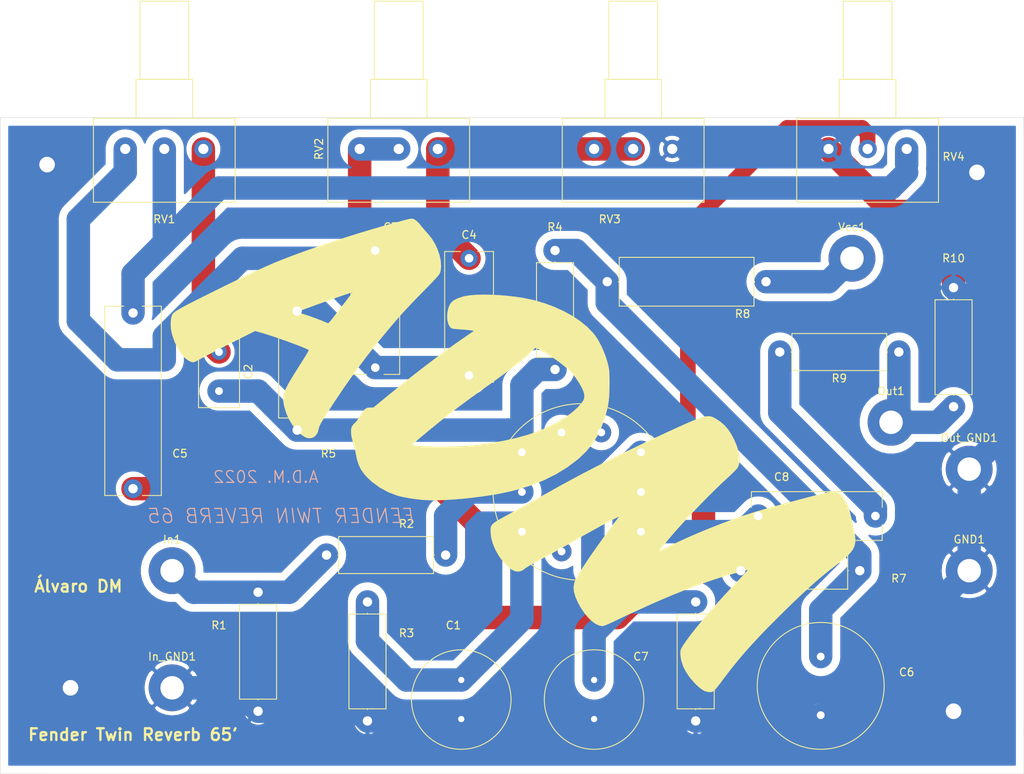
<source format=kicad_pcb>
(kicad_pcb (version 20171130) (host pcbnew "(5.1.10)-1")

  (general
    (thickness 1.6)
    (drawings 14)
    (tracks 117)
    (zones 0)
    (modules 31)
    (nets 18)
  )

  (page A4)
  (layers
    (0 F.Cu signal)
    (31 B.Cu signal)
    (32 B.Adhes user)
    (33 F.Adhes user)
    (34 B.Paste user)
    (35 F.Paste user)
    (36 B.SilkS user)
    (37 F.SilkS user)
    (38 B.Mask user)
    (39 F.Mask user)
    (40 Dwgs.User user)
    (41 Cmts.User user)
    (42 Eco1.User user)
    (43 Eco2.User user)
    (44 Edge.Cuts user)
    (45 Margin user)
    (46 B.CrtYd user)
    (47 F.CrtYd user)
    (48 B.Fab user)
    (49 F.Fab user)
  )

  (setup
    (last_trace_width 0.25)
    (user_trace_width 2)
    (user_trace_width 3)
    (trace_clearance 0.2)
    (zone_clearance 0.508)
    (zone_45_only no)
    (trace_min 0.2)
    (via_size 0.8)
    (via_drill 0.4)
    (via_min_size 0.4)
    (via_min_drill 0.3)
    (user_via 2.5 2)
    (uvia_size 0.3)
    (uvia_drill 0.1)
    (uvias_allowed no)
    (uvia_min_size 0.2)
    (uvia_min_drill 0.1)
    (edge_width 0.05)
    (segment_width 0.2)
    (pcb_text_width 0.3)
    (pcb_text_size 1.5 1.5)
    (mod_edge_width 0.12)
    (mod_text_size 1 1)
    (mod_text_width 0.15)
    (pad_size 1.524 1.524)
    (pad_drill 0.762)
    (pad_to_mask_clearance 0)
    (aux_axis_origin 0 0)
    (visible_elements 7FFFFFFF)
    (pcbplotparams
      (layerselection 0x010fc_ffffffff)
      (usegerberextensions false)
      (usegerberattributes true)
      (usegerberadvancedattributes true)
      (creategerberjobfile true)
      (excludeedgelayer true)
      (linewidth 0.100000)
      (plotframeref false)
      (viasonmask true)
      (mode 1)
      (useauxorigin false)
      (hpglpennumber 1)
      (hpglpenspeed 20)
      (hpglpendiameter 15.000000)
      (psnegative false)
      (psa4output false)
      (plotreference true)
      (plotvalue true)
      (plotinvisibletext false)
      (padsonsilk false)
      (subtractmaskfromsilk false)
      (outputformat 1)
      (mirror false)
      (drillshape 0)
      (scaleselection 1)
      (outputdirectory "../gerbers/"))
  )

  (net 0 "")
  (net 1 "Net-(C1-Pad1)")
  (net 2 GND)
  (net 3 "Net-(C2-Pad1)")
  (net 4 "Net-(C2-Pad2)")
  (net 5 "Net-(C3-Pad2)")
  (net 6 "Net-(C3-Pad1)")
  (net 7 "Net-(C4-Pad1)")
  (net 8 "Net-(C5-Pad1)")
  (net 9 "Net-(C5-Pad2)")
  (net 10 "Net-(C6-Pad1)")
  (net 11 "Net-(C7-Pad1)")
  (net 12 "Net-(C8-Pad2)")
  (net 13 "Net-(C8-Pad1)")
  (net 14 "Net-(In1-Pad1)")
  (net 15 "Net-(Out1-Pad1)")
  (net 16 "Net-(R2-Pad1)")
  (net 17 "Net-(R8-Pad1)")

  (net_class Default "This is the default net class."
    (clearance 0.2)
    (trace_width 0.25)
    (via_dia 0.8)
    (via_drill 0.4)
    (uvia_dia 0.3)
    (uvia_drill 0.1)
    (add_net GND)
    (add_net "Net-(C1-Pad1)")
    (add_net "Net-(C2-Pad1)")
    (add_net "Net-(C2-Pad2)")
    (add_net "Net-(C3-Pad1)")
    (add_net "Net-(C3-Pad2)")
    (add_net "Net-(C4-Pad1)")
    (add_net "Net-(C5-Pad1)")
    (add_net "Net-(C5-Pad2)")
    (add_net "Net-(C6-Pad1)")
    (add_net "Net-(C7-Pad1)")
    (add_net "Net-(C8-Pad1)")
    (add_net "Net-(C8-Pad2)")
    (add_net "Net-(In1-Pad1)")
    (add_net "Net-(Out1-Pad1)")
    (add_net "Net-(R2-Pad1)")
    (add_net "Net-(R8-Pad1)")
  )

  (module Logos:logo (layer F.Cu) (tedit 61967E79) (tstamp 6185C281)
    (at 144 105)
    (fp_text reference G*** (at 0 0) (layer F.SilkS) hide
      (effects (font (size 1.524 1.524) (thickness 0.3)))
    )
    (fp_text value LOGO (at 0.75 0) (layer F.SilkS) hide
      (effects (font (size 1.524 1.524) (thickness 0.3)))
    )
    (fp_poly (pts (xy -13.171407 -30.051674) (xy -13.071412 -30.010779) (xy -12.963718 -29.957338) (xy -12.709538 -29.781957)
      (xy -12.430237 -29.511222) (xy -12.262763 -29.309762) (xy -12.041376 -29.032452) (xy -11.750048 -28.688372)
      (xy -11.436163 -28.332856) (xy -11.280315 -28.16244) (xy -10.780172 -27.539488) (xy -10.352963 -26.840001)
      (xy -10.009114 -26.094766) (xy -9.75905 -25.33457) (xy -9.613195 -24.590201) (xy -9.581974 -23.892446)
      (xy -9.653539 -23.358231) (xy -9.688496 -23.227237) (xy -9.735401 -23.103443) (xy -9.807088 -22.971582)
      (xy -9.916395 -22.816384) (xy -10.076155 -22.622581) (xy -10.299206 -22.374907) (xy -10.598382 -22.058092)
      (xy -10.98652 -21.656869) (xy -11.476455 -21.15597) (xy -11.675551 -20.953066) (xy -12.398564 -20.214059)
      (xy -13.022599 -19.570008) (xy -13.569502 -18.997229) (xy -14.06112 -18.472039) (xy -14.519298 -17.970754)
      (xy -14.965883 -17.46969) (xy -15.42272 -16.945164) (xy -15.911655 -16.373492) (xy -16.047193 -16.213666)
      (xy -17.638223 -14.292323) (xy -19.132754 -12.396251) (xy -20.561997 -10.483135) (xy -21.95716 -8.510662)
      (xy -23.349453 -6.436516) (xy -24.00905 -5.418666) (xy -24.379584 -4.837167) (xy -24.666777 -4.376187)
      (xy -24.881572 -4.015591) (xy -25.03491 -3.735241) (xy -25.137732 -3.514998) (xy -25.200982 -3.334727)
      (xy -25.235599 -3.174288) (xy -25.238196 -3.156501) (xy -25.370654 -2.681291) (xy -25.606438 -2.314466)
      (xy -25.92352 -2.069023) (xy -26.299871 -1.95796) (xy -26.713461 -1.994275) (xy -27.008667 -2.111862)
      (xy -27.568071 -2.491178) (xy -28.104085 -3.011968) (xy -28.59776 -3.646428) (xy -29.030149 -4.366756)
      (xy -29.382303 -5.145151) (xy -29.635275 -5.95381) (xy -29.639748 -5.972424) (xy -29.728354 -6.395012)
      (xy -29.775782 -6.780111) (xy -29.775293 -7.148416) (xy -29.720148 -7.520626) (xy -29.60361 -7.917435)
      (xy -29.418939 -8.35954) (xy -29.159398 -8.867638) (xy -28.818247 -9.462425) (xy -28.38875 -10.164596)
      (xy -28.152302 -10.541) (xy -27.716878 -11.230138) (xy -27.363778 -11.789864) (xy -27.085125 -12.234075)
      (xy -26.873042 -12.576665) (xy -26.719652 -12.831533) (xy -26.617078 -13.012575) (xy -26.557444 -13.133688)
      (xy -26.532871 -13.208767) (xy -26.535484 -13.251711) (xy -26.557404 -13.276415) (xy -26.590384 -13.296544)
      (xy -26.794706 -13.401097) (xy -27.136117 -13.549415) (xy -27.590699 -13.732826) (xy -28.13453 -13.942658)
      (xy -28.743692 -14.170236) (xy -29.394264 -14.40689) (xy -30.062328 -14.643945) (xy -30.723963 -14.87273)
      (xy -31.355249 -15.084571) (xy -31.932267 -15.270796) (xy -32.431098 -15.422733) (xy -32.544945 -15.455524)
      (xy -33.381264 -15.69286) (xy -36.477316 -14.13293) (xy -37.183799 -13.775679) (xy -37.873386 -13.424551)
      (xy -38.524436 -13.090736) (xy -39.115308 -12.785427) (xy -39.624362 -12.519816) (xy -40.029958 -12.305096)
      (xy -40.310455 -12.152459) (xy -40.352914 -12.1285) (xy -40.693833 -11.9435) (xy -40.996661 -11.796182)
      (xy -41.221886 -11.70484) (xy -41.312937 -11.684) (xy -41.584479 -11.745367) (xy -41.916477 -11.912055)
      (xy -42.26263 -12.157945) (xy -42.451202 -12.326133) (xy -42.893702 -12.846303) (xy -43.302597 -13.501308)
      (xy -43.660932 -14.257469) (xy -43.95175 -15.081108) (xy -44.078634 -15.558574) (xy -44.153976 -16.021341)
      (xy -44.181529 -16.523525) (xy -44.163233 -17.014391) (xy -44.101027 -17.443204) (xy -43.99685 -17.759228)
      (xy -43.994339 -17.764073) (xy -43.928434 -17.870081) (xy -43.834645 -17.979307) (xy -43.701514 -18.098258)
      (xy -43.670804 -18.12083) (xy -27.855334 -18.12083) (xy -27.780203 -18.065212) (xy -27.58146 -17.982137)
      (xy -27.299076 -17.887893) (xy -27.2415 -17.870722) (xy -26.859103 -17.750109) (xy -26.380003 -17.586386)
      (xy -25.853751 -17.397747) (xy -25.329897 -17.202385) (xy -24.857993 -17.018494) (xy -24.487589 -16.864268)
      (xy -24.428321 -16.837799) (xy -24.207172 -16.74299) (xy -24.053132 -16.687231) (xy -24.024079 -16.681193)
      (xy -23.945867 -16.742743) (xy -23.795924 -16.907511) (xy -23.603539 -17.142814) (xy -23.558412 -17.20082)
      (xy -23.382116 -17.429004) (xy -23.125009 -17.761163) (xy -22.810149 -18.167537) (xy -22.460597 -18.618367)
      (xy -22.09941 -19.083893) (xy -22.036796 -19.16456) (xy -21.709565 -19.588841) (xy -21.422538 -19.966219)
      (xy -21.190338 -20.277036) (xy -21.027584 -20.501632) (xy -20.948897 -20.620349) (xy -20.944184 -20.633739)
      (xy -21.030385 -20.615393) (xy -21.258349 -20.545345) (xy -21.610644 -20.429609) (xy -22.06984 -20.274199)
      (xy -22.618505 -20.085131) (xy -23.239209 -19.868417) (xy -23.914519 -19.630073) (xy -24.627006 -19.376112)
      (xy -25.359237 -19.112548) (xy -25.484667 -19.067133) (xy -26.167617 -18.819078) (xy -26.707409 -18.621393)
      (xy -27.120376 -18.467558) (xy -27.422853 -18.351054) (xy -27.631172 -18.26536) (xy -27.761666 -18.203958)
      (xy -27.830669 -18.160327) (xy -27.854514 -18.127947) (xy -27.855334 -18.12083) (xy -43.670804 -18.12083)
      (xy -43.517583 -18.233445) (xy -43.271394 -18.391377) (xy -42.95149 -18.578563) (xy -42.546414 -18.801511)
      (xy -42.044707 -19.066732) (xy -41.434912 -19.380734) (xy -40.705572 -19.750027) (xy -39.845228 -20.181119)
      (xy -38.989 -20.607651) (xy -37.296594 -21.443793) (xy -35.746001 -22.198601) (xy -34.338113 -22.871657)
      (xy -33.073823 -23.462545) (xy -31.954025 -23.970846) (xy -30.979611 -24.396143) (xy -30.183667 -24.725197)
      (xy -28.721585 -25.291449) (xy -27.12253 -25.87963) (xy -25.415895 -26.480102) (xy -23.631072 -27.083227)
      (xy -21.797455 -27.679367) (xy -19.944435 -28.258883) (xy -18.101405 -28.812139) (xy -16.297757 -29.329495)
      (xy -15.324667 -29.597557) (xy -14.704892 -29.7656) (xy -14.226424 -29.893576) (xy -13.866912 -29.984892)
      (xy -13.604005 -30.042954) (xy -13.415353 -30.071167) (xy -13.278604 -30.072939) (xy -13.171407 -30.051674)) (layer F.SilkS) (width 0.01))
    (fp_poly (pts (xy -3.22547 -20.335542) (xy -2.22051 -20.287395) (xy -1.190986 -20.205445) (xy -0.164972 -20.090604)
      (xy 0.82946 -19.943784) (xy 0.889 -19.933724) (xy 2.27114 -19.644595) (xy 3.615038 -19.258489)
      (xy 4.903258 -18.784483) (xy 6.118365 -18.231653) (xy 7.242923 -17.609075) (xy 8.259499 -16.925824)
      (xy 9.150655 -16.190976) (xy 9.898958 -15.413607) (xy 10.132224 -15.122184) (xy 10.487555 -14.587766)
      (xy 10.843824 -13.933708) (xy 11.178873 -13.208121) (xy 11.470544 -12.459116) (xy 11.696678 -11.734803)
      (xy 11.702554 -11.712683) (xy 11.792583 -11.364283) (xy 11.859618 -11.073194) (xy 11.907146 -10.804097)
      (xy 11.938657 -10.521676) (xy 11.957637 -10.190612) (xy 11.967577 -9.775587) (xy 11.971963 -9.241284)
      (xy 11.972982 -8.974666) (xy 11.966696 -8.139356) (xy 11.937767 -7.427506) (xy 11.880085 -6.794052)
      (xy 11.787541 -6.19393) (xy 11.654027 -5.582075) (xy 11.473431 -4.913423) (xy 11.379355 -4.595813)
      (xy 10.93542 -3.340709) (xy 10.395593 -2.212586) (xy 9.746258 -1.190423) (xy 8.973802 -0.253201)
      (xy 8.064609 0.620101) (xy 7.922854 0.740794) (xy 6.590793 1.749935) (xy 5.132803 2.647626)
      (xy 3.551509 3.432635) (xy 1.849533 4.103733) (xy 0.029498 4.659688) (xy -0.933061 4.896165)
      (xy -1.992624 5.116675) (xy -3.131339 5.317932) (xy -4.32272 5.497478) (xy -5.540279 5.652854)
      (xy -6.757528 5.7816) (xy -7.947979 5.881258) (xy -9.085146 5.949367) (xy -10.14254 5.98347)
      (xy -11.093674 5.981106) (xy -11.912061 5.939817) (xy -12.045418 5.92785) (xy -12.88083 5.832244)
      (xy -13.684515 5.712591) (xy -14.416856 5.575866) (xy -15.038236 5.429043) (xy -15.282334 5.358013)
      (xy -16.398483 4.920771) (xy -17.456667 4.336349) (xy -18.426544 3.6231) (xy -18.962879 3.131567)
      (xy -19.448517 2.595152) (xy -19.827831 2.04802) (xy -20.119008 1.452224) (xy -20.340235 0.769818)
      (xy -20.509697 -0.037144) (xy -20.524635 -0.127) (xy -20.612238 -0.572698) (xy -20.729848 -1.051315)
      (xy -20.749598 -1.117744) (xy -13.2533 -1.117744) (xy -13.155826 -1.089452) (xy -12.927595 -1.047991)
      (xy -12.606063 -0.999652) (xy -12.340755 -0.964489) (xy -11.863365 -0.921566) (xy -11.247983 -0.892501)
      (xy -10.525338 -0.876749) (xy -9.726156 -0.873765) (xy -8.881166 -0.883004) (xy -8.021095 -0.903922)
      (xy -7.176672 -0.935973) (xy -6.378624 -0.978612) (xy -5.65768 -1.031295) (xy -5.044566 -1.093477)
      (xy -5.040681 -1.09395) (xy -3.203214 -1.348059) (xy -1.517349 -1.645293) (xy 0.030009 -1.989448)
      (xy 1.451961 -2.384316) (xy 2.761605 -2.833693) (xy 3.972039 -3.341372) (xy 5.096362 -3.911148)
      (xy 5.515488 -4.151695) (xy 6.282544 -4.62756) (xy 6.923031 -5.072803) (xy 7.470286 -5.512528)
      (xy 7.957642 -5.971835) (xy 8.025693 -6.041944) (xy 8.399464 -6.464179) (xy 8.639247 -6.830248)
      (xy 8.753698 -7.175241) (xy 8.75147 -7.534247) (xy 8.641217 -7.942353) (xy 8.550615 -8.170333)
      (xy 8.365567 -8.545915) (xy 8.107373 -8.994399) (xy 7.811662 -9.458911) (xy 7.514062 -9.882577)
      (xy 7.334675 -10.11129) (xy 6.927257 -10.543908) (xy 6.39569 -11.023122) (xy 5.770363 -11.52631)
      (xy 5.081666 -12.030849) (xy 4.359989 -12.514119) (xy 3.635722 -12.953495) (xy 3.181247 -13.203112)
      (xy 2.51016 -13.554848) (xy 1.95358 -13.014856) (xy 1.52434 -12.614613) (xy 1.022517 -12.177693)
      (xy 0.437804 -11.69609) (xy -0.240107 -11.1618) (xy -1.021526 -10.56682) (xy -1.91676 -9.903146)
      (xy -2.936117 -9.162773) (xy -3.852334 -8.506714) (xy -4.947347 -7.723057) (xy -5.930076 -7.010907)
      (xy -6.829326 -6.348136) (xy -7.6739 -5.712617) (xy -8.492606 -5.08222) (xy -9.314247 -4.434819)
      (xy -10.167628 -3.748285) (xy -11.081555 -3.000489) (xy -11.876879 -2.342251) (xy -12.289147 -1.996158)
      (xy -12.650385 -1.686127) (xy -12.942526 -1.428231) (xy -13.147501 -1.238543) (xy -13.247245 -1.133136)
      (xy -13.2533 -1.117744) (xy -20.749598 -1.117744) (xy -20.854232 -1.469668) (xy -20.872932 -1.524)
      (xy -21.02681 -2.068195) (xy -21.1033 -2.588615) (xy -21.100793 -3.048833) (xy -21.017678 -3.412422)
      (xy -20.961304 -3.522951) (xy -20.781643 -3.751295) (xy -20.56386 -3.963281) (xy -20.558314 -3.967798)
      (xy -20.401984 -4.133467) (xy -20.201688 -4.399773) (xy -19.993187 -4.717966) (xy -19.928254 -4.826773)
      (xy -19.669384 -5.253501) (xy -19.455567 -5.549556) (xy -19.260083 -5.737629) (xy -19.056207 -5.840416)
      (xy -18.817218 -5.880609) (xy -18.682958 -5.884333) (xy -18.244958 -5.884333) (xy -16.578688 -7.257556)
      (xy -14.94069 -8.592408) (xy -13.322026 -9.881908) (xy -11.741061 -11.112015) (xy -10.216162 -12.268686)
      (xy -8.765693 -13.337879) (xy -7.40802 -14.305552) (xy -6.903919 -14.654956) (xy -5.383504 -15.699577)
      (xy -5.681539 -15.761499) (xy -5.87824 -15.790475) (xy -6.201167 -15.825086) (xy -6.607492 -15.861222)
      (xy -7.054387 -15.894776) (xy -7.109418 -15.898481) (xy -7.56855 -15.930678) (xy -7.890215 -15.960523)
      (xy -8.106007 -15.995201) (xy -8.247523 -16.041894) (xy -8.346359 -16.107788) (xy -8.43369 -16.199576)
      (xy -8.638651 -16.552772) (xy -8.761702 -17.011615) (xy -8.804297 -17.53436) (xy -8.76789 -18.079264)
      (xy -8.653935 -18.604582) (xy -8.463886 -19.068569) (xy -8.326266 -19.284067) (xy -8.003454 -19.584671)
      (xy -7.522181 -19.845393) (xy -6.889304 -20.063009) (xy -6.438206 -20.171852) (xy -5.812234 -20.268041)
      (xy -5.049405 -20.326777) (xy -4.177793 -20.348973) (xy -3.22547 -20.335542)) (layer F.SilkS) (width 0.01))
    (fp_poly (pts (xy 24.875722 -4.761022) (xy 25.114193 -4.695897) (xy 25.346154 -4.591503) (xy 25.450488 -4.534051)
      (xy 26.111552 -4.108671) (xy 26.664758 -3.643718) (xy 27.139445 -3.106283) (xy 27.564955 -2.463456)
      (xy 27.945373 -1.735666) (xy 28.274235 -0.949131) (xy 28.494511 -0.207483) (xy 28.604179 0.472397)
      (xy 28.60122 1.073629) (xy 28.483613 1.579331) (xy 28.369729 1.809985) (xy 28.247017 1.96415)
      (xy 28.021643 2.205636) (xy 27.718043 2.509872) (xy 27.360653 2.852288) (xy 27.024348 3.162705)
      (xy 26.313126 3.823593) (xy 25.5195 4.58905) (xy 24.66875 5.432964) (xy 23.786157 6.329223)
      (xy 22.897001 7.251714) (xy 22.026563 8.174325) (xy 21.200123 9.070943) (xy 20.442962 9.915456)
      (xy 20.045034 10.371667) (xy 19.620423 10.867732) (xy 19.237523 11.321584) (xy 18.90888 11.717831)
      (xy 18.64704 12.041081) (xy 18.464549 12.275943) (xy 18.373953 12.407026) (xy 18.367801 12.429296)
      (xy 18.464954 12.401848) (xy 18.685585 12.309456) (xy 19.002486 12.164426) (xy 19.388451 11.979066)
      (xy 19.656053 11.846507) (xy 20.833566 11.277474) (xy 22.128533 10.68905) (xy 23.505134 10.095488)
      (xy 24.927544 9.511036) (xy 26.359943 8.949948) (xy 27.766508 8.426473) (xy 29.111416 7.954862)
      (xy 30.358847 7.549368) (xy 30.776333 7.422565) (xy 31.475107 7.217693) (xy 32.241452 6.998093)
      (xy 33.058455 6.768217) (xy 33.909206 6.53252) (xy 34.776791 6.295453) (xy 35.644299 6.06147)
      (xy 36.494818 5.835025) (xy 37.311436 5.620569) (xy 38.07724 5.422556) (xy 38.77532 5.245439)
      (xy 39.388762 5.093672) (xy 39.900655 4.971706) (xy 40.294086 4.883995) (xy 40.552144 4.834993)
      (xy 40.637766 4.826) (xy 41.034532 4.907914) (xy 41.424367 5.142755) (xy 41.796029 5.514172)
      (xy 42.138276 6.005813) (xy 42.439866 6.601326) (xy 42.689559 7.284361) (xy 42.876111 8.038566)
      (xy 42.887342 8.098074) (xy 42.971964 8.530486) (xy 43.078848 9.040225) (xy 43.189545 9.540253)
      (xy 43.229871 9.714275) (xy 43.360801 10.343606) (xy 43.427846 10.889799) (xy 43.42116 11.37271)
      (xy 43.330896 11.812196) (xy 43.147206 12.228113) (xy 42.860242 12.640318) (xy 42.460159 13.068667)
      (xy 41.937108 13.533017) (xy 41.281242 14.053224) (xy 40.956343 14.298725) (xy 40.107114 14.953953)
      (xy 39.217361 15.680836) (xy 38.276689 16.48876) (xy 37.274701 17.387115) (xy 36.201 18.385289)
      (xy 35.045191 19.492671) (xy 33.796876 20.718647) (xy 33.310173 21.203497) (xy 32.13255 22.395061)
      (xy 31.068509 23.503474) (xy 30.098803 24.550606) (xy 29.204184 25.558328) (xy 28.365403 26.548512)
      (xy 27.563214 27.543029) (xy 26.778367 28.563749) (xy 26.477296 28.967604) (xy 26.161523 29.388228)
      (xy 25.867341 29.768252) (xy 25.613945 30.083797) (xy 25.42053 30.310984) (xy 25.306293 30.425933)
      (xy 25.303293 30.428104) (xy 25.003515 30.541872) (xy 24.622646 30.540998) (xy 24.201564 30.428302)
      (xy 24.003 30.338341) (xy 23.765802 30.185436) (xy 23.458929 29.944681) (xy 23.127268 29.652923)
      (xy 22.896094 29.429712) (xy 22.278139 28.726809) (xy 21.7728 27.987278) (xy 21.39141 27.233967)
      (xy 21.145301 26.48972) (xy 21.045805 25.777387) (xy 21.044262 25.696334) (xy 21.050786 25.365292)
      (xy 21.089279 25.126317) (xy 21.181662 24.90512) (xy 21.349859 24.627411) (xy 21.367932 24.59947)
      (xy 21.828488 23.927542) (xy 22.402776 23.154545) (xy 23.0796 22.293719) (xy 23.847763 21.358303)
      (xy 24.696068 20.361538) (xy 25.613319 19.316664) (xy 26.588318 18.236919) (xy 27.609869 17.135545)
      (xy 28.262785 16.4465) (xy 28.660515 16.027167) (xy 29.011685 15.651072) (xy 29.301641 15.334393)
      (xy 29.515732 15.093311) (xy 29.639305 14.944003) (xy 29.662153 14.901334) (xy 29.541676 14.923869)
      (xy 29.287477 14.986162) (xy 28.928302 15.080247) (xy 28.4929 15.198157) (xy 28.010016 15.331923)
      (xy 27.508397 15.473579) (xy 27.016791 15.615158) (xy 26.563943 15.748692) (xy 26.1786 15.866214)
      (xy 26.162 15.871408) (xy 25.03638 16.239552) (xy 23.804583 16.66995) (xy 22.51031 17.146052)
      (xy 21.197262 17.651309) (xy 19.909141 18.169171) (xy 18.689649 18.683087) (xy 18.372666 18.821286)
      (xy 17.593641 19.166138) (xy 16.768506 19.535858) (xy 15.926003 19.917245) (xy 15.094873 20.2971)
      (xy 14.303859 20.662222) (xy 13.5817 20.999412) (xy 12.95714 21.295469) (xy 12.458919 21.537193)
      (xy 12.456418 21.538428) (xy 11.987404 21.760969) (xy 11.581799 21.935537) (xy 11.267033 22.051159)
      (xy 11.070538 22.096864) (xy 11.059418 22.097173) (xy 10.62217 22.016902) (xy 10.153114 21.788306)
      (xy 9.667218 21.425806) (xy 9.179451 20.943822) (xy 8.704778 20.356775) (xy 8.258168 19.679086)
      (xy 7.932969 19.085003) (xy 7.611422 18.35183) (xy 7.42709 17.696985) (xy 7.378201 17.102068)
      (xy 7.462982 16.548681) (xy 7.644112 16.086667) (xy 7.861144 15.691774) (xy 8.170774 15.179917)
      (xy 8.561497 14.567688) (xy 9.02181 13.871677) (xy 9.540207 13.108472) (xy 10.105184 12.294665)
      (xy 10.705236 11.446845) (xy 11.328858 10.581603) (xy 11.964547 9.715528) (xy 12.600798 8.865211)
      (xy 13.15803 8.135359) (xy 13.127816 8.122897) (xy 12.964006 8.187219) (xy 12.680066 8.321168)
      (xy 12.289465 8.517591) (xy 11.805671 8.76933) (xy 11.242151 9.069231) (xy 10.612372 9.410139)
      (xy 9.929804 9.784897) (xy 9.207914 10.18635) (xy 8.460168 10.607343) (xy 7.831666 10.965271)
      (xy 6.950178 11.468822) (xy 6.177211 11.907496) (xy 5.475225 12.302087) (xy 4.806676 12.673387)
      (xy 4.134025 13.04219) (xy 3.419729 13.429289) (xy 2.626246 13.855476) (xy 2.255371 14.053787)
      (xy 1.884022 14.260679) (xy 1.540726 14.467093) (xy 1.270686 14.64505) (xy 1.146946 14.739892)
      (xy 0.743381 15.010957) (xy 0.328498 15.120832) (xy -0.10452 15.06863) (xy -0.562492 14.85346)
      (xy -1.052236 14.474435) (xy -1.079324 14.449652) (xy -1.657401 13.836419) (xy -2.170903 13.134028)
      (xy -2.603141 12.376174) (xy -2.937426 11.59655) (xy -3.157069 10.828849) (xy -3.245382 10.106764)
      (xy -3.246009 10.075334) (xy -3.249104 9.811396) (xy -3.240541 9.590317) (xy -3.206603 9.399708)
      (xy -3.13357 9.227182) (xy -3.007724 9.060353) (xy -2.815348 8.886833) (xy -2.542722 8.694235)
      (xy -2.176129 8.470173) (xy -1.701851 8.20226) (xy -1.106168 7.878107) (xy -0.381 7.488357)
      (xy 0.17865 7.185031) (xy 0.840861 6.821614) (xy 1.561501 6.422606) (xy 2.29644 6.012506)
      (xy 3.001546 5.615812) (xy 3.429 5.373316) (xy 5.893437 3.995128) (xy 8.40497 2.642154)
      (xy 10.985266 1.303455) (xy 13.655996 -0.031906) (xy 16.438827 -1.374869) (xy 19.35543 -2.736374)
      (xy 20.795433 -3.393421) (xy 21.667435 -3.784923) (xy 22.403715 -4.105495) (xy 23.020425 -4.359095)
      (xy 23.533716 -4.54968) (xy 23.959739 -4.681207) (xy 24.314647 -4.757635) (xy 24.614591 -4.782921)
      (xy 24.875722 -4.761022)) (layer F.SilkS) (width 0.01))
  )

  (module Logos:guitar (layer F.Cu) (tedit 0) (tstamp 61846DB4)
    (at 86 110)
    (fp_text reference G*** (at 0 0) (layer F.SilkS) hide
      (effects (font (size 1.524 1.524) (thickness 0.3)))
    )
    (fp_text value LOGO (at 0.75 0) (layer F.SilkS) hide
      (effects (font (size 1.524 1.524) (thickness 0.3)))
    )
    (fp_poly (pts (xy 0.664635 -14.070951) (xy 0.768512 -13.976513) (xy 0.95857 -13.740784) (xy 0.999179 -13.532922)
      (xy 0.89251 -13.305395) (xy 0.804333 -13.19256) (xy 0.684291 -13.023937) (xy 0.618463 -12.84443)
      (xy 0.604928 -12.616671) (xy 0.641766 -12.303293) (xy 0.727057 -11.866929) (xy 0.734435 -11.832474)
      (xy 0.876203 -11.172746) (xy 0.570373 -10.892616) (xy 0.375094 -10.6792) (xy 0.237667 -10.466109)
      (xy 0.208978 -10.391099) (xy 0.096739 -10.200177) (xy -0.07146 -10.135209) (xy -0.296334 -10.100705)
      (xy -0.076671 -10.08802) (xy 0.142993 -10.075334) (xy 0.198186 -8.868834) (xy 0.210143 -8.520261)
      (xy 0.221285 -8.02766) (xy 0.231323 -7.416336) (xy 0.239965 -6.711594) (xy 0.246918 -5.938738)
      (xy 0.251893 -5.123074) (xy 0.254596 -4.289905) (xy 0.254986 -3.937) (xy 0.256695 -3.156966)
      (xy 0.260936 -2.428175) (xy 0.267414 -1.768292) (xy 0.275832 -1.194979) (xy 0.285898 -0.725898)
      (xy 0.297314 -0.378712) (xy 0.309786 -0.171084) (xy 0.318796 -0.118509) (xy 0.496068 0.032302)
      (xy 0.758 0.139816) (xy 0.963379 0.169333) (xy 1.234744 0.090317) (xy 1.489544 -0.125484)
      (xy 1.696066 -0.446201) (xy 1.774467 -0.645798) (xy 1.864437 -0.893866) (xy 1.957148 -1.021708)
      (xy 2.093499 -1.07408) (xy 2.175402 -1.08451) (xy 2.379967 -1.076369) (xy 2.509896 -0.97149)
      (xy 2.577568 -0.855881) (xy 2.690948 -0.466317) (xy 2.690486 0.03186) (xy 2.577214 0.622856)
      (xy 2.455333 1.016) (xy 2.340243 1.376152) (xy 2.252496 1.709948) (xy 2.206237 1.961274)
      (xy 2.202466 2.019153) (xy 2.233227 2.204571) (xy 2.318009 2.505464) (xy 2.44419 2.881638)
      (xy 2.599149 3.292901) (xy 2.614567 3.331487) (xy 2.905366 4.106605) (xy 3.101556 4.761409)
      (xy 3.203321 5.315896) (xy 3.210848 5.790064) (xy 3.124322 6.203911) (xy 2.943927 6.577436)
      (xy 2.669849 6.930637) (xy 2.648114 6.954097) (xy 2.372484 7.208868) (xy 2.065372 7.403292)
      (xy 1.6991 7.545647) (xy 1.245996 7.644209) (xy 0.678384 7.707255) (xy 0.015256 7.741547)
      (xy -0.45485 7.751007) (xy -0.905046 7.748957) (xy -1.287477 7.736322) (xy -1.554287 7.714026)
      (xy -1.575884 7.710806) (xy -2.299046 7.542808) (xy -2.900699 7.293526) (xy -3.369316 6.969403)
      (xy -3.693367 6.576882) (xy -3.732426 6.50543) (xy -3.897281 6.057233) (xy -3.960581 5.546033)
      (xy -3.920711 4.957065) (xy -3.776058 4.275561) (xy -3.525008 3.486755) (xy -3.352682 3.031301)
      (xy -3.153379 2.49695) (xy -3.028765 2.06879) (xy -2.974527 1.703239) (xy -2.98635 1.356713)
      (xy -3.05992 0.985631) (xy -3.126817 0.749751) (xy -3.337641 -0.059015) (xy -3.445138 -0.767841)
      (xy -3.453852 -1.407313) (xy -3.451778 -1.437994) (xy -3.382781 -1.918418) (xy -3.248246 -2.260933)
      (xy -3.037333 -2.487887) (xy -2.906576 -2.561978) (xy -2.735347 -2.61461) (xy -2.610898 -2.554925)
      (xy -2.530054 -2.464076) (xy -2.417071 -2.238698) (xy -2.370667 -1.977568) (xy -2.319127 -1.599663)
      (xy -2.181288 -1.281625) (xy -1.982326 -1.039865) (xy -1.747415 -0.890789) (xy -1.50173 -0.850808)
      (xy -1.270445 -0.936331) (xy -1.09027 -1.143) (xy -1.057004 -1.214463) (xy -1.028583 -1.31323)
      (xy -1.004355 -1.453682) (xy -0.98367 -1.650196) (xy -0.965876 -1.917152) (xy -0.950321 -2.268928)
      (xy -0.936356 -2.719903) (xy -0.92333 -3.284454) (xy -0.91059 -3.976962) (xy -0.897486 -4.811804)
      (xy -0.885178 -5.672667) (xy -0.872141 -6.509381) (xy -0.857169 -7.295591) (xy -0.840766 -8.014878)
      (xy -0.823433 -8.650824) (xy -0.805675 -9.18701) (xy -0.787994 -9.607018) (xy -0.770894 -9.894427)
      (xy -0.754877 -10.032821) (xy -0.751297 -10.04198) (xy -0.752793 -10.158838) (xy -0.834774 -10.351941)
      (xy -0.966657 -10.569712) (xy -1.117859 -10.760579) (xy -1.237982 -10.862708) (xy -1.334511 -10.995397)
      (xy -1.354667 -11.104719) (xy -1.325902 -11.226876) (xy -1.20757 -11.240143) (xy -1.143 -11.225899)
      (xy -0.977393 -11.214024) (xy -0.931334 -11.291513) (xy -1.002565 -11.404936) (xy -1.109587 -11.456865)
      (xy -1.23836 -11.537361) (xy -1.231866 -11.640081) (xy -1.108324 -11.715718) (xy -1.00942 -11.727965)
      (xy -0.834746 -11.782007) (xy -0.779083 -11.869495) (xy -0.797913 -11.96923) (xy -0.926404 -11.963822)
      (xy -1.063053 -11.964228) (xy -1.100639 -12.091083) (xy -1.100667 -12.097459) (xy -1.047182 -12.245368)
      (xy -0.916055 -12.264857) (xy -0.778934 -12.175067) (xy -0.693026 -12.121581) (xy -0.677334 -12.168142)
      (xy -0.648721 -12.327513) (xy -0.625942 -12.396742) (xy -0.631936 -12.503773) (xy -0.752942 -12.530667)
      (xy -0.899888 -12.583755) (xy -0.931334 -12.663373) (xy -0.886566 -12.754617) (xy -0.75143 -12.738979)
      (xy -0.566723 -12.738352) (xy -0.498727 -12.796773) (xy -0.428366 -12.959817) (xy -0.478503 -13.02114)
      (xy -0.564731 -13.002525) (xy -0.718462 -13.01049) (xy -0.800994 -13.131078) (xy -0.787442 -13.263823)
      (xy -0.697131 -13.355591) (xy -0.577273 -13.372405) (xy -0.5089 -13.305901) (xy -0.508 -13.292667)
      (xy -0.443571 -13.210461) (xy -0.423334 -13.208) (xy -0.354544 -13.278913) (xy -0.338667 -13.377334)
      (xy -0.389458 -13.514613) (xy -0.46067 -13.546667) (xy -0.609326 -13.604113) (xy -0.652087 -13.731602)
      (xy -0.602223 -13.824978) (xy -0.485471 -13.872847) (xy -0.410831 -13.822031) (xy -0.313658 -13.78997)
      (xy -0.1757 -13.879015) (xy -0.080529 -13.974431) (xy 0.169875 -14.171612) (xy 0.411679 -14.203769)
      (xy 0.664635 -14.070951)) (layer Eco2.User) (width 0.01))
  )

  (module Valve:Valve_Noval_P (layer F.Cu) (tedit 5A030096) (tstamp 616F0493)
    (at 160 115)
    (descr "Valve NOVAL P")
    (tags "Valve NOVAL P")
    (path /6143ACD5)
    (fp_text reference U1 (at -7.62 -5.08) (layer F.SilkS)
      (effects (font (size 1 1) (thickness 0.15)))
    )
    (fp_text value ECC83 (at 4.57 4.95) (layer F.Fab)
      (effects (font (size 1 1) (thickness 0.15)))
    )
    (fp_circle (center -7.62 -5.08) (end -13.34 0.63) (layer F.Fab) (width 0.1))
    (fp_circle (center -7.62 -5.08) (end 1.63 1.42) (layer F.CrtYd) (width 0.05))
    (fp_circle (center -7.62 -5.08) (end 1.63 1.42) (layer F.SilkS) (width 0.12))
    (fp_text user %R (at -7.62 -5.08) (layer F.Fab)
      (effects (font (size 1 1) (thickness 0.15)))
    )
    (pad 1 thru_hole rect (at 0 0) (size 2.54 2.54) (drill 1) (layers *.Cu *.Mask)
      (net 12 "Net-(C8-Pad2)"))
    (pad 2 thru_hole circle (at 0 -5.08) (size 2.54 5.08) (drill 1) (layers *.Cu *.Mask)
      (net 9 "Net-(C5-Pad2)"))
    (pad 3 thru_hole circle (at 0 -10.16) (size 2.54 5.08) (drill 1) (layers *.Cu *.Mask)
      (net 11 "Net-(C7-Pad1)"))
    (pad 4 thru_hole circle (at -5.08 -12.7) (size 2.54 5.08) (drill 1) (layers *.Cu *.Mask))
    (pad 5 thru_hole circle (at -10.16 -12.7) (size 2.54 5.08) (drill 1) (layers *.Cu *.Mask))
    (pad 6 thru_hole circle (at -15.24 -10.16) (size 2.54 5.08) (drill 1) (layers *.Cu *.Mask)
      (net 4 "Net-(C2-Pad2)"))
    (pad 7 thru_hole circle (at -15.24 -5.08) (size 2.54 5.08) (drill 1) (layers *.Cu *.Mask)
      (net 16 "Net-(R2-Pad1)"))
    (pad 8 thru_hole circle (at -15.24 0) (size 2.54 5.08) (drill 1) (layers *.Cu *.Mask)
      (net 1 "Net-(C1-Pad1)"))
    (pad 9 thru_hole circle (at -10.16 2.54) (size 2.54 5.08) (drill 1) (layers *.Cu *.Mask))
    (model ${KISYS3DMOD}/Valve.3dshapes/Valve_Noval_P.wrl
      (at (xyz 0 0 0))
      (scale (xyz 1 1 1))
      (rotate (xyz 0 0 0))
    )
  )

  (module Potentiometer_THT:Potentiometer_Alps_RK163_Single_Horizontal (layer F.Cu) (tedit 5A3D4993) (tstamp 616F0416)
    (at 104 66 90)
    (descr "Potentiometer, horizontal, Alps RK163 Single, http://www.alps.com/prod/info/E/HTML/Potentiometer/RotaryPotentiometers/RK16/RK16_list.html")
    (tags "Potentiometer horizontal Alps RK163 Single")
    (path /6145BCF0)
    (fp_text reference RV1 (at -9 -5 180) (layer F.SilkS)
      (effects (font (size 1 1) (thickness 0.15)))
    )
    (fp_text value 250kA (at -9 -10 180) (layer F.Fab)
      (effects (font (size 1 1) (thickness 0.15)))
    )
    (fp_line (start 19.05 -14.2) (end -6.95 -14.2) (layer F.CrtYd) (width 0.05))
    (fp_line (start 19.05 4.2) (end 19.05 -14.2) (layer F.CrtYd) (width 0.05))
    (fp_line (start -6.95 4.2) (end 19.05 4.2) (layer F.CrtYd) (width 0.05))
    (fp_line (start -6.95 -14.2) (end -6.95 4.2) (layer F.CrtYd) (width 0.05))
    (fp_line (start 18.92 -8.12) (end 18.92 -1.879) (layer F.SilkS) (width 0.12))
    (fp_line (start 8.92 -8.12) (end 8.92 -1.879) (layer F.SilkS) (width 0.12))
    (fp_line (start 8.92 -1.879) (end 18.92 -1.879) (layer F.SilkS) (width 0.12))
    (fp_line (start 8.92 -8.12) (end 18.92 -8.12) (layer F.SilkS) (width 0.12))
    (fp_line (start 8.92 -8.62) (end 8.92 -1.38) (layer F.SilkS) (width 0.12))
    (fp_line (start 3.92 -8.62) (end 3.92 -1.38) (layer F.SilkS) (width 0.12))
    (fp_line (start 3.92 -1.38) (end 8.92 -1.38) (layer F.SilkS) (width 0.12))
    (fp_line (start 3.92 -8.62) (end 8.92 -8.62) (layer F.SilkS) (width 0.12))
    (fp_line (start 3.92 -14.07) (end 3.92 4.07) (layer F.SilkS) (width 0.12))
    (fp_line (start -6.82 -14.07) (end -6.82 4.07) (layer F.SilkS) (width 0.12))
    (fp_line (start -6.82 4.07) (end 3.92 4.07) (layer F.SilkS) (width 0.12))
    (fp_line (start -6.82 -14.07) (end 3.92 -14.07) (layer F.SilkS) (width 0.12))
    (fp_line (start 18.8 -8) (end 8.8 -8) (layer F.Fab) (width 0.1))
    (fp_line (start 18.8 -2) (end 18.8 -8) (layer F.Fab) (width 0.1))
    (fp_line (start 8.8 -2) (end 18.8 -2) (layer F.Fab) (width 0.1))
    (fp_line (start 8.8 -8) (end 8.8 -2) (layer F.Fab) (width 0.1))
    (fp_line (start 8.8 -8.5) (end 3.8 -8.5) (layer F.Fab) (width 0.1))
    (fp_line (start 8.8 -1.5) (end 8.8 -8.5) (layer F.Fab) (width 0.1))
    (fp_line (start 3.8 -1.5) (end 8.8 -1.5) (layer F.Fab) (width 0.1))
    (fp_line (start 3.8 -8.5) (end 3.8 -1.5) (layer F.Fab) (width 0.1))
    (fp_line (start 3.8 -13.95) (end -6.7 -13.95) (layer F.Fab) (width 0.1))
    (fp_line (start 3.8 3.95) (end 3.8 -13.95) (layer F.Fab) (width 0.1))
    (fp_line (start -6.7 3.95) (end 3.8 3.95) (layer F.Fab) (width 0.1))
    (fp_line (start -6.7 -13.95) (end -6.7 3.95) (layer F.Fab) (width 0.1))
    (fp_text user %R (at -1.45 -5 90) (layer F.Fab)
      (effects (font (size 1 1) (thickness 0.15)))
    )
    (pad 3 thru_hole circle (at 0 -10 90) (size 2.34 2.34) (drill 1.3) (layers *.Cu *.Mask)
      (net 6 "Net-(C3-Pad1)"))
    (pad 2 thru_hole circle (at 0 -5 90) (size 2.34 2.34) (drill 1.3) (layers *.Cu *.Mask)
      (net 8 "Net-(C5-Pad1)"))
    (pad 1 thru_hole circle (at 0 0 90) (size 2.34 2.34) (drill 1.3) (layers *.Cu *.Mask)
      (net 3 "Net-(C2-Pad1)"))
    (model ${KISYS3DMOD}/Potentiometer_THT.3dshapes/Potentiometer_Alps_RK163_Single_Horizontal.wrl
      (at (xyz 0 0 0))
      (scale (xyz 1 1 1))
      (rotate (xyz 0 0 0))
    )
  )

  (module Capacitor_THT:C_Radial_D12.5mm_H25.0mm_P5.00mm (layer F.Cu) (tedit 5BC5C9BA) (tstamp 616F0271)
    (at 137 134 270)
    (descr "C, Radial series, Radial, pin pitch=5.00mm, diameter=12.5mm, height=25mm, Non-Polar Electrolytic Capacitor")
    (tags "C Radial series Radial pin pitch 5.00mm diameter 12.5mm height 25mm Non-Polar Electrolytic Capacitor")
    (path /61449E95)
    (fp_text reference C1 (at -7 1 180) (layer F.SilkS)
      (effects (font (size 1 1) (thickness 0.15)))
    )
    (fp_text value 22uF (at -5 0 180) (layer F.Fab)
      (effects (font (size 1 1) (thickness 0.15)))
    )
    (fp_circle (center 2.5 0) (end 9 0) (layer F.CrtYd) (width 0.05))
    (fp_circle (center 2.5 0) (end 8.87 0) (layer F.SilkS) (width 0.12))
    (fp_circle (center 2.5 0) (end 8.75 0) (layer F.Fab) (width 0.1))
    (fp_text user %R (at 2.5 0 90) (layer F.Fab)
      (effects (font (size 1 1) (thickness 0.15)))
    )
    (pad 1 thru_hole circle (at 0 0 270) (size 1.6 1.6) (drill 0.8) (layers *.Cu *.Mask)
      (net 1 "Net-(C1-Pad1)"))
    (pad 2 thru_hole circle (at 5 0 270) (size 1.6 1.6) (drill 0.8) (layers *.Cu *.Mask)
      (net 2 GND))
    (model ${KISYS3DMOD}/Capacitor_THT.3dshapes/C_Radial_D12.5mm_H25.0mm_P5.00mm.wrl
      (at (xyz 0 0 0))
      (scale (xyz 1 1 1))
      (rotate (xyz 0 0 0))
    )
  )

  (module Capacitor_THT:C_Disc_D9.0mm_W5.0mm_P5.00mm (layer F.Cu) (tedit 5AE50EF0) (tstamp 616F0284)
    (at 106 92 270)
    (descr "C, Disc series, Radial, pin pitch=5.00mm, , diameter*width=9*5.0mm^2, Capacitor, http://www.vishay.com/docs/28535/vy2series.pdf")
    (tags "C Disc series Radial pin pitch 5.00mm  diameter 9mm width 5.0mm Capacitor")
    (path /6144A78D)
    (fp_text reference C2 (at 2.5 -3.75 90) (layer F.SilkS)
      (effects (font (size 1 1) (thickness 0.15)))
    )
    (fp_text value 250pF (at 2.5 3.75 90) (layer F.Fab)
      (effects (font (size 1 1) (thickness 0.15)))
    )
    (fp_line (start 7.25 -2.75) (end -2.25 -2.75) (layer F.CrtYd) (width 0.05))
    (fp_line (start 7.25 2.75) (end 7.25 -2.75) (layer F.CrtYd) (width 0.05))
    (fp_line (start -2.25 2.75) (end 7.25 2.75) (layer F.CrtYd) (width 0.05))
    (fp_line (start -2.25 -2.75) (end -2.25 2.75) (layer F.CrtYd) (width 0.05))
    (fp_line (start 7.12 -2.62) (end 7.12 2.62) (layer F.SilkS) (width 0.12))
    (fp_line (start -2.12 -2.62) (end -2.12 2.62) (layer F.SilkS) (width 0.12))
    (fp_line (start -2.12 2.62) (end 7.12 2.62) (layer F.SilkS) (width 0.12))
    (fp_line (start -2.12 -2.62) (end 7.12 -2.62) (layer F.SilkS) (width 0.12))
    (fp_line (start 7 -2.5) (end -2 -2.5) (layer F.Fab) (width 0.1))
    (fp_line (start 7 2.5) (end 7 -2.5) (layer F.Fab) (width 0.1))
    (fp_line (start -2 2.5) (end 7 2.5) (layer F.Fab) (width 0.1))
    (fp_line (start -2 -2.5) (end -2 2.5) (layer F.Fab) (width 0.1))
    (fp_text user %R (at 2.5 0 90) (layer F.Fab)
      (effects (font (size 1 1) (thickness 0.15)))
    )
    (pad 1 thru_hole circle (at 0 0 270) (size 2 2) (drill 1) (layers *.Cu *.Mask)
      (net 3 "Net-(C2-Pad1)"))
    (pad 2 thru_hole circle (at 5 0 270) (size 2 2) (drill 1) (layers *.Cu *.Mask)
      (net 4 "Net-(C2-Pad2)"))
    (model ${KISYS3DMOD}/Capacitor_THT.3dshapes/C_Disc_D9.0mm_W5.0mm_P5.00mm.wrl
      (at (xyz 0 0 0))
      (scale (xyz 1 1 1))
      (rotate (xyz 0 0 0))
    )
  )

  (module Capacitor_THT:C_Radial_D12.5mm_H25.0mm_P5.00mm (layer F.Cu) (tedit 5BC5C9BA) (tstamp 616F02D1)
    (at 154 134 270)
    (descr "C, Radial series, Radial, pin pitch=5.00mm, diameter=12.5mm, height=25mm, Non-Polar Electrolytic Capacitor")
    (tags "C Radial series Radial pin pitch 5.00mm diameter 12.5mm height 25mm Non-Polar Electrolytic Capacitor")
    (path /61473116)
    (fp_text reference C7 (at -3 -6 180) (layer F.SilkS)
      (effects (font (size 1 1) (thickness 0.15)))
    )
    (fp_text value 22uF (at -5 -5 180) (layer F.Fab)
      (effects (font (size 1 1) (thickness 0.15)))
    )
    (fp_circle (center 2.5 0) (end 8.75 0) (layer F.Fab) (width 0.1))
    (fp_circle (center 2.5 0) (end 8.87 0) (layer F.SilkS) (width 0.12))
    (fp_circle (center 2.5 0) (end 9 0) (layer F.CrtYd) (width 0.05))
    (fp_text user %R (at 2.5 0 90) (layer F.Fab)
      (effects (font (size 1 1) (thickness 0.15)))
    )
    (pad 2 thru_hole circle (at 5 0 270) (size 1.6 1.6) (drill 0.8) (layers *.Cu *.Mask)
      (net 2 GND))
    (pad 1 thru_hole circle (at 0 0 270) (size 1.6 1.6) (drill 0.8) (layers *.Cu *.Mask)
      (net 11 "Net-(C7-Pad1)"))
    (model ${KISYS3DMOD}/Capacitor_THT.3dshapes/C_Radial_D12.5mm_H25.0mm_P5.00mm.wrl
      (at (xyz 0 0 0))
      (scale (xyz 1 1 1))
      (rotate (xyz 0 0 0))
    )
  )

  (module MountingHole:MountingHole_3mm_Pad (layer F.Cu) (tedit 56D1B4CB) (tstamp 616F02EC)
    (at 202 120)
    (descr "Mounting Hole 3mm")
    (tags "mounting hole 3mm")
    (path /61612FC4)
    (attr virtual)
    (fp_text reference GND1 (at 0 -4) (layer F.SilkS)
      (effects (font (size 1 1) (thickness 0.15)))
    )
    (fp_text value GND (at 0 4) (layer F.Fab)
      (effects (font (size 1 1) (thickness 0.15)))
    )
    (fp_circle (center 0 0) (end 3 0) (layer Cmts.User) (width 0.15))
    (fp_circle (center 0 0) (end 3.25 0) (layer F.CrtYd) (width 0.05))
    (fp_text user %R (at 0.3 0) (layer F.Fab)
      (effects (font (size 1 1) (thickness 0.15)))
    )
    (pad 1 thru_hole circle (at 0 0) (size 6 6) (drill 3) (layers *.Cu *.Mask)
      (net 2 GND))
  )

  (module MountingHole:MountingHole_3mm_Pad (layer F.Cu) (tedit 56D1B4CB) (tstamp 616F02F4)
    (at 100 120)
    (descr "Mounting Hole 3mm")
    (tags "mounting hole 3mm")
    (path /615D4551)
    (attr virtual)
    (fp_text reference In1 (at 0 -4) (layer F.SilkS)
      (effects (font (size 1 1) (thickness 0.15)))
    )
    (fp_text value In (at 0 4) (layer F.Fab)
      (effects (font (size 1 1) (thickness 0.15)))
    )
    (fp_circle (center 0 0) (end 3.25 0) (layer F.CrtYd) (width 0.05))
    (fp_circle (center 0 0) (end 3 0) (layer Cmts.User) (width 0.15))
    (fp_text user %R (at 0.3 0) (layer F.Fab)
      (effects (font (size 1 1) (thickness 0.15)))
    )
    (pad 1 thru_hole circle (at 0 0) (size 6 6) (drill 3) (layers *.Cu *.Mask)
      (net 14 "Net-(In1-Pad1)"))
  )

  (module MountingHole:MountingHole_3mm_Pad (layer F.Cu) (tedit 56D1B4CB) (tstamp 616F02FC)
    (at 100 135)
    (descr "Mounting Hole 3mm")
    (tags "mounting hole 3mm")
    (path /615D5016)
    (attr virtual)
    (fp_text reference In_GND1 (at 0 -4) (layer F.SilkS)
      (effects (font (size 1 1) (thickness 0.15)))
    )
    (fp_text value In_GND (at 0 4) (layer F.Fab)
      (effects (font (size 1 1) (thickness 0.15)))
    )
    (fp_circle (center 0 0) (end 3 0) (layer Cmts.User) (width 0.15))
    (fp_circle (center 0 0) (end 3.25 0) (layer F.CrtYd) (width 0.05))
    (fp_text user %R (at 0.3 0) (layer F.Fab)
      (effects (font (size 1 1) (thickness 0.15)))
    )
    (pad 1 thru_hole circle (at 0 0) (size 6 6) (drill 3) (layers *.Cu *.Mask)
      (net 2 GND))
  )

  (module MountingHole:MountingHole_3mm_Pad (layer F.Cu) (tedit 56D1B4CB) (tstamp 616F0304)
    (at 192 101)
    (descr "Mounting Hole 3mm")
    (tags "mounting hole 3mm")
    (path /615D9181)
    (attr virtual)
    (fp_text reference Out1 (at 0 -4) (layer F.SilkS)
      (effects (font (size 1 1) (thickness 0.15)))
    )
    (fp_text value Out (at 0 4) (layer F.Fab)
      (effects (font (size 1 1) (thickness 0.15)))
    )
    (fp_circle (center 0 0) (end 3.25 0) (layer F.CrtYd) (width 0.05))
    (fp_circle (center 0 0) (end 3 0) (layer Cmts.User) (width 0.15))
    (fp_text user %R (at 0.3 0) (layer F.Fab)
      (effects (font (size 1 1) (thickness 0.15)))
    )
    (pad 1 thru_hole circle (at 0 0) (size 6 6) (drill 3) (layers *.Cu *.Mask)
      (net 15 "Net-(Out1-Pad1)"))
  )

  (module MountingHole:MountingHole_3mm_Pad (layer F.Cu) (tedit 56D1B4CB) (tstamp 616F030C)
    (at 202 107)
    (descr "Mounting Hole 3mm")
    (tags "mounting hole 3mm")
    (path /615D9E5E)
    (attr virtual)
    (fp_text reference Out_GND1 (at 0 -4) (layer F.SilkS)
      (effects (font (size 1 1) (thickness 0.15)))
    )
    (fp_text value Out_GND (at 0 4) (layer F.Fab)
      (effects (font (size 1 1) (thickness 0.15)))
    )
    (fp_circle (center 0 0) (end 3 0) (layer Cmts.User) (width 0.15))
    (fp_circle (center 0 0) (end 3.25 0) (layer F.CrtYd) (width 0.05))
    (fp_text user %R (at 0.3 0) (layer F.Fab)
      (effects (font (size 1 1) (thickness 0.15)))
    )
    (pad 1 thru_hole circle (at 0 0) (size 6 6) (drill 3) (layers *.Cu *.Mask)
      (net 2 GND))
  )

  (module Resistor_THT:R_Axial_DIN0414_L11.9mm_D4.5mm_P15.24mm_Horizontal (layer F.Cu) (tedit 5AE5139B) (tstamp 616F0323)
    (at 111 138 90)
    (descr "Resistor, Axial_DIN0414 series, Axial, Horizontal, pin pitch=15.24mm, 2W, length*diameter=11.9*4.5mm^2, http://www.vishay.com/docs/20128/wkxwrx.pdf")
    (tags "Resistor Axial_DIN0414 series Axial Horizontal pin pitch 15.24mm 2W length 11.9mm diameter 4.5mm")
    (path /6143D88B)
    (fp_text reference R1 (at 11 -5) (layer F.SilkS)
      (effects (font (size 1 1) (thickness 0.15)))
    )
    (fp_text value 1M (at 8 -5 180) (layer F.Fab)
      (effects (font (size 1 1) (thickness 0.15)))
    )
    (fp_line (start 16.69 -2.5) (end -1.45 -2.5) (layer F.CrtYd) (width 0.05))
    (fp_line (start 16.69 2.5) (end 16.69 -2.5) (layer F.CrtYd) (width 0.05))
    (fp_line (start -1.45 2.5) (end 16.69 2.5) (layer F.CrtYd) (width 0.05))
    (fp_line (start -1.45 -2.5) (end -1.45 2.5) (layer F.CrtYd) (width 0.05))
    (fp_line (start 13.8 0) (end 13.69 0) (layer F.SilkS) (width 0.12))
    (fp_line (start 1.44 0) (end 1.55 0) (layer F.SilkS) (width 0.12))
    (fp_line (start 13.69 -2.37) (end 1.55 -2.37) (layer F.SilkS) (width 0.12))
    (fp_line (start 13.69 2.37) (end 13.69 -2.37) (layer F.SilkS) (width 0.12))
    (fp_line (start 1.55 2.37) (end 13.69 2.37) (layer F.SilkS) (width 0.12))
    (fp_line (start 1.55 -2.37) (end 1.55 2.37) (layer F.SilkS) (width 0.12))
    (fp_line (start 15.24 0) (end 13.57 0) (layer F.Fab) (width 0.1))
    (fp_line (start 0 0) (end 1.67 0) (layer F.Fab) (width 0.1))
    (fp_line (start 13.57 -2.25) (end 1.67 -2.25) (layer F.Fab) (width 0.1))
    (fp_line (start 13.57 2.25) (end 13.57 -2.25) (layer F.Fab) (width 0.1))
    (fp_line (start 1.67 2.25) (end 13.57 2.25) (layer F.Fab) (width 0.1))
    (fp_line (start 1.67 -2.25) (end 1.67 2.25) (layer F.Fab) (width 0.1))
    (fp_text user %R (at 7.62 0 90) (layer F.Fab)
      (effects (font (size 1 1) (thickness 0.15)))
    )
    (pad 1 thru_hole circle (at 0 0 90) (size 2.4 2.4) (drill 1.2) (layers *.Cu *.Mask)
      (net 2 GND))
    (pad 2 thru_hole oval (at 15.24 0 90) (size 2.4 2.4) (drill 1.2) (layers *.Cu *.Mask)
      (net 14 "Net-(In1-Pad1)"))
    (model ${KISYS3DMOD}/Resistor_THT.3dshapes/R_Axial_DIN0414_L11.9mm_D4.5mm_P15.24mm_Horizontal.wrl
      (at (xyz 0 0 0))
      (scale (xyz 1 1 1))
      (rotate (xyz 0 0 0))
    )
  )

  (module Resistor_THT:R_Axial_DIN0414_L11.9mm_D4.5mm_P15.24mm_Horizontal (layer F.Cu) (tedit 5AE5139B) (tstamp 616F033A)
    (at 135 118 180)
    (descr "Resistor, Axial_DIN0414 series, Axial, Horizontal, pin pitch=15.24mm, 2W, length*diameter=11.9*4.5mm^2, http://www.vishay.com/docs/20128/wkxwrx.pdf")
    (tags "Resistor Axial_DIN0414 series Axial Horizontal pin pitch 15.24mm 2W length 11.9mm diameter 4.5mm")
    (path /6143CC2F)
    (fp_text reference R2 (at 5 4) (layer F.SilkS)
      (effects (font (size 1 1) (thickness 0.15)))
    )
    (fp_text value 68k (at 9 4) (layer F.Fab)
      (effects (font (size 1 1) (thickness 0.15)))
    )
    (fp_line (start 16.69 -2.5) (end -1.45 -2.5) (layer F.CrtYd) (width 0.05))
    (fp_line (start 16.69 2.5) (end 16.69 -2.5) (layer F.CrtYd) (width 0.05))
    (fp_line (start -1.45 2.5) (end 16.69 2.5) (layer F.CrtYd) (width 0.05))
    (fp_line (start -1.45 -2.5) (end -1.45 2.5) (layer F.CrtYd) (width 0.05))
    (fp_line (start 13.8 0) (end 13.69 0) (layer F.SilkS) (width 0.12))
    (fp_line (start 1.44 0) (end 1.55 0) (layer F.SilkS) (width 0.12))
    (fp_line (start 13.69 -2.37) (end 1.55 -2.37) (layer F.SilkS) (width 0.12))
    (fp_line (start 13.69 2.37) (end 13.69 -2.37) (layer F.SilkS) (width 0.12))
    (fp_line (start 1.55 2.37) (end 13.69 2.37) (layer F.SilkS) (width 0.12))
    (fp_line (start 1.55 -2.37) (end 1.55 2.37) (layer F.SilkS) (width 0.12))
    (fp_line (start 15.24 0) (end 13.57 0) (layer F.Fab) (width 0.1))
    (fp_line (start 0 0) (end 1.67 0) (layer F.Fab) (width 0.1))
    (fp_line (start 13.57 -2.25) (end 1.67 -2.25) (layer F.Fab) (width 0.1))
    (fp_line (start 13.57 2.25) (end 13.57 -2.25) (layer F.Fab) (width 0.1))
    (fp_line (start 1.67 2.25) (end 13.57 2.25) (layer F.Fab) (width 0.1))
    (fp_line (start 1.67 -2.25) (end 1.67 2.25) (layer F.Fab) (width 0.1))
    (fp_text user %R (at 7.62 0) (layer F.Fab)
      (effects (font (size 1 1) (thickness 0.15)))
    )
    (pad 1 thru_hole circle (at 0 0 180) (size 2.4 2.4) (drill 1.2) (layers *.Cu *.Mask)
      (net 16 "Net-(R2-Pad1)"))
    (pad 2 thru_hole oval (at 15.24 0 180) (size 2.4 2.4) (drill 1.2) (layers *.Cu *.Mask)
      (net 14 "Net-(In1-Pad1)"))
    (model ${KISYS3DMOD}/Resistor_THT.3dshapes/R_Axial_DIN0414_L11.9mm_D4.5mm_P15.24mm_Horizontal.wrl
      (at (xyz 0 0 0))
      (scale (xyz 1 1 1))
      (rotate (xyz 0 0 0))
    )
  )

  (module Resistor_THT:R_Axial_DIN0414_L11.9mm_D4.5mm_P15.24mm_Horizontal (layer F.Cu) (tedit 5AE5139B) (tstamp 616F0351)
    (at 125 124 270)
    (descr "Resistor, Axial_DIN0414 series, Axial, Horizontal, pin pitch=15.24mm, 2W, length*diameter=11.9*4.5mm^2, http://www.vishay.com/docs/20128/wkxwrx.pdf")
    (tags "Resistor Axial_DIN0414 series Axial Horizontal pin pitch 15.24mm 2W length 11.9mm diameter 4.5mm")
    (path /6143E40A)
    (fp_text reference R3 (at 4 -5 180) (layer F.SilkS)
      (effects (font (size 1 1) (thickness 0.15)))
    )
    (fp_text value 1.5k (at 2 -5 180) (layer F.Fab)
      (effects (font (size 1 1) (thickness 0.15)))
    )
    (fp_line (start 1.67 -2.25) (end 1.67 2.25) (layer F.Fab) (width 0.1))
    (fp_line (start 1.67 2.25) (end 13.57 2.25) (layer F.Fab) (width 0.1))
    (fp_line (start 13.57 2.25) (end 13.57 -2.25) (layer F.Fab) (width 0.1))
    (fp_line (start 13.57 -2.25) (end 1.67 -2.25) (layer F.Fab) (width 0.1))
    (fp_line (start 0 0) (end 1.67 0) (layer F.Fab) (width 0.1))
    (fp_line (start 15.24 0) (end 13.57 0) (layer F.Fab) (width 0.1))
    (fp_line (start 1.55 -2.37) (end 1.55 2.37) (layer F.SilkS) (width 0.12))
    (fp_line (start 1.55 2.37) (end 13.69 2.37) (layer F.SilkS) (width 0.12))
    (fp_line (start 13.69 2.37) (end 13.69 -2.37) (layer F.SilkS) (width 0.12))
    (fp_line (start 13.69 -2.37) (end 1.55 -2.37) (layer F.SilkS) (width 0.12))
    (fp_line (start 1.44 0) (end 1.55 0) (layer F.SilkS) (width 0.12))
    (fp_line (start 13.8 0) (end 13.69 0) (layer F.SilkS) (width 0.12))
    (fp_line (start -1.45 -2.5) (end -1.45 2.5) (layer F.CrtYd) (width 0.05))
    (fp_line (start -1.45 2.5) (end 16.69 2.5) (layer F.CrtYd) (width 0.05))
    (fp_line (start 16.69 2.5) (end 16.69 -2.5) (layer F.CrtYd) (width 0.05))
    (fp_line (start 16.69 -2.5) (end -1.45 -2.5) (layer F.CrtYd) (width 0.05))
    (fp_text user %R (at 7.62 0 90) (layer F.Fab)
      (effects (font (size 1 1) (thickness 0.15)))
    )
    (pad 2 thru_hole oval (at 15.24 0 270) (size 2.4 2.4) (drill 1.2) (layers *.Cu *.Mask)
      (net 2 GND))
    (pad 1 thru_hole circle (at 0 0 270) (size 2.4 2.4) (drill 1.2) (layers *.Cu *.Mask)
      (net 1 "Net-(C1-Pad1)"))
    (model ${KISYS3DMOD}/Resistor_THT.3dshapes/R_Axial_DIN0414_L11.9mm_D4.5mm_P15.24mm_Horizontal.wrl
      (at (xyz 0 0 0))
      (scale (xyz 1 1 1))
      (rotate (xyz 0 0 0))
    )
  )

  (module Resistor_THT:R_Axial_DIN0414_L11.9mm_D4.5mm_P15.24mm_Horizontal (layer F.Cu) (tedit 5AE5139B) (tstamp 616F0368)
    (at 149 79 270)
    (descr "Resistor, Axial_DIN0414 series, Axial, Horizontal, pin pitch=15.24mm, 2W, length*diameter=11.9*4.5mm^2, http://www.vishay.com/docs/20128/wkxwrx.pdf")
    (tags "Resistor Axial_DIN0414 series Axial Horizontal pin pitch 15.24mm 2W length 11.9mm diameter 4.5mm")
    (path /61440690)
    (fp_text reference R4 (at -3 0 180) (layer F.SilkS)
      (effects (font (size 1 1) (thickness 0.15)))
    )
    (fp_text value 100k (at 15 -5 180) (layer F.Fab)
      (effects (font (size 1 1) (thickness 0.15)))
    )
    (fp_line (start 1.67 -2.25) (end 1.67 2.25) (layer F.Fab) (width 0.1))
    (fp_line (start 1.67 2.25) (end 13.57 2.25) (layer F.Fab) (width 0.1))
    (fp_line (start 13.57 2.25) (end 13.57 -2.25) (layer F.Fab) (width 0.1))
    (fp_line (start 13.57 -2.25) (end 1.67 -2.25) (layer F.Fab) (width 0.1))
    (fp_line (start 0 0) (end 1.67 0) (layer F.Fab) (width 0.1))
    (fp_line (start 15.24 0) (end 13.57 0) (layer F.Fab) (width 0.1))
    (fp_line (start 1.55 -2.37) (end 1.55 2.37) (layer F.SilkS) (width 0.12))
    (fp_line (start 1.55 2.37) (end 13.69 2.37) (layer F.SilkS) (width 0.12))
    (fp_line (start 13.69 2.37) (end 13.69 -2.37) (layer F.SilkS) (width 0.12))
    (fp_line (start 13.69 -2.37) (end 1.55 -2.37) (layer F.SilkS) (width 0.12))
    (fp_line (start 1.44 0) (end 1.55 0) (layer F.SilkS) (width 0.12))
    (fp_line (start 13.8 0) (end 13.69 0) (layer F.SilkS) (width 0.12))
    (fp_line (start -1.45 -2.5) (end -1.45 2.5) (layer F.CrtYd) (width 0.05))
    (fp_line (start -1.45 2.5) (end 16.69 2.5) (layer F.CrtYd) (width 0.05))
    (fp_line (start 16.69 2.5) (end 16.69 -2.5) (layer F.CrtYd) (width 0.05))
    (fp_line (start 16.69 -2.5) (end -1.45 -2.5) (layer F.CrtYd) (width 0.05))
    (fp_text user %R (at 7.62 0 90) (layer F.Fab)
      (effects (font (size 1 1) (thickness 0.15)))
    )
    (pad 2 thru_hole oval (at 15.24 0 270) (size 2.4 2.4) (drill 1.2) (layers *.Cu *.Mask)
      (net 4 "Net-(C2-Pad2)"))
    (pad 1 thru_hole circle (at 0 0 270) (size 2.4 2.4) (drill 1.2) (layers *.Cu *.Mask)
      (net 10 "Net-(C6-Pad1)"))
    (model ${KISYS3DMOD}/Resistor_THT.3dshapes/R_Axial_DIN0414_L11.9mm_D4.5mm_P15.24mm_Horizontal.wrl
      (at (xyz 0 0 0))
      (scale (xyz 1 1 1))
      (rotate (xyz 0 0 0))
    )
  )

  (module Resistor_THT:R_Axial_DIN0414_L11.9mm_D4.5mm_P15.24mm_Horizontal (layer F.Cu) (tedit 5AE5139B) (tstamp 616F037F)
    (at 116 102 90)
    (descr "Resistor, Axial_DIN0414 series, Axial, Horizontal, pin pitch=15.24mm, 2W, length*diameter=11.9*4.5mm^2, http://www.vishay.com/docs/20128/wkxwrx.pdf")
    (tags "Resistor Axial_DIN0414 series Axial Horizontal pin pitch 15.24mm 2W length 11.9mm diameter 4.5mm")
    (path /6143EA02)
    (fp_text reference R5 (at -3 4 180) (layer F.SilkS)
      (effects (font (size 1 1) (thickness 0.15)))
    )
    (fp_text value 100k (at -3 0 180) (layer F.Fab)
      (effects (font (size 1 1) (thickness 0.15)))
    )
    (fp_line (start 16.69 -2.5) (end -1.45 -2.5) (layer F.CrtYd) (width 0.05))
    (fp_line (start 16.69 2.5) (end 16.69 -2.5) (layer F.CrtYd) (width 0.05))
    (fp_line (start -1.45 2.5) (end 16.69 2.5) (layer F.CrtYd) (width 0.05))
    (fp_line (start -1.45 -2.5) (end -1.45 2.5) (layer F.CrtYd) (width 0.05))
    (fp_line (start 13.8 0) (end 13.69 0) (layer F.SilkS) (width 0.12))
    (fp_line (start 1.44 0) (end 1.55 0) (layer F.SilkS) (width 0.12))
    (fp_line (start 13.69 -2.37) (end 1.55 -2.37) (layer F.SilkS) (width 0.12))
    (fp_line (start 13.69 2.37) (end 13.69 -2.37) (layer F.SilkS) (width 0.12))
    (fp_line (start 1.55 2.37) (end 13.69 2.37) (layer F.SilkS) (width 0.12))
    (fp_line (start 1.55 -2.37) (end 1.55 2.37) (layer F.SilkS) (width 0.12))
    (fp_line (start 15.24 0) (end 13.57 0) (layer F.Fab) (width 0.1))
    (fp_line (start 0 0) (end 1.67 0) (layer F.Fab) (width 0.1))
    (fp_line (start 13.57 -2.25) (end 1.67 -2.25) (layer F.Fab) (width 0.1))
    (fp_line (start 13.57 2.25) (end 13.57 -2.25) (layer F.Fab) (width 0.1))
    (fp_line (start 1.67 2.25) (end 13.57 2.25) (layer F.Fab) (width 0.1))
    (fp_line (start 1.67 -2.25) (end 1.67 2.25) (layer F.Fab) (width 0.1))
    (fp_text user %R (at 7.62 0 90) (layer F.Fab)
      (effects (font (size 1 1) (thickness 0.15)))
    )
    (pad 1 thru_hole circle (at 0 0 90) (size 2.4 2.4) (drill 1.2) (layers *.Cu *.Mask)
      (net 4 "Net-(C2-Pad2)"))
    (pad 2 thru_hole oval (at 15.24 0 90) (size 2.4 2.4) (drill 1.2) (layers *.Cu *.Mask)
      (net 5 "Net-(C3-Pad2)"))
    (model ${KISYS3DMOD}/Resistor_THT.3dshapes/R_Axial_DIN0414_L11.9mm_D4.5mm_P15.24mm_Horizontal.wrl
      (at (xyz 0 0 0))
      (scale (xyz 1 1 1))
      (rotate (xyz 0 0 0))
    )
  )

  (module Resistor_THT:R_Axial_DIN0414_L11.9mm_D4.5mm_P15.24mm_Horizontal (layer F.Cu) (tedit 5AE5139B) (tstamp 616F0396)
    (at 167 124 270)
    (descr "Resistor, Axial_DIN0414 series, Axial, Horizontal, pin pitch=15.24mm, 2W, length*diameter=11.9*4.5mm^2, http://www.vishay.com/docs/20128/wkxwrx.pdf")
    (tags "Resistor Axial_DIN0414 series Axial Horizontal pin pitch 15.24mm 2W length 11.9mm diameter 4.5mm")
    (path /61470EB1)
    (fp_text reference R6 (at 5 -5 180) (layer F.SilkS)
      (effects (font (size 1 1) (thickness 0.15)))
    )
    (fp_text value 1.8k (at 2 -5 180) (layer F.Fab)
      (effects (font (size 1 1) (thickness 0.15)))
    )
    (fp_line (start 1.67 -2.25) (end 1.67 2.25) (layer F.Fab) (width 0.1))
    (fp_line (start 1.67 2.25) (end 13.57 2.25) (layer F.Fab) (width 0.1))
    (fp_line (start 13.57 2.25) (end 13.57 -2.25) (layer F.Fab) (width 0.1))
    (fp_line (start 13.57 -2.25) (end 1.67 -2.25) (layer F.Fab) (width 0.1))
    (fp_line (start 0 0) (end 1.67 0) (layer F.Fab) (width 0.1))
    (fp_line (start 15.24 0) (end 13.57 0) (layer F.Fab) (width 0.1))
    (fp_line (start 1.55 -2.37) (end 1.55 2.37) (layer F.SilkS) (width 0.12))
    (fp_line (start 1.55 2.37) (end 13.69 2.37) (layer F.SilkS) (width 0.12))
    (fp_line (start 13.69 2.37) (end 13.69 -2.37) (layer F.SilkS) (width 0.12))
    (fp_line (start 13.69 -2.37) (end 1.55 -2.37) (layer F.SilkS) (width 0.12))
    (fp_line (start 1.44 0) (end 1.55 0) (layer F.SilkS) (width 0.12))
    (fp_line (start 13.8 0) (end 13.69 0) (layer F.SilkS) (width 0.12))
    (fp_line (start -1.45 -2.5) (end -1.45 2.5) (layer F.CrtYd) (width 0.05))
    (fp_line (start -1.45 2.5) (end 16.69 2.5) (layer F.CrtYd) (width 0.05))
    (fp_line (start 16.69 2.5) (end 16.69 -2.5) (layer F.CrtYd) (width 0.05))
    (fp_line (start 16.69 -2.5) (end -1.45 -2.5) (layer F.CrtYd) (width 0.05))
    (fp_text user %R (at 7.62 0 90) (layer F.Fab)
      (effects (font (size 1 1) (thickness 0.15)))
    )
    (pad 2 thru_hole oval (at 15.24 0 270) (size 2.4 2.4) (drill 1.2) (layers *.Cu *.Mask)
      (net 2 GND))
    (pad 1 thru_hole circle (at 0 0 270) (size 2.4 2.4) (drill 1.2) (layers *.Cu *.Mask)
      (net 11 "Net-(C7-Pad1)"))
    (model ${KISYS3DMOD}/Resistor_THT.3dshapes/R_Axial_DIN0414_L11.9mm_D4.5mm_P15.24mm_Horizontal.wrl
      (at (xyz 0 0 0))
      (scale (xyz 1 1 1))
      (rotate (xyz 0 0 0))
    )
  )

  (module Resistor_THT:R_Axial_DIN0414_L11.9mm_D4.5mm_P15.24mm_Horizontal (layer F.Cu) (tedit 5AE5139B) (tstamp 616F03AD)
    (at 188 120 180)
    (descr "Resistor, Axial_DIN0414 series, Axial, Horizontal, pin pitch=15.24mm, 2W, length*diameter=11.9*4.5mm^2, http://www.vishay.com/docs/20128/wkxwrx.pdf")
    (tags "Resistor Axial_DIN0414 series Axial Horizontal pin pitch 15.24mm 2W length 11.9mm diameter 4.5mm")
    (path /6146FCAC)
    (fp_text reference R7 (at -5 -1) (layer F.SilkS)
      (effects (font (size 1 1) (thickness 0.15)))
    )
    (fp_text value 100k (at -5 1) (layer F.Fab)
      (effects (font (size 1 1) (thickness 0.15)))
    )
    (fp_line (start 16.69 -2.5) (end -1.45 -2.5) (layer F.CrtYd) (width 0.05))
    (fp_line (start 16.69 2.5) (end 16.69 -2.5) (layer F.CrtYd) (width 0.05))
    (fp_line (start -1.45 2.5) (end 16.69 2.5) (layer F.CrtYd) (width 0.05))
    (fp_line (start -1.45 -2.5) (end -1.45 2.5) (layer F.CrtYd) (width 0.05))
    (fp_line (start 13.8 0) (end 13.69 0) (layer F.SilkS) (width 0.12))
    (fp_line (start 1.44 0) (end 1.55 0) (layer F.SilkS) (width 0.12))
    (fp_line (start 13.69 -2.37) (end 1.55 -2.37) (layer F.SilkS) (width 0.12))
    (fp_line (start 13.69 2.37) (end 13.69 -2.37) (layer F.SilkS) (width 0.12))
    (fp_line (start 1.55 2.37) (end 13.69 2.37) (layer F.SilkS) (width 0.12))
    (fp_line (start 1.55 -2.37) (end 1.55 2.37) (layer F.SilkS) (width 0.12))
    (fp_line (start 15.24 0) (end 13.57 0) (layer F.Fab) (width 0.1))
    (fp_line (start 0 0) (end 1.67 0) (layer F.Fab) (width 0.1))
    (fp_line (start 13.57 -2.25) (end 1.67 -2.25) (layer F.Fab) (width 0.1))
    (fp_line (start 13.57 2.25) (end 13.57 -2.25) (layer F.Fab) (width 0.1))
    (fp_line (start 1.67 2.25) (end 13.57 2.25) (layer F.Fab) (width 0.1))
    (fp_line (start 1.67 -2.25) (end 1.67 2.25) (layer F.Fab) (width 0.1))
    (fp_text user %R (at 7.62 0) (layer F.Fab)
      (effects (font (size 1 1) (thickness 0.15)))
    )
    (pad 1 thru_hole circle (at 0 0 180) (size 2.4 2.4) (drill 1.2) (layers *.Cu *.Mask)
      (net 10 "Net-(C6-Pad1)"))
    (pad 2 thru_hole oval (at 15.24 0 180) (size 2.4 2.4) (drill 1.2) (layers *.Cu *.Mask)
      (net 12 "Net-(C8-Pad2)"))
    (model ${KISYS3DMOD}/Resistor_THT.3dshapes/R_Axial_DIN0414_L11.9mm_D4.5mm_P15.24mm_Horizontal.wrl
      (at (xyz 0 0 0))
      (scale (xyz 1 1 1))
      (rotate (xyz 0 0 0))
    )
  )

  (module Resistor_THT:R_Axial_DIN0617_L17.0mm_D6.0mm_P20.32mm_Horizontal (layer F.Cu) (tedit 5AE5139B) (tstamp 616F03C4)
    (at 176 83 180)
    (descr "Resistor, Axial_DIN0617 series, Axial, Horizontal, pin pitch=20.32mm, 2W, length*diameter=17*6mm^2, http://www.vishay.com/docs/20128/wkxwrx.pdf")
    (tags "Resistor Axial_DIN0617 series Axial Horizontal pin pitch 20.32mm 2W length 17mm diameter 6mm")
    (path /61486E83)
    (fp_text reference R8 (at 3 -4.12) (layer F.SilkS)
      (effects (font (size 1 1) (thickness 0.15)))
    )
    (fp_text value 1K (at 3 5) (layer F.Fab)
      (effects (font (size 1 1) (thickness 0.15)))
    )
    (fp_line (start 21.77 -3.25) (end -1.45 -3.25) (layer F.CrtYd) (width 0.05))
    (fp_line (start 21.77 3.25) (end 21.77 -3.25) (layer F.CrtYd) (width 0.05))
    (fp_line (start -1.45 3.25) (end 21.77 3.25) (layer F.CrtYd) (width 0.05))
    (fp_line (start -1.45 -3.25) (end -1.45 3.25) (layer F.CrtYd) (width 0.05))
    (fp_line (start 18.88 0) (end 18.78 0) (layer F.SilkS) (width 0.12))
    (fp_line (start 1.44 0) (end 1.54 0) (layer F.SilkS) (width 0.12))
    (fp_line (start 18.78 -3.12) (end 1.54 -3.12) (layer F.SilkS) (width 0.12))
    (fp_line (start 18.78 3.12) (end 18.78 -3.12) (layer F.SilkS) (width 0.12))
    (fp_line (start 1.54 3.12) (end 18.78 3.12) (layer F.SilkS) (width 0.12))
    (fp_line (start 1.54 -3.12) (end 1.54 3.12) (layer F.SilkS) (width 0.12))
    (fp_line (start 20.32 0) (end 18.66 0) (layer F.Fab) (width 0.1))
    (fp_line (start 0 0) (end 1.66 0) (layer F.Fab) (width 0.1))
    (fp_line (start 18.66 -3) (end 1.66 -3) (layer F.Fab) (width 0.1))
    (fp_line (start 18.66 3) (end 18.66 -3) (layer F.Fab) (width 0.1))
    (fp_line (start 1.66 3) (end 18.66 3) (layer F.Fab) (width 0.1))
    (fp_line (start 1.66 -3) (end 1.66 3) (layer F.Fab) (width 0.1))
    (fp_text user %R (at 10.16 0) (layer F.Fab)
      (effects (font (size 1 1) (thickness 0.15)))
    )
    (pad 1 thru_hole circle (at 0 0 180) (size 2.4 2.4) (drill 1.2) (layers *.Cu *.Mask)
      (net 17 "Net-(R8-Pad1)"))
    (pad 2 thru_hole oval (at 20.32 0 180) (size 2.4 2.4) (drill 1.2) (layers *.Cu *.Mask)
      (net 10 "Net-(C6-Pad1)"))
    (model ${KISYS3DMOD}/Resistor_THT.3dshapes/R_Axial_DIN0617_L17.0mm_D6.0mm_P20.32mm_Horizontal.wrl
      (at (xyz 0 0 0))
      (scale (xyz 1 1 1))
      (rotate (xyz 0 0 0))
    )
  )

  (module Resistor_THT:R_Axial_DIN0414_L11.9mm_D4.5mm_P15.24mm_Horizontal (layer F.Cu) (tedit 5AE5139B) (tstamp 616F03DB)
    (at 193 92 180)
    (descr "Resistor, Axial_DIN0414 series, Axial, Horizontal, pin pitch=15.24mm, 2W, length*diameter=11.9*4.5mm^2, http://www.vishay.com/docs/20128/wkxwrx.pdf")
    (tags "Resistor Axial_DIN0414 series Axial Horizontal pin pitch 15.24mm 2W length 11.9mm diameter 4.5mm")
    (path /6147193B)
    (fp_text reference R9 (at 7.62 -3.37) (layer F.SilkS)
      (effects (font (size 1 1) (thickness 0.15)))
    )
    (fp_text value 220k (at 7.62 3.37) (layer F.Fab)
      (effects (font (size 1 1) (thickness 0.15)))
    )
    (fp_line (start 16.69 -2.5) (end -1.45 -2.5) (layer F.CrtYd) (width 0.05))
    (fp_line (start 16.69 2.5) (end 16.69 -2.5) (layer F.CrtYd) (width 0.05))
    (fp_line (start -1.45 2.5) (end 16.69 2.5) (layer F.CrtYd) (width 0.05))
    (fp_line (start -1.45 -2.5) (end -1.45 2.5) (layer F.CrtYd) (width 0.05))
    (fp_line (start 13.8 0) (end 13.69 0) (layer F.SilkS) (width 0.12))
    (fp_line (start 1.44 0) (end 1.55 0) (layer F.SilkS) (width 0.12))
    (fp_line (start 13.69 -2.37) (end 1.55 -2.37) (layer F.SilkS) (width 0.12))
    (fp_line (start 13.69 2.37) (end 13.69 -2.37) (layer F.SilkS) (width 0.12))
    (fp_line (start 1.55 2.37) (end 13.69 2.37) (layer F.SilkS) (width 0.12))
    (fp_line (start 1.55 -2.37) (end 1.55 2.37) (layer F.SilkS) (width 0.12))
    (fp_line (start 15.24 0) (end 13.57 0) (layer F.Fab) (width 0.1))
    (fp_line (start 0 0) (end 1.67 0) (layer F.Fab) (width 0.1))
    (fp_line (start 13.57 -2.25) (end 1.67 -2.25) (layer F.Fab) (width 0.1))
    (fp_line (start 13.57 2.25) (end 13.57 -2.25) (layer F.Fab) (width 0.1))
    (fp_line (start 1.67 2.25) (end 13.57 2.25) (layer F.Fab) (width 0.1))
    (fp_line (start 1.67 -2.25) (end 1.67 2.25) (layer F.Fab) (width 0.1))
    (fp_text user %R (at 7.62 0) (layer F.Fab)
      (effects (font (size 1 1) (thickness 0.15)))
    )
    (pad 1 thru_hole circle (at 0 0 180) (size 2.4 2.4) (drill 1.2) (layers *.Cu *.Mask)
      (net 15 "Net-(Out1-Pad1)"))
    (pad 2 thru_hole oval (at 15.24 0 180) (size 2.4 2.4) (drill 1.2) (layers *.Cu *.Mask)
      (net 13 "Net-(C8-Pad1)"))
    (model ${KISYS3DMOD}/Resistor_THT.3dshapes/R_Axial_DIN0414_L11.9mm_D4.5mm_P15.24mm_Horizontal.wrl
      (at (xyz 0 0 0))
      (scale (xyz 1 1 1))
      (rotate (xyz 0 0 0))
    )
  )

  (module Resistor_THT:R_Axial_DIN0414_L11.9mm_D4.5mm_P15.24mm_Horizontal (layer F.Cu) (tedit 5AE5139B) (tstamp 616F03F2)
    (at 200 99 90)
    (descr "Resistor, Axial_DIN0414 series, Axial, Horizontal, pin pitch=15.24mm, 2W, length*diameter=11.9*4.5mm^2, http://www.vishay.com/docs/20128/wkxwrx.pdf")
    (tags "Resistor Axial_DIN0414 series Axial Horizontal pin pitch 15.24mm 2W length 11.9mm diameter 4.5mm")
    (path /61472486)
    (fp_text reference R10 (at 19 0 180) (layer F.SilkS)
      (effects (font (size 1 1) (thickness 0.15)))
    )
    (fp_text value 820k (at 17 5 180) (layer F.Fab)
      (effects (font (size 1 1) (thickness 0.15)))
    )
    (fp_line (start 1.67 -2.25) (end 1.67 2.25) (layer F.Fab) (width 0.1))
    (fp_line (start 1.67 2.25) (end 13.57 2.25) (layer F.Fab) (width 0.1))
    (fp_line (start 13.57 2.25) (end 13.57 -2.25) (layer F.Fab) (width 0.1))
    (fp_line (start 13.57 -2.25) (end 1.67 -2.25) (layer F.Fab) (width 0.1))
    (fp_line (start 0 0) (end 1.67 0) (layer F.Fab) (width 0.1))
    (fp_line (start 15.24 0) (end 13.57 0) (layer F.Fab) (width 0.1))
    (fp_line (start 1.55 -2.37) (end 1.55 2.37) (layer F.SilkS) (width 0.12))
    (fp_line (start 1.55 2.37) (end 13.69 2.37) (layer F.SilkS) (width 0.12))
    (fp_line (start 13.69 2.37) (end 13.69 -2.37) (layer F.SilkS) (width 0.12))
    (fp_line (start 13.69 -2.37) (end 1.55 -2.37) (layer F.SilkS) (width 0.12))
    (fp_line (start 1.44 0) (end 1.55 0) (layer F.SilkS) (width 0.12))
    (fp_line (start 13.8 0) (end 13.69 0) (layer F.SilkS) (width 0.12))
    (fp_line (start -1.45 -2.5) (end -1.45 2.5) (layer F.CrtYd) (width 0.05))
    (fp_line (start -1.45 2.5) (end 16.69 2.5) (layer F.CrtYd) (width 0.05))
    (fp_line (start 16.69 2.5) (end 16.69 -2.5) (layer F.CrtYd) (width 0.05))
    (fp_line (start 16.69 -2.5) (end -1.45 -2.5) (layer F.CrtYd) (width 0.05))
    (fp_text user %R (at 7.62 0 90) (layer F.Fab)
      (effects (font (size 1 1) (thickness 0.15)))
    )
    (pad 2 thru_hole oval (at 15.24 0 90) (size 2.4 2.4) (drill 1.2) (layers *.Cu *.Mask)
      (net 2 GND))
    (pad 1 thru_hole circle (at 0 0 90) (size 2.4 2.4) (drill 1.2) (layers *.Cu *.Mask)
      (net 15 "Net-(Out1-Pad1)"))
    (model ${KISYS3DMOD}/Resistor_THT.3dshapes/R_Axial_DIN0414_L11.9mm_D4.5mm_P15.24mm_Horizontal.wrl
      (at (xyz 0 0 0))
      (scale (xyz 1 1 1))
      (rotate (xyz 0 0 0))
    )
  )

  (module Potentiometer_THT:Potentiometer_Alps_RK163_Single_Horizontal (layer F.Cu) (tedit 5A3D4993) (tstamp 616F043A)
    (at 134 66 90)
    (descr "Potentiometer, horizontal, Alps RK163 Single, http://www.alps.com/prod/info/E/HTML/Potentiometer/RotaryPotentiometers/RK16/RK16_list.html")
    (tags "Potentiometer horizontal Alps RK163 Single")
    (path /6145C906)
    (fp_text reference RV2 (at 0 -15.2 90) (layer F.SilkS)
      (effects (font (size 1 1) (thickness 0.15)))
    )
    (fp_text value 250kA (at -9 -15 180) (layer F.Fab)
      (effects (font (size 1 1) (thickness 0.15)))
    )
    (fp_line (start -6.7 -13.95) (end -6.7 3.95) (layer F.Fab) (width 0.1))
    (fp_line (start -6.7 3.95) (end 3.8 3.95) (layer F.Fab) (width 0.1))
    (fp_line (start 3.8 3.95) (end 3.8 -13.95) (layer F.Fab) (width 0.1))
    (fp_line (start 3.8 -13.95) (end -6.7 -13.95) (layer F.Fab) (width 0.1))
    (fp_line (start 3.8 -8.5) (end 3.8 -1.5) (layer F.Fab) (width 0.1))
    (fp_line (start 3.8 -1.5) (end 8.8 -1.5) (layer F.Fab) (width 0.1))
    (fp_line (start 8.8 -1.5) (end 8.8 -8.5) (layer F.Fab) (width 0.1))
    (fp_line (start 8.8 -8.5) (end 3.8 -8.5) (layer F.Fab) (width 0.1))
    (fp_line (start 8.8 -8) (end 8.8 -2) (layer F.Fab) (width 0.1))
    (fp_line (start 8.8 -2) (end 18.8 -2) (layer F.Fab) (width 0.1))
    (fp_line (start 18.8 -2) (end 18.8 -8) (layer F.Fab) (width 0.1))
    (fp_line (start 18.8 -8) (end 8.8 -8) (layer F.Fab) (width 0.1))
    (fp_line (start -6.82 -14.07) (end 3.92 -14.07) (layer F.SilkS) (width 0.12))
    (fp_line (start -6.82 4.07) (end 3.92 4.07) (layer F.SilkS) (width 0.12))
    (fp_line (start -6.82 -14.07) (end -6.82 4.07) (layer F.SilkS) (width 0.12))
    (fp_line (start 3.92 -14.07) (end 3.92 4.07) (layer F.SilkS) (width 0.12))
    (fp_line (start 3.92 -8.62) (end 8.92 -8.62) (layer F.SilkS) (width 0.12))
    (fp_line (start 3.92 -1.38) (end 8.92 -1.38) (layer F.SilkS) (width 0.12))
    (fp_line (start 3.92 -8.62) (end 3.92 -1.38) (layer F.SilkS) (width 0.12))
    (fp_line (start 8.92 -8.62) (end 8.92 -1.38) (layer F.SilkS) (width 0.12))
    (fp_line (start 8.92 -8.12) (end 18.92 -8.12) (layer F.SilkS) (width 0.12))
    (fp_line (start 8.92 -1.879) (end 18.92 -1.879) (layer F.SilkS) (width 0.12))
    (fp_line (start 8.92 -8.12) (end 8.92 -1.879) (layer F.SilkS) (width 0.12))
    (fp_line (start 18.92 -8.12) (end 18.92 -1.879) (layer F.SilkS) (width 0.12))
    (fp_line (start -6.95 -14.2) (end -6.95 4.2) (layer F.CrtYd) (width 0.05))
    (fp_line (start -6.95 4.2) (end 19.05 4.2) (layer F.CrtYd) (width 0.05))
    (fp_line (start 19.05 4.2) (end 19.05 -14.2) (layer F.CrtYd) (width 0.05))
    (fp_line (start 19.05 -14.2) (end -6.95 -14.2) (layer F.CrtYd) (width 0.05))
    (fp_text user %R (at -1.45 -5 90) (layer F.Fab)
      (effects (font (size 1 1) (thickness 0.15)))
    )
    (pad 1 thru_hole circle (at 0 0 90) (size 2.34 2.34) (drill 1.3) (layers *.Cu *.Mask)
      (net 7 "Net-(C4-Pad1)"))
    (pad 2 thru_hole circle (at 0 -5 90) (size 2.34 2.34) (drill 1.3) (layers *.Cu *.Mask)
      (net 6 "Net-(C3-Pad1)"))
    (pad 3 thru_hole circle (at 0 -10 90) (size 2.34 2.34) (drill 1.3) (layers *.Cu *.Mask)
      (net 6 "Net-(C3-Pad1)"))
    (model ${KISYS3DMOD}/Potentiometer_THT.3dshapes/Potentiometer_Alps_RK163_Single_Horizontal.wrl
      (at (xyz 0 0 0))
      (scale (xyz 1 1 1))
      (rotate (xyz 0 0 0))
    )
  )

  (module Potentiometer_THT:Potentiometer_Alps_RK163_Single_Horizontal (layer F.Cu) (tedit 5A3D4993) (tstamp 616F045E)
    (at 164 66 90)
    (descr "Potentiometer, horizontal, Alps RK163 Single, http://www.alps.com/prod/info/E/HTML/Potentiometer/RotaryPotentiometers/RK16/RK16_list.html")
    (tags "Potentiometer horizontal Alps RK163 Single")
    (path /6145D039)
    (fp_text reference RV3 (at -9 -8 180) (layer F.SilkS)
      (effects (font (size 1 1) (thickness 0.15)))
    )
    (fp_text value 10kA (at -9 -3 180) (layer F.Fab)
      (effects (font (size 1 1) (thickness 0.15)))
    )
    (fp_line (start 19.05 -14.2) (end -6.95 -14.2) (layer F.CrtYd) (width 0.05))
    (fp_line (start 19.05 4.2) (end 19.05 -14.2) (layer F.CrtYd) (width 0.05))
    (fp_line (start -6.95 4.2) (end 19.05 4.2) (layer F.CrtYd) (width 0.05))
    (fp_line (start -6.95 -14.2) (end -6.95 4.2) (layer F.CrtYd) (width 0.05))
    (fp_line (start 18.92 -8.12) (end 18.92 -1.879) (layer F.SilkS) (width 0.12))
    (fp_line (start 8.92 -8.12) (end 8.92 -1.879) (layer F.SilkS) (width 0.12))
    (fp_line (start 8.92 -1.879) (end 18.92 -1.879) (layer F.SilkS) (width 0.12))
    (fp_line (start 8.92 -8.12) (end 18.92 -8.12) (layer F.SilkS) (width 0.12))
    (fp_line (start 8.92 -8.62) (end 8.92 -1.38) (layer F.SilkS) (width 0.12))
    (fp_line (start 3.92 -8.62) (end 3.92 -1.38) (layer F.SilkS) (width 0.12))
    (fp_line (start 3.92 -1.38) (end 8.92 -1.38) (layer F.SilkS) (width 0.12))
    (fp_line (start 3.92 -8.62) (end 8.92 -8.62) (layer F.SilkS) (width 0.12))
    (fp_line (start 3.92 -14.07) (end 3.92 4.07) (layer F.SilkS) (width 0.12))
    (fp_line (start -6.82 -14.07) (end -6.82 4.07) (layer F.SilkS) (width 0.12))
    (fp_line (start -6.82 4.07) (end 3.92 4.07) (layer F.SilkS) (width 0.12))
    (fp_line (start -6.82 -14.07) (end 3.92 -14.07) (layer F.SilkS) (width 0.12))
    (fp_line (start 18.8 -8) (end 8.8 -8) (layer F.Fab) (width 0.1))
    (fp_line (start 18.8 -2) (end 18.8 -8) (layer F.Fab) (width 0.1))
    (fp_line (start 8.8 -2) (end 18.8 -2) (layer F.Fab) (width 0.1))
    (fp_line (start 8.8 -8) (end 8.8 -2) (layer F.Fab) (width 0.1))
    (fp_line (start 8.8 -8.5) (end 3.8 -8.5) (layer F.Fab) (width 0.1))
    (fp_line (start 8.8 -1.5) (end 8.8 -8.5) (layer F.Fab) (width 0.1))
    (fp_line (start 3.8 -1.5) (end 8.8 -1.5) (layer F.Fab) (width 0.1))
    (fp_line (start 3.8 -8.5) (end 3.8 -1.5) (layer F.Fab) (width 0.1))
    (fp_line (start 3.8 -13.95) (end -6.7 -13.95) (layer F.Fab) (width 0.1))
    (fp_line (start 3.8 3.95) (end 3.8 -13.95) (layer F.Fab) (width 0.1))
    (fp_line (start -6.7 3.95) (end 3.8 3.95) (layer F.Fab) (width 0.1))
    (fp_line (start -6.7 -13.95) (end -6.7 3.95) (layer F.Fab) (width 0.1))
    (fp_text user %R (at -1.45 -5 90) (layer F.Fab)
      (effects (font (size 1 1) (thickness 0.15)))
    )
    (pad 3 thru_hole circle (at 0 -10 90) (size 2.34 2.34) (drill 1.3) (layers *.Cu *.Mask)
      (net 7 "Net-(C4-Pad1)"))
    (pad 2 thru_hole circle (at 0 -5 90) (size 2.34 2.34) (drill 1.3) (layers *.Cu *.Mask)
      (net 7 "Net-(C4-Pad1)"))
    (pad 1 thru_hole circle (at 0 0 90) (size 2.34 2.34) (drill 1.3) (layers *.Cu *.Mask)
      (net 2 GND))
    (model ${KISYS3DMOD}/Potentiometer_THT.3dshapes/Potentiometer_Alps_RK163_Single_Horizontal.wrl
      (at (xyz 0 0 0))
      (scale (xyz 1 1 1))
      (rotate (xyz 0 0 0))
    )
  )

  (module Potentiometer_THT:Potentiometer_Alps_RK163_Single_Horizontal (layer F.Cu) (tedit 5A3D4993) (tstamp 616F0482)
    (at 194 66 90)
    (descr "Potentiometer, horizontal, Alps RK163 Single, http://www.alps.com/prod/info/E/HTML/Potentiometer/RotaryPotentiometers/RK16/RK16_list.html")
    (tags "Potentiometer horizontal Alps RK163 Single")
    (path /6145D89C)
    (fp_text reference RV4 (at -1 6 180) (layer F.SilkS)
      (effects (font (size 1 1) (thickness 0.15)))
    )
    (fp_text value 1MA (at -3 6 180) (layer F.Fab)
      (effects (font (size 1 1) (thickness 0.15)))
    )
    (fp_line (start -6.7 -13.95) (end -6.7 3.95) (layer F.Fab) (width 0.1))
    (fp_line (start -6.7 3.95) (end 3.8 3.95) (layer F.Fab) (width 0.1))
    (fp_line (start 3.8 3.95) (end 3.8 -13.95) (layer F.Fab) (width 0.1))
    (fp_line (start 3.8 -13.95) (end -6.7 -13.95) (layer F.Fab) (width 0.1))
    (fp_line (start 3.8 -8.5) (end 3.8 -1.5) (layer F.Fab) (width 0.1))
    (fp_line (start 3.8 -1.5) (end 8.8 -1.5) (layer F.Fab) (width 0.1))
    (fp_line (start 8.8 -1.5) (end 8.8 -8.5) (layer F.Fab) (width 0.1))
    (fp_line (start 8.8 -8.5) (end 3.8 -8.5) (layer F.Fab) (width 0.1))
    (fp_line (start 8.8 -8) (end 8.8 -2) (layer F.Fab) (width 0.1))
    (fp_line (start 8.8 -2) (end 18.8 -2) (layer F.Fab) (width 0.1))
    (fp_line (start 18.8 -2) (end 18.8 -8) (layer F.Fab) (width 0.1))
    (fp_line (start 18.8 -8) (end 8.8 -8) (layer F.Fab) (width 0.1))
    (fp_line (start -6.82 -14.07) (end 3.92 -14.07) (layer F.SilkS) (width 0.12))
    (fp_line (start -6.82 4.07) (end 3.92 4.07) (layer F.SilkS) (width 0.12))
    (fp_line (start -6.82 -14.07) (end -6.82 4.07) (layer F.SilkS) (width 0.12))
    (fp_line (start 3.92 -14.07) (end 3.92 4.07) (layer F.SilkS) (width 0.12))
    (fp_line (start 3.92 -8.62) (end 8.92 -8.62) (layer F.SilkS) (width 0.12))
    (fp_line (start 3.92 -1.38) (end 8.92 -1.38) (layer F.SilkS) (width 0.12))
    (fp_line (start 3.92 -8.62) (end 3.92 -1.38) (layer F.SilkS) (width 0.12))
    (fp_line (start 8.92 -8.62) (end 8.92 -1.38) (layer F.SilkS) (width 0.12))
    (fp_line (start 8.92 -8.12) (end 18.92 -8.12) (layer F.SilkS) (width 0.12))
    (fp_line (start 8.92 -1.879) (end 18.92 -1.879) (layer F.SilkS) (width 0.12))
    (fp_line (start 8.92 -8.12) (end 8.92 -1.879) (layer F.SilkS) (width 0.12))
    (fp_line (start 18.92 -8.12) (end 18.92 -1.879) (layer F.SilkS) (width 0.12))
    (fp_line (start -6.95 -14.2) (end -6.95 4.2) (layer F.CrtYd) (width 0.05))
    (fp_line (start -6.95 4.2) (end 19.05 4.2) (layer F.CrtYd) (width 0.05))
    (fp_line (start 19.05 4.2) (end 19.05 -14.2) (layer F.CrtYd) (width 0.05))
    (fp_line (start 19.05 -14.2) (end -6.95 -14.2) (layer F.CrtYd) (width 0.05))
    (fp_text user %R (at -1.45 -5 90) (layer F.Fab)
      (effects (font (size 1 1) (thickness 0.15)))
    )
    (pad 1 thru_hole circle (at 0 0 90) (size 2.34 2.34) (drill 1.3) (layers *.Cu *.Mask)
      (net 8 "Net-(C5-Pad1)"))
    (pad 2 thru_hole circle (at 0 -5 90) (size 2.34 2.34) (drill 1.3) (layers *.Cu *.Mask)
      (net 9 "Net-(C5-Pad2)"))
    (pad 3 thru_hole circle (at 0 -10 90) (size 2.34 2.34) (drill 1.3) (layers *.Cu *.Mask)
      (net 2 GND))
    (model ${KISYS3DMOD}/Potentiometer_THT.3dshapes/Potentiometer_Alps_RK163_Single_Horizontal.wrl
      (at (xyz 0 0 0))
      (scale (xyz 1 1 1))
      (rotate (xyz 0 0 0))
    )
  )

  (module MountingHole:MountingHole_3mm_Pad (layer F.Cu) (tedit 56D1B4CB) (tstamp 616F049B)
    (at 187 80)
    (descr "Mounting Hole 3mm")
    (tags "mounting hole 3mm")
    (path /616122E9)
    (attr virtual)
    (fp_text reference Vcc1 (at 0 -4) (layer F.SilkS)
      (effects (font (size 1 1) (thickness 0.15)))
    )
    (fp_text value Vcc (at 0 4) (layer F.Fab)
      (effects (font (size 1 1) (thickness 0.15)))
    )
    (fp_circle (center 0 0) (end 3.25 0) (layer F.CrtYd) (width 0.05))
    (fp_circle (center 0 0) (end 3 0) (layer Cmts.User) (width 0.15))
    (fp_text user %R (at 0.3 0) (layer F.Fab)
      (effects (font (size 1 1) (thickness 0.15)))
    )
    (pad 1 thru_hole circle (at 0 0) (size 6 6) (drill 3) (layers *.Cu *.Mask)
      (net 17 "Net-(R8-Pad1)"))
  )

  (module Capacitor_THT:C_Rect_L16.5mm_W6.0mm_P15.00mm_MKT (layer F.Cu) (tedit 5AE50EF0) (tstamp 6177F3FB)
    (at 126 79 270)
    (descr "C, Rect series, Radial, pin pitch=15.00mm, , length*width=16.5*6mm^2, Capacitor, https://en.tdk.eu/inf/20/20/db/fc_2009/MKT_B32560_564.pdf")
    (tags "C Rect series Radial pin pitch 15.00mm  length 16.5mm width 6mm Capacitor")
    (path /6144AD1A)
    (fp_text reference C3 (at -3 -2 180) (layer F.SilkS)
      (effects (font (size 1 1) (thickness 0.15)))
    )
    (fp_text value 100nF (at 18 0 180) (layer F.Fab)
      (effects (font (size 1 1) (thickness 0.15)))
    )
    (fp_line (start 16.35 -3.25) (end -1.35 -3.25) (layer F.CrtYd) (width 0.05))
    (fp_line (start 16.35 3.25) (end 16.35 -3.25) (layer F.CrtYd) (width 0.05))
    (fp_line (start -1.35 3.25) (end 16.35 3.25) (layer F.CrtYd) (width 0.05))
    (fp_line (start -1.35 -3.25) (end -1.35 3.25) (layer F.CrtYd) (width 0.05))
    (fp_line (start 15.87 1.104) (end 15.87 3.12) (layer F.SilkS) (width 0.12))
    (fp_line (start 15.87 -3.12) (end 15.87 -1.104) (layer F.SilkS) (width 0.12))
    (fp_line (start -0.87 1.104) (end -0.87 3.12) (layer F.SilkS) (width 0.12))
    (fp_line (start -0.87 -3.12) (end -0.87 -1.104) (layer F.SilkS) (width 0.12))
    (fp_line (start -0.87 3.12) (end 15.87 3.12) (layer F.SilkS) (width 0.12))
    (fp_line (start -0.87 -3.12) (end 15.87 -3.12) (layer F.SilkS) (width 0.12))
    (fp_line (start 15.75 -3) (end -0.75 -3) (layer F.Fab) (width 0.1))
    (fp_line (start 15.75 3) (end 15.75 -3) (layer F.Fab) (width 0.1))
    (fp_line (start -0.75 3) (end 15.75 3) (layer F.Fab) (width 0.1))
    (fp_line (start -0.75 -3) (end -0.75 3) (layer F.Fab) (width 0.1))
    (fp_text user %R (at 7.5 0 90) (layer F.Fab)
      (effects (font (size 1 1) (thickness 0.15)))
    )
    (pad 1 thru_hole circle (at 0 0 270) (size 2.2 2.2) (drill 1.1) (layers *.Cu *.Mask)
      (net 6 "Net-(C3-Pad1)"))
    (pad 2 thru_hole circle (at 15 0 270) (size 2.2 2.2) (drill 1.1) (layers *.Cu *.Mask)
      (net 5 "Net-(C3-Pad2)"))
    (model ${KISYS3DMOD}/Capacitor_THT.3dshapes/C_Rect_L16.5mm_W6.0mm_P15.00mm_MKT.wrl
      (at (xyz 0 0 0))
      (scale (xyz 1 1 1))
      (rotate (xyz 0 0 0))
    )
  )

  (module Capacitor_THT:C_Rect_L16.5mm_W6.0mm_P15.00mm_MKT (layer F.Cu) (tedit 5AE50EF0) (tstamp 6177F40F)
    (at 138 80 270)
    (descr "C, Rect series, Radial, pin pitch=15.00mm, , length*width=16.5*6mm^2, Capacitor, https://en.tdk.eu/inf/20/20/db/fc_2009/MKT_B32560_564.pdf")
    (tags "C Rect series Radial pin pitch 15.00mm  length 16.5mm width 6mm Capacitor")
    (path /6144B6F0)
    (fp_text reference C4 (at -3 0 180) (layer F.SilkS)
      (effects (font (size 1 1) (thickness 0.15)))
    )
    (fp_text value 47nF (at 18 0 180) (layer F.Fab)
      (effects (font (size 1 1) (thickness 0.15)))
    )
    (fp_line (start -0.75 -3) (end -0.75 3) (layer F.Fab) (width 0.1))
    (fp_line (start -0.75 3) (end 15.75 3) (layer F.Fab) (width 0.1))
    (fp_line (start 15.75 3) (end 15.75 -3) (layer F.Fab) (width 0.1))
    (fp_line (start 15.75 -3) (end -0.75 -3) (layer F.Fab) (width 0.1))
    (fp_line (start -0.87 -3.12) (end 15.87 -3.12) (layer F.SilkS) (width 0.12))
    (fp_line (start -0.87 3.12) (end 15.87 3.12) (layer F.SilkS) (width 0.12))
    (fp_line (start -0.87 -3.12) (end -0.87 -1.104) (layer F.SilkS) (width 0.12))
    (fp_line (start -0.87 1.104) (end -0.87 3.12) (layer F.SilkS) (width 0.12))
    (fp_line (start 15.87 -3.12) (end 15.87 -1.104) (layer F.SilkS) (width 0.12))
    (fp_line (start 15.87 1.104) (end 15.87 3.12) (layer F.SilkS) (width 0.12))
    (fp_line (start -1.35 -3.25) (end -1.35 3.25) (layer F.CrtYd) (width 0.05))
    (fp_line (start -1.35 3.25) (end 16.35 3.25) (layer F.CrtYd) (width 0.05))
    (fp_line (start 16.35 3.25) (end 16.35 -3.25) (layer F.CrtYd) (width 0.05))
    (fp_line (start 16.35 -3.25) (end -1.35 -3.25) (layer F.CrtYd) (width 0.05))
    (fp_text user %R (at 7.5 0 90) (layer F.Fab)
      (effects (font (size 1 1) (thickness 0.15)))
    )
    (pad 2 thru_hole circle (at 15 0 270) (size 2.2 2.2) (drill 1.1) (layers *.Cu *.Mask)
      (net 5 "Net-(C3-Pad2)"))
    (pad 1 thru_hole circle (at 0 0 270) (size 2.2 2.2) (drill 1.1) (layers *.Cu *.Mask)
      (net 7 "Net-(C4-Pad1)"))
    (model ${KISYS3DMOD}/Capacitor_THT.3dshapes/C_Rect_L16.5mm_W6.0mm_P15.00mm_MKT.wrl
      (at (xyz 0 0 0))
      (scale (xyz 1 1 1))
      (rotate (xyz 0 0 0))
    )
  )

  (module Capacitor_THT:C_Rect_L24.0mm_W7.0mm_P22.50mm_MKT (layer F.Cu) (tedit 5AE50EF0) (tstamp 6177F423)
    (at 95 87 270)
    (descr "C, Rect series, Radial, pin pitch=22.50mm, , length*width=24*7mm^2, Capacitor, https://en.tdk.eu/inf/20/20/db/fc_2009/MKT_B32560_564.pdf")
    (tags "C Rect series Radial pin pitch 22.50mm  length 24mm width 7mm Capacitor")
    (path /6146C3A0)
    (fp_text reference C5 (at 18 -6 180) (layer F.SilkS)
      (effects (font (size 1 1) (thickness 0.15)))
    )
    (fp_text value 120pF (at 16 -7 180) (layer F.Fab)
      (effects (font (size 1 1) (thickness 0.15)))
    )
    (fp_line (start 23.95 -3.75) (end -1.45 -3.75) (layer F.CrtYd) (width 0.05))
    (fp_line (start 23.95 3.75) (end 23.95 -3.75) (layer F.CrtYd) (width 0.05))
    (fp_line (start -1.45 3.75) (end 23.95 3.75) (layer F.CrtYd) (width 0.05))
    (fp_line (start -1.45 -3.75) (end -1.45 3.75) (layer F.CrtYd) (width 0.05))
    (fp_line (start 23.37 1.185) (end 23.37 3.62) (layer F.SilkS) (width 0.12))
    (fp_line (start 23.37 -3.62) (end 23.37 -1.185) (layer F.SilkS) (width 0.12))
    (fp_line (start -0.87 1.185) (end -0.87 3.62) (layer F.SilkS) (width 0.12))
    (fp_line (start -0.87 -3.62) (end -0.87 -1.185) (layer F.SilkS) (width 0.12))
    (fp_line (start -0.87 3.62) (end 23.37 3.62) (layer F.SilkS) (width 0.12))
    (fp_line (start -0.87 -3.62) (end 23.37 -3.62) (layer F.SilkS) (width 0.12))
    (fp_line (start 23.25 -3.5) (end -0.75 -3.5) (layer F.Fab) (width 0.1))
    (fp_line (start 23.25 3.5) (end 23.25 -3.5) (layer F.Fab) (width 0.1))
    (fp_line (start -0.75 3.5) (end 23.25 3.5) (layer F.Fab) (width 0.1))
    (fp_line (start -0.75 -3.5) (end -0.75 3.5) (layer F.Fab) (width 0.1))
    (fp_text user %R (at 11.25 0 90) (layer F.Fab)
      (effects (font (size 1 1) (thickness 0.15)))
    )
    (pad 1 thru_hole circle (at 0 0 270) (size 2.4 2.4) (drill 1.2) (layers *.Cu *.Mask)
      (net 8 "Net-(C5-Pad1)"))
    (pad 2 thru_hole circle (at 22.5 0 270) (size 2.4 2.4) (drill 1.2) (layers *.Cu *.Mask)
      (net 9 "Net-(C5-Pad2)"))
    (model ${KISYS3DMOD}/Capacitor_THT.3dshapes/C_Rect_L24.0mm_W7.0mm_P22.50mm_MKT.wrl
      (at (xyz 0 0 0))
      (scale (xyz 1 1 1))
      (rotate (xyz 0 0 0))
    )
  )

  (module Capacitor_THT:C_Radial_D16.0mm_H25.0mm_P7.50mm (layer F.Cu) (tedit 5BC5C9BA) (tstamp 6177F437)
    (at 183 131 270)
    (descr "C, Radial series, Radial, pin pitch=7.50mm, diameter=16mm, height=25mm, Non-Polar Electrolytic Capacitor")
    (tags "C Radial series Radial pin pitch 7.50mm diameter 16mm height 25mm Non-Polar Electrolytic Capacitor")
    (path /6148517A)
    (fp_text reference C6 (at 2 -11 180) (layer F.SilkS)
      (effects (font (size 1 1) (thickness 0.15)))
    )
    (fp_text value 22uF (at 4 -11) (layer F.Fab)
      (effects (font (size 1 1) (thickness 0.15)))
    )
    (fp_circle (center 3.75 0) (end 12 0) (layer F.CrtYd) (width 0.05))
    (fp_circle (center 3.75 0) (end 11.87 0) (layer F.SilkS) (width 0.12))
    (fp_circle (center 3.75 0) (end 11.75 0) (layer F.Fab) (width 0.1))
    (fp_text user %R (at 3.75 0 90) (layer F.Fab)
      (effects (font (size 1 1) (thickness 0.15)))
    )
    (pad 1 thru_hole circle (at 0 0 270) (size 2 2) (drill 1) (layers *.Cu *.Mask)
      (net 10 "Net-(C6-Pad1)"))
    (pad 2 thru_hole circle (at 7.5 0 270) (size 2 2) (drill 1) (layers *.Cu *.Mask)
      (net 2 GND))
    (model ${KISYS3DMOD}/Capacitor_THT.3dshapes/C_Radial_D16.0mm_H25.0mm_P7.50mm.wrl
      (at (xyz 0 0 0))
      (scale (xyz 1 1 1))
      (rotate (xyz 0 0 0))
    )
  )

  (module Capacitor_THT:C_Rect_L16.5mm_W6.0mm_P15.00mm_MKT (layer F.Cu) (tedit 5AE50EF0) (tstamp 6177F440)
    (at 190 113 180)
    (descr "C, Rect series, Radial, pin pitch=15.00mm, , length*width=16.5*6mm^2, Capacitor, https://en.tdk.eu/inf/20/20/db/fc_2009/MKT_B32560_564.pdf")
    (tags "C Rect series Radial pin pitch 15.00mm  length 16.5mm width 6mm Capacitor")
    (path /61470543)
    (fp_text reference C8 (at 12 5) (layer F.SilkS)
      (effects (font (size 1 1) (thickness 0.15)))
    )
    (fp_text value 47nF (at 8 5) (layer F.Fab)
      (effects (font (size 1 1) (thickness 0.15)))
    )
    (fp_line (start 16.35 -3.25) (end -1.35 -3.25) (layer F.CrtYd) (width 0.05))
    (fp_line (start 16.35 3.25) (end 16.35 -3.25) (layer F.CrtYd) (width 0.05))
    (fp_line (start -1.35 3.25) (end 16.35 3.25) (layer F.CrtYd) (width 0.05))
    (fp_line (start -1.35 -3.25) (end -1.35 3.25) (layer F.CrtYd) (width 0.05))
    (fp_line (start 15.87 1.104) (end 15.87 3.12) (layer F.SilkS) (width 0.12))
    (fp_line (start 15.87 -3.12) (end 15.87 -1.104) (layer F.SilkS) (width 0.12))
    (fp_line (start -0.87 1.104) (end -0.87 3.12) (layer F.SilkS) (width 0.12))
    (fp_line (start -0.87 -3.12) (end -0.87 -1.104) (layer F.SilkS) (width 0.12))
    (fp_line (start -0.87 3.12) (end 15.87 3.12) (layer F.SilkS) (width 0.12))
    (fp_line (start -0.87 -3.12) (end 15.87 -3.12) (layer F.SilkS) (width 0.12))
    (fp_line (start 15.75 -3) (end -0.75 -3) (layer F.Fab) (width 0.1))
    (fp_line (start 15.75 3) (end 15.75 -3) (layer F.Fab) (width 0.1))
    (fp_line (start -0.75 3) (end 15.75 3) (layer F.Fab) (width 0.1))
    (fp_line (start -0.75 -3) (end -0.75 3) (layer F.Fab) (width 0.1))
    (fp_text user %R (at 7.5 0) (layer F.Fab)
      (effects (font (size 1 1) (thickness 0.15)))
    )
    (pad 1 thru_hole circle (at 0 0 180) (size 2.2 2.2) (drill 1.1) (layers *.Cu *.Mask)
      (net 13 "Net-(C8-Pad1)"))
    (pad 2 thru_hole circle (at 15 0 180) (size 2.2 2.2) (drill 1.1) (layers *.Cu *.Mask)
      (net 12 "Net-(C8-Pad2)"))
    (model ${KISYS3DMOD}/Capacitor_THT.3dshapes/C_Rect_L16.5mm_W6.0mm_P15.00mm_MKT.wrl
      (at (xyz 0 0 0))
      (scale (xyz 1 1 1))
      (rotate (xyz 0 0 0))
    )
  )

  (gr_text "Fender Twin Reverb 65'" (at 95 141) (layer F.SilkS)
    (effects (font (size 1.5 1.5) (thickness 0.3)))
  )
  (gr_text "Álvaro DM" (at 88 122) (layer F.SilkS)
    (effects (font (size 1.5 1.5) (thickness 0.3)))
  )
  (gr_text "A.D.M. 2022" (at 112 108) (layer B.SilkS)
    (effects (font (size 1.5 1.5) (thickness 0.15)) (justify mirror))
  )
  (gr_line (start 78 146) (end 84 146) (layer Edge.Cuts) (width 0.05) (tstamp 6183D9CD))
  (gr_text "FENDER TWIN REVERB 65" (at 114 113) (layer B.SilkS)
    (effects (font (size 1.8 1.8) (thickness 0.15) italic) (justify mirror))
  )
  (gr_line (start 78 62) (end 81 62) (layer Edge.Cuts) (width 0.05) (tstamp 6183D95F))
  (gr_line (start 81 62) (end 84 62) (layer Edge.Cuts) (width 0.05) (tstamp 6183D930))
  (gr_line (start 78 62) (end 78 141) (layer Edge.Cuts) (width 0.05))
  (gr_line (start 209 62) (end 209 64) (layer Edge.Cuts) (width 0.05))
  (gr_line (start 84 62) (end 209 62) (layer Edge.Cuts) (width 0.05))
  (gr_line (start 209 146) (end 209 140) (layer Edge.Cuts) (width 0.05))
  (gr_line (start 84 146) (end 209 146) (layer Edge.Cuts) (width 0.05))
  (gr_line (start 78 141) (end 78 146) (layer Edge.Cuts) (width 0.05))
  (gr_line (start 209 141) (end 209 62) (layer Edge.Cuts) (width 0.05))

  (segment (start 144.76 126.24) (end 144.76 115) (width 3) (layer B.Cu) (net 1))
  (segment (start 137 134) (end 144.76 126.24) (width 3) (layer B.Cu) (net 1))
  (segment (start 137 134) (end 130 134) (width 3) (layer B.Cu) (net 1))
  (segment (start 125 129) (end 125 124) (width 3) (layer B.Cu) (net 1))
  (segment (start 130 134) (end 125 129) (width 3) (layer B.Cu) (net 1))
  (segment (start 184 66) (end 192 74) (width 3) (layer F.Cu) (net 2))
  (segment (start 192 74) (end 199 74) (width 3) (layer F.Cu) (net 2))
  (segment (start 200 75) (end 200 83.76) (width 3) (layer F.Cu) (net 2))
  (segment (start 199 74) (end 200 75) (width 3) (layer F.Cu) (net 2))
  (segment (start 184 66) (end 164 66) (width 2) (layer B.Cu) (net 2))
  (segment (start 108 135) (end 111 138) (width 3) (layer B.Cu) (net 2))
  (segment (start 100 135) (end 108 135) (width 3) (layer B.Cu) (net 2))
  (segment (start 123.76 138) (end 125 139.24) (width 3) (layer B.Cu) (net 2))
  (segment (start 111 138) (end 123.76 138) (width 3) (layer B.Cu) (net 2))
  (segment (start 136.76 139.24) (end 137 139) (width 3) (layer B.Cu) (net 2))
  (segment (start 125 139.24) (end 136.76 139.24) (width 3) (layer B.Cu) (net 2))
  (segment (start 137 139) (end 154 139) (width 3) (layer B.Cu) (net 2))
  (segment (start 166.76 139) (end 167 139.24) (width 3) (layer B.Cu) (net 2))
  (segment (start 154 139) (end 166.76 139) (width 3) (layer B.Cu) (net 2))
  (segment (start 182.26 139.24) (end 183 138.5) (width 3) (layer B.Cu) (net 2))
  (segment (start 167 139.24) (end 182.26 139.24) (width 3) (layer B.Cu) (net 2))
  (segment (start 183.5 138.5) (end 202 120) (width 3) (layer B.Cu) (net 2))
  (segment (start 183 138.5) (end 183.5 138.5) (width 3) (layer B.Cu) (net 2))
  (segment (start 202 120) (end 202 107) (width 3) (layer B.Cu) (net 2))
  (segment (start 202 107) (end 205 104) (width 3) (layer B.Cu) (net 2))
  (segment (start 205 88.76) (end 200 83.76) (width 3) (layer B.Cu) (net 2))
  (segment (start 205 104) (end 205 88.76) (width 3) (layer B.Cu) (net 2))
  (via (at 84 68) (size 2.5) (drill 2) (layers F.Cu B.Cu) (net 2))
  (via (at 87 135) (size 2.5) (drill 2) (layers F.Cu B.Cu) (net 2))
  (via (at 200 138) (size 2.5) (drill 2) (layers F.Cu B.Cu) (net 2))
  (via (at 203 69) (size 2.5) (drill 2) (layers F.Cu B.Cu) (net 2))
  (segment (start 104 90) (end 106 92) (width 3) (layer F.Cu) (net 3))
  (segment (start 104 66) (end 104 90) (width 3) (layer F.Cu) (net 3))
  (segment (start 111 97) (end 116 102) (width 3) (layer B.Cu) (net 4))
  (segment (start 106 97) (end 111 97) (width 3) (layer B.Cu) (net 4))
  (segment (start 149 94.24) (end 146.76 94.24) (width 3) (layer B.Cu) (net 4))
  (segment (start 146.76 94.24) (end 144.76 96.24) (width 3) (layer B.Cu) (net 4))
  (segment (start 143 102) (end 144.76 103.76) (width 3) (layer B.Cu) (net 4))
  (segment (start 116 102) (end 143 102) (width 3) (layer B.Cu) (net 4))
  (segment (start 144.76 103.76) (end 144.76 104.84) (width 3) (layer B.Cu) (net 4))
  (segment (start 144.76 96.24) (end 144.76 103.76) (width 3) (layer B.Cu) (net 4))
  (segment (start 118.76 86.76) (end 126 94) (width 3) (layer B.Cu) (net 5))
  (segment (start 116 86.76) (end 118.76 86.76) (width 3) (layer B.Cu) (net 5))
  (segment (start 137 94) (end 138 95) (width 3) (layer B.Cu) (net 5))
  (segment (start 126 94) (end 137 94) (width 3) (layer B.Cu) (net 5))
  (segment (start 129 66) (end 124 66) (width 3) (layer B.Cu) (net 6))
  (segment (start 124 77) (end 126 79) (width 3) (layer F.Cu) (net 6))
  (segment (start 124 66) (end 124 77) (width 3) (layer F.Cu) (net 6))
  (segment (start 125 80) (end 126 79) (width 3) (layer B.Cu) (net 6))
  (segment (start 109 80) (end 125 80) (width 3) (layer B.Cu) (net 6))
  (segment (start 99 90) (end 109 80) (width 3) (layer B.Cu) (net 6))
  (segment (start 93 93) (end 99 93) (width 3) (layer B.Cu) (net 6))
  (segment (start 88 88) (end 93 93) (width 3) (layer B.Cu) (net 6))
  (segment (start 99 93) (end 99 90) (width 3) (layer B.Cu) (net 6))
  (segment (start 88 75) (end 88 88) (width 3) (layer B.Cu) (net 6))
  (segment (start 94 69) (end 88 75) (width 3) (layer B.Cu) (net 6))
  (segment (start 94 66) (end 94 69) (width 3) (layer B.Cu) (net 6))
  (segment (start 159 66) (end 154 66) (width 3) (layer F.Cu) (net 7))
  (segment (start 134 76) (end 138 80) (width 3) (layer F.Cu) (net 7))
  (segment (start 134 66) (end 134 76) (width 3) (layer F.Cu) (net 7))
  (segment (start 134 66) (end 154 66) (width 3) (layer F.Cu) (net 7))
  (segment (start 95 87) (end 95 82) (width 3) (layer B.Cu) (net 8))
  (segment (start 194 68) (end 194 66) (width 3) (layer B.Cu) (net 8))
  (segment (start 194 68) (end 194 69) (width 0.25) (layer B.Cu) (net 8))
  (segment (start 99 78) (end 98.5 78.5) (width 3) (layer B.Cu) (net 8))
  (segment (start 99 66) (end 99 78) (width 3) (layer B.Cu) (net 8))
  (segment (start 95 82) (end 98.5 78.5) (width 3) (layer B.Cu) (net 8))
  (segment (start 102 75) (end 98.5 78.5) (width 3) (layer B.Cu) (net 8))
  (segment (start 106 71) (end 102 75) (width 3) (layer B.Cu) (net 8))
  (segment (start 192 71) (end 106 71) (width 3) (layer B.Cu) (net 8))
  (segment (start 194 69) (end 192 71) (width 3) (layer B.Cu) (net 8))
  (segment (start 189 66) (end 189 64) (width 2) (layer F.Cu) (net 9))
  (segment (start 188.299991 63.299991) (end 178.700009 63.299991) (width 2) (layer F.Cu) (net 9))
  (segment (start 189 64) (end 188.299991 63.299991) (width 2) (layer F.Cu) (net 9))
  (segment (start 178.700009 63.299991) (end 166 76) (width 2) (layer F.Cu) (net 9))
  (segment (start 166 76) (end 166 103.92) (width 2) (layer F.Cu) (net 9))
  (segment (start 166 103.92) (end 160 109.92) (width 2) (layer F.Cu) (net 9))
  (segment (start 168 105.92) (end 166 103.92) (width 3) (layer F.Cu) (net 9))
  (segment (start 168 115) (end 168 105.92) (width 3) (layer F.Cu) (net 9))
  (segment (start 157 126) (end 168 115) (width 3) (layer F.Cu) (net 9))
  (segment (start 139 126) (end 157 126) (width 3) (layer F.Cu) (net 9))
  (segment (start 139 114) (end 139 126) (width 3) (layer F.Cu) (net 9))
  (segment (start 134.5 109.5) (end 139 114) (width 3) (layer F.Cu) (net 9))
  (segment (start 95 109.5) (end 134.5 109.5) (width 3) (layer F.Cu) (net 9))
  (segment (start 151.68 79) (end 155.68 83) (width 3) (layer B.Cu) (net 10))
  (segment (start 149 79) (end 151.68 79) (width 3) (layer B.Cu) (net 10))
  (segment (start 188 120) (end 188 118) (width 3) (layer B.Cu) (net 10))
  (segment (start 155.68 85.68) (end 155.68 83) (width 3) (layer B.Cu) (net 10))
  (segment (start 188 118) (end 155.68 85.68) (width 3) (layer B.Cu) (net 10))
  (segment (start 183 125) (end 188 120) (width 3) (layer B.Cu) (net 10))
  (segment (start 183 131) (end 183 125) (width 3) (layer B.Cu) (net 10))
  (segment (start 160 104.84) (end 153.84 111) (width 3) (layer B.Cu) (net 11))
  (segment (start 153.84 111) (end 153.84 119.84) (width 3) (layer B.Cu) (net 11))
  (segment (start 158 124) (end 167 124) (width 3) (layer B.Cu) (net 11))
  (segment (start 153.84 119.84) (end 158 124) (width 3) (layer B.Cu) (net 11))
  (segment (start 154 128) (end 158 124) (width 3) (layer B.Cu) (net 11))
  (segment (start 154 134) (end 154 128) (width 3) (layer B.Cu) (net 11))
  (segment (start 172.76 115.24) (end 175 113) (width 3) (layer B.Cu) (net 12))
  (segment (start 172.76 120) (end 172.76 115.24) (width 3) (layer B.Cu) (net 12))
  (segment (start 172.52 115) (end 172.76 115.24) (width 3) (layer B.Cu) (net 12))
  (segment (start 160 115) (end 172.52 115) (width 3) (layer B.Cu) (net 12))
  (segment (start 177.76 92) (end 177.76 99.76) (width 3) (layer B.Cu) (net 13))
  (segment (start 190 112) (end 190 113) (width 3) (layer B.Cu) (net 13))
  (segment (start 177.76 99.76) (end 190 112) (width 3) (layer B.Cu) (net 13))
  (segment (start 115 122.76) (end 119.76 118) (width 3) (layer B.Cu) (net 14))
  (segment (start 111 122.76) (end 115 122.76) (width 3) (layer B.Cu) (net 14))
  (segment (start 102.76 122.76) (end 100 120) (width 3) (layer B.Cu) (net 14))
  (segment (start 111 122.76) (end 102.76 122.76) (width 3) (layer B.Cu) (net 14))
  (segment (start 198 101) (end 200 99) (width 3) (layer B.Cu) (net 15))
  (segment (start 192 101) (end 198 101) (width 3) (layer B.Cu) (net 15))
  (segment (start 193 100) (end 192 101) (width 3) (layer B.Cu) (net 15))
  (segment (start 193 92) (end 193 100) (width 3) (layer B.Cu) (net 15))
  (segment (start 135 118) (end 135 113) (width 3) (layer B.Cu) (net 16))
  (segment (start 138.08 109.92) (end 144.76 109.92) (width 3) (layer B.Cu) (net 16))
  (segment (start 135 113) (end 138.08 109.92) (width 3) (layer B.Cu) (net 16))
  (segment (start 184 83) (end 187 80) (width 3) (layer B.Cu) (net 17))
  (segment (start 176 83) (end 184 83) (width 3) (layer B.Cu) (net 17))

  (zone (net 2) (net_name GND) (layer B.Cu) (tstamp 61967FD1) (hatch edge 0.508)
    (connect_pads (clearance 1))
    (min_thickness 0.254)
    (fill yes (arc_segments 32) (thermal_gap 0.508) (thermal_bridge_width 0.508) (smoothing chamfer))
    (polygon
      (pts
        (xy 209 146) (xy 78 145) (xy 78 62) (xy 209 62)
      )
    )
    (filled_polygon
      (pts
        (xy 207.848 141.056594) (xy 207.848001 141.056602) (xy 207.848 144.848) (xy 79.152 144.848) (xy 79.152 139.27798)
        (xy 109.901626 139.27798) (xy 110.021514 139.562836) (xy 110.34521 139.723699) (xy 110.694069 139.818322) (xy 111.054684 139.843067)
        (xy 111.413198 139.796985) (xy 111.755833 139.681846) (xy 111.812034 139.651806) (xy 123.211801 139.651806) (xy 123.3265 139.992754)
        (xy 123.505511 140.304774) (xy 123.741954 140.575875) (xy 124.026743 140.795639) (xy 124.348934 140.955621) (xy 124.588195 141.028195)
        (xy 124.873 140.911432) (xy 124.873 139.367) (xy 125.127 139.367) (xy 125.127 140.911432) (xy 125.411805 141.028195)
        (xy 125.651066 140.955621) (xy 125.973257 140.795639) (xy 126.258046 140.575875) (xy 126.494489 140.304774) (xy 126.6735 139.992754)
        (xy 126.673517 139.992702) (xy 136.186903 139.992702) (xy 136.258486 140.236671) (xy 136.513996 140.357571) (xy 136.788184 140.4263)
        (xy 137.070512 140.440217) (xy 137.35013 140.398787) (xy 137.616292 140.303603) (xy 137.741514 140.236671) (xy 137.813097 139.992702)
        (xy 153.186903 139.992702) (xy 153.258486 140.236671) (xy 153.513996 140.357571) (xy 153.788184 140.4263) (xy 154.070512 140.440217)
        (xy 154.35013 140.398787) (xy 154.616292 140.303603) (xy 154.741514 140.236671) (xy 154.813097 139.992702) (xy 154 139.179605)
        (xy 153.186903 139.992702) (xy 137.813097 139.992702) (xy 137 139.179605) (xy 136.186903 139.992702) (xy 126.673517 139.992702)
        (xy 126.788199 139.651806) (xy 126.671854 139.367) (xy 125.127 139.367) (xy 124.873 139.367) (xy 123.328146 139.367)
        (xy 123.211801 139.651806) (xy 111.812034 139.651806) (xy 111.978486 139.562836) (xy 112.098374 139.27798) (xy 111 138.179605)
        (xy 109.901626 139.27798) (xy 79.152 139.27798) (xy 79.152 137.558686) (xy 97.620919 137.558686) (xy 97.957106 138.027868)
        (xy 98.587068 138.368237) (xy 99.271327 138.579166) (xy 99.983589 138.65255) (xy 100.696482 138.585569) (xy 101.382609 138.380796)
        (xy 101.999372 138.054684) (xy 109.156933 138.054684) (xy 109.203015 138.413198) (xy 109.318154 138.755833) (xy 109.437164 138.978486)
        (xy 109.72202 139.098374) (xy 110.820395 138) (xy 111.179605 138) (xy 112.27798 139.098374) (xy 112.562836 138.978486)
        (xy 112.637524 138.828194) (xy 123.211801 138.828194) (xy 123.328146 139.113) (xy 124.873 139.113) (xy 124.873 137.568568)
        (xy 125.127 137.568568) (xy 125.127 139.113) (xy 126.671854 139.113) (xy 126.68921 139.070512) (xy 135.559783 139.070512)
        (xy 135.601213 139.35013) (xy 135.696397 139.616292) (xy 135.763329 139.741514) (xy 136.007298 139.813097) (xy 136.820395 139)
        (xy 137.179605 139) (xy 137.992702 139.813097) (xy 138.236671 139.741514) (xy 138.357571 139.486004) (xy 138.4263 139.211816)
        (xy 138.433265 139.070512) (xy 152.559783 139.070512) (xy 152.601213 139.35013) (xy 152.696397 139.616292) (xy 152.763329 139.741514)
        (xy 153.007298 139.813097) (xy 153.820395 139) (xy 154.179605 139) (xy 154.992702 139.813097) (xy 155.236671 139.741514)
        (xy 155.279118 139.651806) (xy 165.211801 139.651806) (xy 165.3265 139.992754) (xy 165.505511 140.304774) (xy 165.741954 140.575875)
        (xy 166.026743 140.795639) (xy 166.348934 140.955621) (xy 166.588195 141.028195) (xy 166.873 140.911432) (xy 166.873 139.367)
        (xy 167.127 139.367) (xy 167.127 140.911432) (xy 167.411805 141.028195) (xy 167.651066 140.955621) (xy 167.973257 140.795639)
        (xy 168.258046 140.575875) (xy 168.494489 140.304774) (xy 168.6735 139.992754) (xy 168.788199 139.651806) (xy 168.781503 139.635413)
        (xy 182.044192 139.635413) (xy 182.139956 139.899814) (xy 182.429571 140.040704) (xy 182.741108 140.122384) (xy 183.062595 140.141718)
        (xy 183.381675 140.097961) (xy 183.686088 139.992795) (xy 183.860044 139.899814) (xy 183.955808 139.635413) (xy 183 138.679605)
        (xy 182.044192 139.635413) (xy 168.781503 139.635413) (xy 168.671854 139.367) (xy 167.127 139.367) (xy 166.873 139.367)
        (xy 165.328146 139.367) (xy 165.211801 139.651806) (xy 155.279118 139.651806) (xy 155.357571 139.486004) (xy 155.4263 139.211816)
        (xy 155.440217 138.929488) (xy 155.425209 138.828194) (xy 165.211801 138.828194) (xy 165.328146 139.113) (xy 166.873 139.113)
        (xy 166.873 137.568568) (xy 167.127 137.568568) (xy 167.127 139.113) (xy 168.671854 139.113) (xy 168.788199 138.828194)
        (xy 168.698849 138.562595) (xy 181.358282 138.562595) (xy 181.402039 138.881675) (xy 181.507205 139.186088) (xy 181.600186 139.360044)
        (xy 181.864587 139.455808) (xy 182.820395 138.5) (xy 183.179605 138.5) (xy 184.135413 139.455808) (xy 184.399814 139.360044)
        (xy 184.540704 139.070429) (xy 184.622384 138.758892) (xy 184.641718 138.437405) (xy 184.597961 138.118325) (xy 184.492795 137.813912)
        (xy 184.399814 137.639956) (xy 184.135413 137.544192) (xy 183.179605 138.5) (xy 182.820395 138.5) (xy 181.864587 137.544192)
        (xy 181.600186 137.639956) (xy 181.459296 137.929571) (xy 181.377616 138.241108) (xy 181.358282 138.562595) (xy 168.698849 138.562595)
        (xy 168.6735 138.487246) (xy 168.494489 138.175226) (xy 168.258046 137.904125) (xy 167.973257 137.684361) (xy 167.651066 137.524379)
        (xy 167.411805 137.451805) (xy 167.127 137.568568) (xy 166.873 137.568568) (xy 166.588195 137.451805) (xy 166.348934 137.524379)
        (xy 166.026743 137.684361) (xy 165.741954 137.904125) (xy 165.505511 138.175226) (xy 165.3265 138.487246) (xy 165.211801 138.828194)
        (xy 155.425209 138.828194) (xy 155.398787 138.64987) (xy 155.303603 138.383708) (xy 155.236671 138.258486) (xy 154.992702 138.186903)
        (xy 154.179605 139) (xy 153.820395 139) (xy 153.007298 138.186903) (xy 152.763329 138.258486) (xy 152.642429 138.513996)
        (xy 152.5737 138.788184) (xy 152.559783 139.070512) (xy 138.433265 139.070512) (xy 138.440217 138.929488) (xy 138.398787 138.64987)
        (xy 138.303603 138.383708) (xy 138.236671 138.258486) (xy 137.992702 138.186903) (xy 137.179605 139) (xy 136.820395 139)
        (xy 136.007298 138.186903) (xy 135.763329 138.258486) (xy 135.642429 138.513996) (xy 135.5737 138.788184) (xy 135.559783 139.070512)
        (xy 126.68921 139.070512) (xy 126.788199 138.828194) (xy 126.6735 138.487246) (xy 126.494489 138.175226) (xy 126.34803 138.007298)
        (xy 136.186903 138.007298) (xy 137 138.820395) (xy 137.813097 138.007298) (xy 153.186903 138.007298) (xy 154 138.820395)
        (xy 154.813097 138.007298) (xy 154.741514 137.763329) (xy 154.486004 137.642429) (xy 154.211816 137.5737) (xy 153.929488 137.559783)
        (xy 153.64987 137.601213) (xy 153.383708 137.696397) (xy 153.258486 137.763329) (xy 153.186903 138.007298) (xy 137.813097 138.007298)
        (xy 137.741514 137.763329) (xy 137.486004 137.642429) (xy 137.211816 137.5737) (xy 136.929488 137.559783) (xy 136.64987 137.601213)
        (xy 136.383708 137.696397) (xy 136.258486 137.763329) (xy 136.186903 138.007298) (xy 126.34803 138.007298) (xy 126.258046 137.904125)
        (xy 125.973257 137.684361) (xy 125.651066 137.524379) (xy 125.411805 137.451805) (xy 125.127 137.568568) (xy 124.873 137.568568)
        (xy 124.588195 137.451805) (xy 124.348934 137.524379) (xy 124.026743 137.684361) (xy 123.741954 137.904125) (xy 123.505511 138.175226)
        (xy 123.3265 138.487246) (xy 123.211801 138.828194) (xy 112.637524 138.828194) (xy 112.723699 138.65479) (xy 112.818322 138.305931)
        (xy 112.843067 137.945316) (xy 112.796985 137.586802) (xy 112.722312 137.364587) (xy 182.044192 137.364587) (xy 183 138.320395)
        (xy 183.955808 137.364587) (xy 183.860044 137.100186) (xy 183.570429 136.959296) (xy 183.258892 136.877616) (xy 182.937405 136.858282)
        (xy 182.618325 136.902039) (xy 182.313912 137.007205) (xy 182.139956 137.100186) (xy 182.044192 137.364587) (xy 112.722312 137.364587)
        (xy 112.681846 137.244167) (xy 112.562836 137.021514) (xy 112.27798 136.901626) (xy 111.179605 138) (xy 110.820395 138)
        (xy 109.72202 136.901626) (xy 109.437164 137.021514) (xy 109.276301 137.34521) (xy 109.181678 137.694069) (xy 109.156933 138.054684)
        (xy 101.999372 138.054684) (xy 102.015603 138.046102) (xy 102.042894 138.027868) (xy 102.379081 137.558686) (xy 100 135.179605)
        (xy 97.620919 137.558686) (xy 79.152 137.558686) (xy 79.152 134.983589) (xy 96.34745 134.983589) (xy 96.414431 135.696482)
        (xy 96.619204 136.382609) (xy 96.953898 137.015603) (xy 96.972132 137.042894) (xy 97.441314 137.379081) (xy 99.820395 135)
        (xy 100.179605 135) (xy 102.558686 137.379081) (xy 103.027868 137.042894) (xy 103.201236 136.72202) (xy 109.901626 136.72202)
        (xy 111 137.820395) (xy 112.098374 136.72202) (xy 111.978486 136.437164) (xy 111.65479 136.276301) (xy 111.305931 136.181678)
        (xy 110.945316 136.156933) (xy 110.586802 136.203015) (xy 110.244167 136.318154) (xy 110.021514 136.437164) (xy 109.901626 136.72202)
        (xy 103.201236 136.72202) (xy 103.368237 136.412932) (xy 103.579166 135.728673) (xy 103.65255 135.016411) (xy 103.585569 134.303518)
        (xy 103.380796 133.617391) (xy 103.046102 132.984397) (xy 103.027868 132.957106) (xy 102.558686 132.620919) (xy 100.179605 135)
        (xy 99.820395 135) (xy 97.441314 132.620919) (xy 96.972132 132.957106) (xy 96.631763 133.587068) (xy 96.420834 134.271327)
        (xy 96.34745 134.983589) (xy 79.152 134.983589) (xy 79.152 132.441314) (xy 97.620919 132.441314) (xy 100 134.820395)
        (xy 102.379081 132.441314) (xy 102.042894 131.972132) (xy 101.412932 131.631763) (xy 100.728673 131.420834) (xy 100.016411 131.34745)
        (xy 99.303518 131.414431) (xy 98.617391 131.619204) (xy 97.984397 131.953898) (xy 97.957106 131.972132) (xy 97.620919 132.441314)
        (xy 79.152 132.441314) (xy 79.152 119.593526) (xy 95.873 119.593526) (xy 95.873 120.406474) (xy 96.031598 121.203802)
        (xy 96.3427 121.954868) (xy 96.79435 122.630809) (xy 97.369191 123.20565) (xy 98.045132 123.6573) (xy 98.796198 123.968402)
        (xy 99.593526 124.127) (xy 100.406474 124.127) (xy 100.410967 124.126106) (xy 100.811179 124.526318) (xy 100.893443 124.626557)
        (xy 101.293456 124.954839) (xy 101.749827 125.198774) (xy 102.245018 125.348989) (xy 102.630952 125.387) (xy 102.630962 125.387)
        (xy 102.759999 125.399709) (xy 102.889037 125.387) (xy 114.870955 125.387) (xy 115 125.39971) (xy 115.129045 125.387)
        (xy 115.129048 125.387) (xy 115.514982 125.348989) (xy 116.010173 125.198774) (xy 116.466544 124.954839) (xy 116.866557 124.626557)
        (xy 116.948825 124.526313) (xy 121.70882 119.766319) (xy 121.954839 119.466545) (xy 122.198774 119.010174) (xy 122.348989 118.514983)
        (xy 122.39971 118) (xy 122.348989 117.485018) (xy 122.198774 116.989827) (xy 121.954839 116.533456) (xy 121.626557 116.133443)
        (xy 121.226544 115.805161) (xy 120.770173 115.561226) (xy 120.274982 115.411011) (xy 119.76 115.36029) (xy 119.245017 115.411011)
        (xy 118.749826 115.561226) (xy 118.293455 115.805161) (xy 117.993681 116.05118) (xy 113.911862 120.133) (xy 104.127 120.133)
        (xy 104.127 119.593526) (xy 103.968402 118.796198) (xy 103.6573 118.045132) (xy 103.20565 117.369191) (xy 102.630809 116.79435)
        (xy 101.954868 116.3427) (xy 101.203802 116.031598) (xy 100.406474 115.873) (xy 99.593526 115.873) (xy 98.796198 116.031598)
        (xy 98.045132 116.3427) (xy 97.369191 116.79435) (xy 96.79435 117.369191) (xy 96.3427 118.045132) (xy 96.031598 118.796198)
        (xy 95.873 119.593526) (xy 79.152 119.593526) (xy 79.152 109.270811) (xy 92.673 109.270811) (xy 92.673 109.729189)
        (xy 92.762426 110.178761) (xy 92.93784 110.602248) (xy 93.192501 110.983376) (xy 93.516624 111.307499) (xy 93.897752 111.56216)
        (xy 94.321239 111.737574) (xy 94.770811 111.827) (xy 95.229189 111.827) (xy 95.678761 111.737574) (xy 96.102248 111.56216)
        (xy 96.483376 111.307499) (xy 96.807499 110.983376) (xy 97.06216 110.602248) (xy 97.237574 110.178761) (xy 97.327 109.729189)
        (xy 97.327 109.270811) (xy 97.237574 108.821239) (xy 97.06216 108.397752) (xy 96.807499 108.016624) (xy 96.483376 107.692501)
        (xy 96.102248 107.43784) (xy 95.678761 107.262426) (xy 95.229189 107.173) (xy 94.770811 107.173) (xy 94.321239 107.262426)
        (xy 93.897752 107.43784) (xy 93.516624 107.692501) (xy 93.192501 108.016624) (xy 92.93784 108.397752) (xy 92.762426 108.821239)
        (xy 92.673 109.270811) (xy 79.152 109.270811) (xy 79.152 97) (xy 103.36029 97) (xy 103.411011 97.514982)
        (xy 103.561226 98.010173) (xy 103.805161 98.466544) (xy 104.133443 98.866557) (xy 104.533456 99.194839) (xy 104.989827 99.438774)
        (xy 105.485018 99.588989) (xy 105.870952 99.627) (xy 109.911862 99.627) (xy 114.051179 103.766318) (xy 114.133443 103.866557)
        (xy 114.262087 103.972132) (xy 114.533455 104.194839) (xy 114.683393 104.274982) (xy 114.989827 104.438774) (xy 115.485018 104.588989)
        (xy 115.870952 104.627) (xy 115.870955 104.627) (xy 116 104.63971) (xy 116.129045 104.627) (xy 141.911862 104.627)
        (xy 142.133 104.848138) (xy 142.133 104.969048) (xy 142.171011 105.354982) (xy 142.321226 105.850173) (xy 142.565161 106.306544)
        (xy 142.893444 106.706557) (xy 143.293457 107.034839) (xy 143.749828 107.278774) (xy 143.796725 107.293) (xy 138.209045 107.293)
        (xy 138.08 107.28029) (xy 137.950955 107.293) (xy 137.950952 107.293) (xy 137.565018 107.331011) (xy 137.069827 107.481226)
        (xy 136.85739 107.594776) (xy 136.613455 107.725161) (xy 136.361107 107.932258) (xy 136.213443 108.053443) (xy 136.131179 108.153682)
        (xy 133.233683 111.051179) (xy 133.133444 111.133443) (xy 133.05118 111.233682) (xy 132.805162 111.533456) (xy 132.561227 111.989827)
        (xy 132.411012 112.485018) (xy 132.36029 113) (xy 132.373001 113.129055) (xy 132.373 118.129047) (xy 132.411011 118.514981)
        (xy 132.561226 119.010172) (xy 132.805161 119.466543) (xy 133.133443 119.866557) (xy 133.533456 120.194839) (xy 133.989827 120.438774)
        (xy 134.485018 120.588989) (xy 135 120.63971) (xy 135.514981 120.588989) (xy 136.010172 120.438774) (xy 136.466543 120.194839)
        (xy 136.866557 119.866557) (xy 137.194839 119.466544) (xy 137.438774 119.010173) (xy 137.588989 118.514982) (xy 137.627 118.129048)
        (xy 137.627 114.088138) (xy 139.168139 112.547) (xy 143.796725 112.547) (xy 143.749828 112.561226) (xy 143.293457 112.805161)
        (xy 142.893444 113.133443) (xy 142.565162 113.533456) (xy 142.321227 113.989827) (xy 142.171012 114.485018) (xy 142.133001 114.870952)
        (xy 142.133 125.151861) (xy 135.911862 131.373) (xy 131.088139 131.373) (xy 127.627 127.911862) (xy 127.627 123.870952)
        (xy 127.588989 123.485018) (xy 127.438774 122.989827) (xy 127.194839 122.533456) (xy 126.866557 122.133443) (xy 126.466544 121.805161)
        (xy 126.010173 121.561226) (xy 125.514982 121.411011) (xy 125 121.36029) (xy 124.485019 121.411011) (xy 123.989828 121.561226)
        (xy 123.533457 121.805161) (xy 123.133444 122.133443) (xy 122.805162 122.533456) (xy 122.561227 122.989827) (xy 122.411012 123.485018)
        (xy 122.373001 123.870952) (xy 122.373 128.870954) (xy 122.36029 129) (xy 122.373 129.129045) (xy 122.373 129.129047)
        (xy 122.411011 129.514981) (xy 122.561226 130.010172) (xy 122.805161 130.466543) (xy 123.133443 130.866557) (xy 123.233687 130.948825)
        (xy 128.051179 135.766318) (xy 128.133443 135.866557) (xy 128.233681 135.94882) (xy 128.533455 136.194839) (xy 128.685861 136.276301)
        (xy 128.989827 136.438774) (xy 129.485018 136.588989) (xy 129.870952 136.627) (xy 129.870955 136.627) (xy 130 136.63971)
        (xy 130.129045 136.627) (xy 136.870955 136.627) (xy 137 136.63971) (xy 137.129045 136.627) (xy 137.129048 136.627)
        (xy 137.514982 136.588989) (xy 138.010173 136.438774) (xy 138.466544 136.194839) (xy 138.866557 135.866557) (xy 138.948825 135.766313)
        (xy 146.526319 128.18882) (xy 146.626557 128.106557) (xy 146.954839 127.706544) (xy 147.198774 127.250173) (xy 147.348989 126.754982)
        (xy 147.387 126.369048) (xy 147.387 126.369046) (xy 147.39971 126.240001) (xy 147.387 126.110956) (xy 147.387 117.303916)
        (xy 147.443 117.303916) (xy 147.443 117.776084) (xy 147.535115 118.239179) (xy 147.715806 118.675405) (xy 147.978129 119.067998)
        (xy 148.312002 119.401871) (xy 148.704595 119.664194) (xy 149.140821 119.844885) (xy 149.603916 119.937) (xy 150.076084 119.937)
        (xy 150.539179 119.844885) (xy 150.975405 119.664194) (xy 151.213001 119.505437) (xy 151.213001 119.710945) (xy 151.20029 119.84)
        (xy 151.239448 120.237574) (xy 151.251012 120.354982) (xy 151.401227 120.850173) (xy 151.645162 121.306544) (xy 151.973444 121.706557)
        (xy 152.073683 121.788821) (xy 154.284861 124) (xy 152.233683 126.051179) (xy 152.133444 126.133443) (xy 152.05118 126.233682)
        (xy 151.805162 126.533456) (xy 151.561227 126.989827) (xy 151.411012 127.485018) (xy 151.36029 128) (xy 151.373001 128.129055)
        (xy 151.373 134.129047) (xy 151.411011 134.514981) (xy 151.561226 135.010172) (xy 151.805161 135.466543) (xy 152.133443 135.866557)
        (xy 152.533456 136.194839) (xy 152.989827 136.438774) (xy 153.485018 136.588989) (xy 154 136.63971) (xy 154.514981 136.588989)
        (xy 155.010172 136.438774) (xy 155.466543 136.194839) (xy 155.866557 135.866557) (xy 156.194839 135.466544) (xy 156.438774 135.010173)
        (xy 156.588989 134.514982) (xy 156.627 134.129048) (xy 156.627 129.088138) (xy 159.088139 126.627) (xy 167.129048 126.627)
        (xy 167.514982 126.588989) (xy 168.010173 126.438774) (xy 168.466544 126.194839) (xy 168.866557 125.866557) (xy 169.194839 125.466544)
        (xy 169.438774 125.010173) (xy 169.588989 124.514982) (xy 169.63971 124) (xy 169.588989 123.485018) (xy 169.438774 122.989827)
        (xy 169.194839 122.533456) (xy 168.866557 122.133443) (xy 168.466544 121.805161) (xy 168.010173 121.561226) (xy 167.514982 121.411011)
        (xy 167.129048 121.373) (xy 159.088139 121.373) (xy 156.467 118.751862) (xy 156.467 115) (xy 157.36029 115)
        (xy 157.411011 115.514982) (xy 157.561226 116.010173) (xy 157.597547 116.078125) (xy 157.597547 116.27) (xy 157.619307 116.490931)
        (xy 157.68375 116.703371) (xy 157.7884 116.899157) (xy 157.929235 117.070765) (xy 158.100843 117.2116) (xy 158.296629 117.31625)
        (xy 158.509069 117.380693) (xy 158.73 117.402453) (xy 158.921875 117.402453) (xy 158.989827 117.438774) (xy 159.485018 117.588989)
        (xy 159.870952 117.627) (xy 170.133 117.627) (xy 170.133 120.129047) (xy 170.171011 120.514981) (xy 170.321226 121.010172)
        (xy 170.565161 121.466543) (xy 170.893443 121.866557) (xy 171.293456 122.194839) (xy 171.749827 122.438774) (xy 172.245018 122.588989)
        (xy 172.76 122.63971) (xy 173.274981 122.588989) (xy 173.770172 122.438774) (xy 174.226543 122.194839) (xy 174.626557 121.866557)
        (xy 174.954839 121.466544) (xy 175.198774 121.010173) (xy 175.348989 120.514982) (xy 175.387 120.129048) (xy 175.387 116.328138)
        (xy 176.948819 114.76632) (xy 177.194838 114.466545) (xy 177.438773 114.010174) (xy 177.588988 113.514983) (xy 177.639709 113.000001)
        (xy 177.588988 112.485018) (xy 177.438773 111.989827) (xy 177.194838 111.533456) (xy 176.866556 111.133444) (xy 176.466544 110.805162)
        (xy 176.010173 110.561227) (xy 175.514982 110.411012) (xy 174.999999 110.360291) (xy 174.485017 110.411012) (xy 173.989826 110.561227)
        (xy 173.533455 110.805162) (xy 173.23368 111.051181) (xy 171.911862 112.373) (xy 159.870952 112.373) (xy 159.485018 112.411011)
        (xy 158.989827 112.561226) (xy 158.921875 112.597547) (xy 158.73 112.597547) (xy 158.509069 112.619307) (xy 158.296629 112.68375)
        (xy 158.100843 112.7884) (xy 157.929235 112.929235) (xy 157.7884 113.100843) (xy 157.68375 113.296629) (xy 157.619307 113.509069)
        (xy 157.597547 113.73) (xy 157.597547 113.921875) (xy 157.561226 113.989827) (xy 157.411011 114.485018) (xy 157.36029 115)
        (xy 156.467 115) (xy 156.467 112.088138) (xy 157.765657 110.789482) (xy 157.875806 111.055405) (xy 158.138129 111.447998)
        (xy 158.472002 111.781871) (xy 158.864595 112.044194) (xy 159.300821 112.224885) (xy 159.763916 112.317) (xy 160.236084 112.317)
        (xy 160.699179 112.224885) (xy 161.135405 112.044194) (xy 161.527998 111.781871) (xy 161.861871 111.447998) (xy 162.124194 111.055405)
        (xy 162.304885 110.619179) (xy 162.397 110.156084) (xy 162.397 109.683916) (xy 162.304885 109.220821) (xy 162.124194 108.784595)
        (xy 161.861871 108.392002) (xy 161.527998 108.058129) (xy 161.135405 107.795806) (xy 160.869482 107.685657) (xy 161.94882 106.606319)
        (xy 162.194839 106.306545) (xy 162.438774 105.850174) (xy 162.588989 105.354983) (xy 162.63971 104.84) (xy 162.588989 104.325018)
        (xy 162.438774 103.829827) (xy 162.194839 103.373456) (xy 161.866557 102.973443) (xy 161.466544 102.645161) (xy 161.010173 102.401226)
        (xy 160.514982 102.251011) (xy 160 102.20029) (xy 159.485017 102.251011) (xy 158.989826 102.401226) (xy 158.533455 102.645161)
        (xy 158.233681 102.89118) (xy 152.073687 109.051175) (xy 151.973443 109.133443) (xy 151.645161 109.533457) (xy 151.401226 109.989828)
        (xy 151.251011 110.485019) (xy 151.213 110.870952) (xy 151.20029 111) (xy 151.213 111.129045) (xy 151.213001 115.574563)
        (xy 150.975405 115.415806) (xy 150.539179 115.235115) (xy 150.076084 115.143) (xy 149.603916 115.143) (xy 149.140821 115.235115)
        (xy 148.704595 115.415806) (xy 148.312002 115.678129) (xy 147.978129 116.012002) (xy 147.715806 116.404595) (xy 147.535115 116.840821)
        (xy 147.443 117.303916) (xy 147.387 117.303916) (xy 147.387 114.870952) (xy 147.348989 114.485018) (xy 147.198774 113.989827)
        (xy 146.954839 113.533456) (xy 146.626557 113.133443) (xy 146.226544 112.805161) (xy 145.770173 112.561226) (xy 145.436477 112.46)
        (xy 145.770173 112.358774) (xy 146.226544 112.114839) (xy 146.626557 111.786557) (xy 146.954839 111.386544) (xy 147.198774 110.930173)
        (xy 147.348989 110.434982) (xy 147.39971 109.92) (xy 147.348989 109.405018) (xy 147.198774 108.909827) (xy 146.954839 108.453456)
        (xy 146.626557 108.053443) (xy 146.226544 107.725161) (xy 145.770173 107.481226) (xy 145.436477 107.38) (xy 145.770173 107.278774)
        (xy 146.226544 107.034839) (xy 146.626557 106.706557) (xy 146.954839 106.306544) (xy 147.198774 105.850172) (xy 147.348989 105.354981)
        (xy 147.387 104.969047) (xy 147.387 103.889045) (xy 147.39971 103.76) (xy 147.387 103.630952) (xy 147.387 102.063916)
        (xy 147.443 102.063916) (xy 147.443 102.536084) (xy 147.535115 102.999179) (xy 147.715806 103.435405) (xy 147.978129 103.827998)
        (xy 148.312002 104.161871) (xy 148.704595 104.424194) (xy 149.140821 104.604885) (xy 149.603916 104.697) (xy 150.076084 104.697)
        (xy 150.539179 104.604885) (xy 150.975405 104.424194) (xy 151.367998 104.161871) (xy 151.701871 103.827998) (xy 151.964194 103.435405)
        (xy 152.144885 102.999179) (xy 152.237 102.536084) (xy 152.237 102.063916) (xy 152.523 102.063916) (xy 152.523 102.536084)
        (xy 152.615115 102.999179) (xy 152.795806 103.435405) (xy 153.058129 103.827998) (xy 153.392002 104.161871) (xy 153.784595 104.424194)
        (xy 154.220821 104.604885) (xy 154.683916 104.697) (xy 155.156084 104.697) (xy 155.619179 104.604885) (xy 156.055405 104.424194)
        (xy 156.447998 104.161871) (xy 156.781871 103.827998) (xy 157.044194 103.435405) (xy 157.224885 102.999179) (xy 157.317 102.536084)
        (xy 157.317 102.063916) (xy 157.224885 101.600821) (xy 157.044194 101.164595) (xy 156.781871 100.772002) (xy 156.447998 100.438129)
        (xy 156.055405 100.175806) (xy 155.619179 99.995115) (xy 155.156084 99.903) (xy 154.683916 99.903) (xy 154.220821 99.995115)
        (xy 153.784595 100.175806) (xy 153.392002 100.438129) (xy 153.058129 100.772002) (xy 152.795806 101.164595) (xy 152.615115 101.600821)
        (xy 152.523 102.063916) (xy 152.237 102.063916) (xy 152.144885 101.600821) (xy 151.964194 101.164595) (xy 151.701871 100.772002)
        (xy 151.367998 100.438129) (xy 150.975405 100.175806) (xy 150.539179 99.995115) (xy 150.076084 99.903) (xy 149.603916 99.903)
        (xy 149.140821 99.995115) (xy 148.704595 100.175806) (xy 148.312002 100.438129) (xy 147.978129 100.772002) (xy 147.715806 101.164595)
        (xy 147.535115 101.600821) (xy 147.443 102.063916) (xy 147.387 102.063916) (xy 147.387 97.328138) (xy 147.848139 96.867)
        (xy 149.129048 96.867) (xy 149.514982 96.828989) (xy 150.010173 96.678774) (xy 150.466544 96.434839) (xy 150.866557 96.106557)
        (xy 151.194839 95.706544) (xy 151.438774 95.250173) (xy 151.588989 94.754982) (xy 151.63971 94.24) (xy 151.588989 93.725018)
        (xy 151.438774 93.229827) (xy 151.194839 92.773456) (xy 150.866557 92.373443) (xy 150.466544 92.045161) (xy 150.010173 91.801226)
        (xy 149.514982 91.651011) (xy 149.129048 91.613) (xy 146.889044 91.613) (xy 146.759999 91.60029) (xy 146.630954 91.613)
        (xy 146.630952 91.613) (xy 146.245018 91.651011) (xy 145.749827 91.801226) (xy 145.293456 92.045161) (xy 144.893443 92.373443)
        (xy 144.811179 92.473682) (xy 142.993687 94.291175) (xy 142.893443 94.373443) (xy 142.565161 94.773457) (xy 142.321226 95.229828)
        (xy 142.171011 95.725019) (xy 142.157071 95.866557) (xy 142.12029 96.24) (xy 142.133 96.369045) (xy 142.133 99.373)
        (xy 117.088139 99.373) (xy 112.948825 95.233687) (xy 112.866557 95.133443) (xy 112.466544 94.805161) (xy 112.010173 94.561226)
        (xy 111.514982 94.411011) (xy 111.129048 94.373) (xy 111.129045 94.373) (xy 111 94.36029) (xy 110.870955 94.373)
        (xy 105.870952 94.373) (xy 105.485018 94.411011) (xy 104.989827 94.561226) (xy 104.533456 94.805161) (xy 104.133443 95.133443)
        (xy 103.805161 95.533456) (xy 103.561226 95.989827) (xy 103.411011 96.485018) (xy 103.36029 97) (xy 79.152 97)
        (xy 79.152 75) (xy 85.36029 75) (xy 85.373 75.129045) (xy 85.373001 87.870945) (xy 85.36029 88)
        (xy 85.391779 88.31971) (xy 85.411012 88.514982) (xy 85.561227 89.010173) (xy 85.805162 89.466544) (xy 86.133444 89.866557)
        (xy 86.233683 89.948821) (xy 91.051179 94.766318) (xy 91.133443 94.866557) (xy 91.233681 94.94882) (xy 91.533455 95.194839)
        (xy 91.77739 95.325224) (xy 91.989827 95.438774) (xy 92.485018 95.588989) (xy 92.870952 95.627) (xy 92.870955 95.627)
        (xy 93 95.63971) (xy 93.129045 95.627) (xy 98.870952 95.627) (xy 99 95.63971) (xy 99.129047 95.627)
        (xy 99.129048 95.627) (xy 99.514982 95.588989) (xy 100.010173 95.438774) (xy 100.466544 95.194839) (xy 100.866557 94.866557)
        (xy 101.194839 94.466544) (xy 101.438774 94.010173) (xy 101.588989 93.514982) (xy 101.63971 93) (xy 101.627 92.870952)
        (xy 101.627 91.790509) (xy 103.873 91.790509) (xy 103.873 92.209491) (xy 103.954739 92.620423) (xy 104.115077 93.007512)
        (xy 104.347851 93.355884) (xy 104.644116 93.652149) (xy 104.992488 93.884923) (xy 105.379577 94.045261) (xy 105.790509 94.127)
        (xy 106.209491 94.127) (xy 106.620423 94.045261) (xy 107.007512 93.884923) (xy 107.355884 93.652149) (xy 107.652149 93.355884)
        (xy 107.884923 93.007512) (xy 108.045261 92.620423) (xy 108.127 92.209491) (xy 108.127 91.790509) (xy 108.045261 91.379577)
        (xy 107.884923 90.992488) (xy 107.652149 90.644116) (xy 107.355884 90.347851) (xy 107.007512 90.115077) (xy 106.620423 89.954739)
        (xy 106.209491 89.873) (xy 105.790509 89.873) (xy 105.379577 89.954739) (xy 104.992488 90.115077) (xy 104.644116 90.347851)
        (xy 104.347851 90.644116) (xy 104.115077 90.992488) (xy 103.954739 91.379577) (xy 103.873 91.790509) (xy 101.627 91.790509)
        (xy 101.627 91.088138) (xy 105.955138 86.76) (xy 113.36029 86.76) (xy 113.411011 87.274982) (xy 113.561226 87.770173)
        (xy 113.805161 88.226544) (xy 114.133443 88.626557) (xy 114.533456 88.954839) (xy 114.989827 89.198774) (xy 115.485018 89.348989)
        (xy 115.870952 89.387) (xy 117.671862 89.387) (xy 124.051179 95.766318) (xy 124.133443 95.866557) (xy 124.533456 96.194839)
        (xy 124.989827 96.438774) (xy 125.485018 96.588989) (xy 125.870952 96.627) (xy 125.870954 96.627) (xy 125.999999 96.63971)
        (xy 126.129044 96.627) (xy 135.911862 96.627) (xy 136.233682 96.94882) (xy 136.533456 97.194839) (xy 136.989827 97.438774)
        (xy 137.485017 97.588989) (xy 138 97.63971) (xy 138.514982 97.588989) (xy 139.010173 97.438774) (xy 139.466544 97.194839)
        (xy 139.866557 96.866557) (xy 140.194839 96.466544) (xy 140.438774 96.010173) (xy 140.588989 95.514982) (xy 140.63971 95)
        (xy 140.588989 94.485017) (xy 140.438774 93.989827) (xy 140.194839 93.533456) (xy 139.94882 93.233682) (xy 138.948825 92.233687)
        (xy 138.866557 92.133443) (xy 138.466544 91.805161) (xy 138.010173 91.561226) (xy 137.514982 91.411011) (xy 137.129048 91.373)
        (xy 137.129045 91.373) (xy 137 91.36029) (xy 136.870955 91.373) (xy 127.088139 91.373) (xy 120.708825 84.993687)
        (xy 120.626557 84.893443) (xy 120.226544 84.565161) (xy 119.770173 84.321226) (xy 119.274982 84.171011) (xy 118.889048 84.133)
        (xy 118.889045 84.133) (xy 118.76 84.12029) (xy 118.630955 84.133) (xy 115.870952 84.133) (xy 115.485018 84.171011)
        (xy 114.989827 84.321226) (xy 114.533456 84.565161) (xy 114.133443 84.893443) (xy 113.805161 85.293456) (xy 113.561226 85.749827)
        (xy 113.411011 86.245018) (xy 113.36029 86.76) (xy 105.955138 86.76) (xy 110.088139 82.627) (xy 124.870955 82.627)
        (xy 125 82.63971) (xy 125.129045 82.627) (xy 125.129048 82.627) (xy 125.514982 82.588989) (xy 126.010173 82.438774)
        (xy 126.466544 82.194839) (xy 126.866557 81.866557) (xy 126.948825 81.766313) (xy 127.94882 80.766318) (xy 128.194839 80.466544)
        (xy 128.438774 80.010173) (xy 128.508396 79.78066) (xy 135.773 79.78066) (xy 135.773 80.21934) (xy 135.858582 80.649592)
        (xy 136.026458 81.05488) (xy 136.270176 81.41963) (xy 136.58037 81.729824) (xy 136.94512 81.973542) (xy 137.350408 82.141418)
        (xy 137.78066 82.227) (xy 138.21934 82.227) (xy 138.649592 82.141418) (xy 139.05488 81.973542) (xy 139.41963 81.729824)
        (xy 139.729824 81.41963) (xy 139.973542 81.05488) (xy 140.141418 80.649592) (xy 140.227 80.21934) (xy 140.227 79.78066)
        (xy 140.141418 79.350408) (xy 139.996275 79) (xy 146.36029 79) (xy 146.411011 79.514982) (xy 146.561226 80.010173)
        (xy 146.805161 80.466544) (xy 147.133443 80.866557) (xy 147.533456 81.194839) (xy 147.989827 81.438774) (xy 148.485018 81.588989)
        (xy 148.870952 81.627) (xy 150.591862 81.627) (xy 153.053 84.088139) (xy 153.053 85.550955) (xy 153.04029 85.68)
        (xy 153.053 85.809045) (xy 153.053 85.809047) (xy 153.091011 86.194981) (xy 153.241226 86.690172) (xy 153.485161 87.146543)
        (xy 153.813443 87.546557) (xy 153.913687 87.628825) (xy 185.284861 119) (xy 181.233683 123.051179) (xy 181.133444 123.133443)
        (xy 181.05118 123.233682) (xy 180.805162 123.533456) (xy 180.561227 123.989827) (xy 180.411012 124.485018) (xy 180.36029 125)
        (xy 180.373001 125.129055) (xy 180.373 131.129047) (xy 180.411011 131.514981) (xy 180.561226 132.010172) (xy 180.805161 132.466543)
        (xy 181.133443 132.866557) (xy 181.533456 133.194839) (xy 181.989827 133.438774) (xy 182.485018 133.588989) (xy 183 133.63971)
        (xy 183.514981 133.588989) (xy 184.010172 133.438774) (xy 184.466543 133.194839) (xy 184.866557 132.866557) (xy 185.194839 132.466544)
        (xy 185.438774 132.010173) (xy 185.588989 131.514982) (xy 185.627 131.129048) (xy 185.627 126.088138) (xy 189.156452 122.558686)
        (xy 199.620919 122.558686) (xy 199.957106 123.027868) (xy 200.587068 123.368237) (xy 201.271327 123.579166) (xy 201.983589 123.65255)
        (xy 202.696482 123.585569) (xy 203.382609 123.380796) (xy 204.015603 123.046102) (xy 204.042894 123.027868) (xy 204.379081 122.558686)
        (xy 202 120.179605) (xy 199.620919 122.558686) (xy 189.156452 122.558686) (xy 189.766319 121.94882) (xy 189.866557 121.866557)
        (xy 190.117136 121.561226) (xy 190.194839 121.466545) (xy 190.438773 121.010174) (xy 190.438774 121.010173) (xy 190.588989 120.514982)
        (xy 190.627 120.129048) (xy 190.627 120.129045) (xy 190.63971 120) (xy 190.638094 119.983589) (xy 198.34745 119.983589)
        (xy 198.414431 120.696482) (xy 198.619204 121.382609) (xy 198.953898 122.015603) (xy 198.972132 122.042894) (xy 199.441314 122.379081)
        (xy 201.820395 120) (xy 202.179605 120) (xy 204.558686 122.379081) (xy 205.027868 122.042894) (xy 205.368237 121.412932)
        (xy 205.579166 120.728673) (xy 205.65255 120.016411) (xy 205.585569 119.303518) (xy 205.380796 118.617391) (xy 205.046102 117.984397)
        (xy 205.027868 117.957106) (xy 204.558686 117.620919) (xy 202.179605 120) (xy 201.820395 120) (xy 199.441314 117.620919)
        (xy 198.972132 117.957106) (xy 198.631763 118.587068) (xy 198.420834 119.271327) (xy 198.34745 119.983589) (xy 190.638094 119.983589)
        (xy 190.627 119.870955) (xy 190.627 118.129037) (xy 190.639709 117.999999) (xy 190.627 117.870962) (xy 190.627 117.870952)
        (xy 190.588989 117.485018) (xy 190.575732 117.441314) (xy 199.620919 117.441314) (xy 202 119.820395) (xy 204.379081 117.441314)
        (xy 204.042894 116.972132) (xy 203.412932 116.631763) (xy 202.728673 116.420834) (xy 202.016411 116.34745) (xy 201.303518 116.414431)
        (xy 200.617391 116.619204) (xy 199.984397 116.953898) (xy 199.957106 116.972132) (xy 199.620919 117.441314) (xy 190.575732 117.441314)
        (xy 190.438774 116.989827) (xy 190.194839 116.533456) (xy 189.866557 116.133443) (xy 189.766318 116.051179) (xy 189.225361 115.510223)
        (xy 189.485019 115.588989) (xy 190 115.63971) (xy 190.514982 115.588989) (xy 191.010173 115.438774) (xy 191.466544 115.194839)
        (xy 191.866557 114.866557) (xy 192.194839 114.466544) (xy 192.438774 114.010172) (xy 192.588989 113.514981) (xy 192.627 113.129047)
        (xy 192.627 112.129044) (xy 192.63971 111.999999) (xy 192.59838 111.58037) (xy 192.588989 111.485018) (xy 192.438774 110.989827)
        (xy 192.194839 110.533456) (xy 191.866557 110.133443) (xy 191.766319 110.05118) (xy 191.273825 109.558686) (xy 199.620919 109.558686)
        (xy 199.957106 110.027868) (xy 200.587068 110.368237) (xy 201.271327 110.579166) (xy 201.983589 110.65255) (xy 202.696482 110.585569)
        (xy 203.382609 110.380796) (xy 204.015603 110.046102) (xy 204.042894 110.027868) (xy 204.379081 109.558686) (xy 202 107.179605)
        (xy 199.620919 109.558686) (xy 191.273825 109.558686) (xy 188.698728 106.983589) (xy 198.34745 106.983589) (xy 198.414431 107.696482)
        (xy 198.619204 108.382609) (xy 198.953898 109.015603) (xy 198.972132 109.042894) (xy 199.441314 109.379081) (xy 201.820395 107)
        (xy 202.179605 107) (xy 204.558686 109.379081) (xy 205.027868 109.042894) (xy 205.368237 108.412932) (xy 205.579166 107.728673)
        (xy 205.65255 107.016411) (xy 205.585569 106.303518) (xy 205.380796 105.617391) (xy 205.046102 104.984397) (xy 205.027868 104.957106)
        (xy 204.558686 104.620919) (xy 202.179605 107) (xy 201.820395 107) (xy 199.441314 104.620919) (xy 198.972132 104.957106)
        (xy 198.631763 105.587068) (xy 198.420834 106.271327) (xy 198.34745 106.983589) (xy 188.698728 106.983589) (xy 182.308665 100.593526)
        (xy 187.873 100.593526) (xy 187.873 101.406474) (xy 188.031598 102.203802) (xy 188.3427 102.954868) (xy 188.79435 103.630809)
        (xy 189.369191 104.20565) (xy 190.045132 104.6573) (xy 190.796198 104.968402) (xy 191.593526 105.127) (xy 192.406474 105.127)
        (xy 193.203802 104.968402) (xy 193.954868 104.6573) (xy 194.278113 104.441314) (xy 199.620919 104.441314) (xy 202 106.820395)
        (xy 204.379081 104.441314) (xy 204.042894 103.972132) (xy 203.412932 103.631763) (xy 202.728673 103.420834) (xy 202.016411 103.34745)
        (xy 201.303518 103.414431) (xy 200.617391 103.619204) (xy 199.984397 103.953898) (xy 199.957106 103.972132) (xy 199.620919 104.441314)
        (xy 194.278113 104.441314) (xy 194.630809 104.20565) (xy 195.20565 103.630809) (xy 195.208195 103.627) (xy 197.870955 103.627)
        (xy 198 103.63971) (xy 198.129045 103.627) (xy 198.129048 103.627) (xy 198.514982 103.588989) (xy 199.010173 103.438774)
        (xy 199.466544 103.194839) (xy 199.866557 102.866557) (xy 199.948825 102.766313) (xy 201.94882 100.766319) (xy 202.194838 100.466545)
        (xy 202.438773 100.010174) (xy 202.588988 99.514983) (xy 202.63971 99.000001) (xy 202.588988 98.485018) (xy 202.438773 97.989827)
        (xy 202.194838 97.533456) (xy 201.866556 97.133444) (xy 201.466544 96.805162) (xy 201.010173 96.561227) (xy 200.514982 96.411012)
        (xy 199.999999 96.36029) (xy 199.485017 96.411012) (xy 198.989826 96.561227) (xy 198.533455 96.805162) (xy 198.233681 97.05118)
        (xy 196.911862 98.373) (xy 195.627 98.373) (xy 195.627 91.870952) (xy 195.588989 91.485018) (xy 195.438774 90.989827)
        (xy 195.194839 90.533456) (xy 194.866557 90.133443) (xy 194.466543 89.805161) (xy 194.010172 89.561226) (xy 193.514981 89.411011)
        (xy 193 89.36029) (xy 192.485018 89.411011) (xy 191.989827 89.561226) (xy 191.533456 89.805161) (xy 191.133443 90.133443)
        (xy 190.805161 90.533457) (xy 190.561226 90.989828) (xy 190.411011 91.485019) (xy 190.373 91.870953) (xy 190.373001 97.206892)
        (xy 190.045132 97.3427) (xy 189.369191 97.79435) (xy 188.79435 98.369191) (xy 188.3427 99.045132) (xy 188.031598 99.796198)
        (xy 187.873 100.593526) (xy 182.308665 100.593526) (xy 180.387 98.671862) (xy 180.387 91.870952) (xy 180.348989 91.485018)
        (xy 180.198774 90.989827) (xy 179.954839 90.533456) (xy 179.626557 90.133443) (xy 179.226543 89.805161) (xy 178.770172 89.561226)
        (xy 178.274981 89.411011) (xy 177.76 89.36029) (xy 177.245018 89.411011) (xy 176.749827 89.561226) (xy 176.293456 89.805161)
        (xy 175.893443 90.133443) (xy 175.565161 90.533457) (xy 175.321226 90.989828) (xy 175.171011 91.485019) (xy 175.133 91.870953)
        (xy 175.133001 99.630945) (xy 175.12029 99.76) (xy 175.157072 100.133444) (xy 175.171012 100.274982) (xy 175.321227 100.770173)
        (xy 175.565162 101.226544) (xy 175.893444 101.626557) (xy 175.993683 101.708821) (xy 187.373 113.088139) (xy 187.373 113.129048)
        (xy 187.411011 113.514982) (xy 187.489777 113.774638) (xy 158.307 84.591862) (xy 158.307 83.129044) (xy 158.319709 83)
        (xy 173.36029 83) (xy 173.411011 83.514982) (xy 173.561226 84.010173) (xy 173.805161 84.466544) (xy 174.133443 84.866557)
        (xy 174.533456 85.194839) (xy 174.989827 85.438774) (xy 175.485018 85.588989) (xy 175.870952 85.627) (xy 183.870955 85.627)
        (xy 184 85.63971) (xy 184.129045 85.627) (xy 184.129048 85.627) (xy 184.514982 85.588989) (xy 185.010173 85.438774)
        (xy 185.466544 85.194839) (xy 185.866557 84.866557) (xy 185.948825 84.766313) (xy 186.543332 84.171806) (xy 198.211801 84.171806)
        (xy 198.3265 84.512754) (xy 198.505511 84.824774) (xy 198.741954 85.095875) (xy 199.026743 85.315639) (xy 199.348934 85.475621)
        (xy 199.588195 85.548195) (xy 199.873 85.431432) (xy 199.873 83.887) (xy 200.127 83.887) (xy 200.127 85.431432)
        (xy 200.411805 85.548195) (xy 200.651066 85.475621) (xy 200.973257 85.315639) (xy 201.258046 85.095875) (xy 201.494489 84.824774)
        (xy 201.6735 84.512754) (xy 201.788199 84.171806) (xy 201.671854 83.887) (xy 200.127 83.887) (xy 199.873 83.887)
        (xy 198.328146 83.887) (xy 198.211801 84.171806) (xy 186.543332 84.171806) (xy 186.589032 84.126106) (xy 186.593526 84.127)
        (xy 187.406474 84.127) (xy 188.203802 83.968402) (xy 188.954868 83.6573) (xy 189.417477 83.348194) (xy 198.211801 83.348194)
        (xy 198.328146 83.633) (xy 199.873 83.633) (xy 199.873 82.088568) (xy 200.127 82.088568) (xy 200.127 83.633)
        (xy 201.671854 83.633) (xy 201.788199 83.348194) (xy 201.6735 83.007246) (xy 201.494489 82.695226) (xy 201.258046 82.424125)
        (xy 200.973257 82.204361) (xy 200.651066 82.044379) (xy 200.411805 81.971805) (xy 200.127 82.088568) (xy 199.873 82.088568)
        (xy 199.588195 81.971805) (xy 199.348934 82.044379) (xy 199.026743 82.204361) (xy 198.741954 82.424125) (xy 198.505511 82.695226)
        (xy 198.3265 83.007246) (xy 198.211801 83.348194) (xy 189.417477 83.348194) (xy 189.630809 83.20565) (xy 190.20565 82.630809)
        (xy 190.6573 81.954868) (xy 190.968402 81.203802) (xy 191.127 80.406474) (xy 191.127 79.593526) (xy 190.968402 78.796198)
        (xy 190.6573 78.045132) (xy 190.20565 77.369191) (xy 189.630809 76.79435) (xy 188.954868 76.3427) (xy 188.203802 76.031598)
        (xy 187.406474 75.873) (xy 186.593526 75.873) (xy 185.796198 76.031598) (xy 185.045132 76.3427) (xy 184.369191 76.79435)
        (xy 183.79435 77.369191) (xy 183.3427 78.045132) (xy 183.031598 78.796198) (xy 182.873 79.593526) (xy 182.873 80.373)
        (xy 175.870952 80.373) (xy 175.485018 80.411011) (xy 174.989827 80.561226) (xy 174.533456 80.805161) (xy 174.133443 81.133443)
        (xy 173.805161 81.533456) (xy 173.561226 81.989827) (xy 173.411011 82.485018) (xy 173.36029 83) (xy 158.319709 83)
        (xy 158.31971 82.999999) (xy 158.297137 82.770811) (xy 158.268989 82.485018) (xy 158.118774 81.989827) (xy 157.874839 81.533456)
        (xy 157.546557 81.133443) (xy 157.446318 81.051179) (xy 153.628825 77.233687) (xy 153.546557 77.133443) (xy 153.146544 76.805161)
        (xy 152.690173 76.561226) (xy 152.194982 76.411011) (xy 151.809048 76.373) (xy 151.809045 76.373) (xy 151.68 76.36029)
        (xy 151.550955 76.373) (xy 148.870952 76.373) (xy 148.485018 76.411011) (xy 147.989827 76.561226) (xy 147.533456 76.805161)
        (xy 147.133443 77.133443) (xy 146.805161 77.533456) (xy 146.561226 77.989827) (xy 146.411011 78.485018) (xy 146.36029 79)
        (xy 139.996275 79) (xy 139.973542 78.94512) (xy 139.729824 78.58037) (xy 139.41963 78.270176) (xy 139.05488 78.026458)
        (xy 138.649592 77.858582) (xy 138.21934 77.773) (xy 137.78066 77.773) (xy 137.350408 77.858582) (xy 136.94512 78.026458)
        (xy 136.58037 78.270176) (xy 136.270176 78.58037) (xy 136.026458 78.94512) (xy 135.858582 79.350408) (xy 135.773 79.78066)
        (xy 128.508396 79.78066) (xy 128.588989 79.514983) (xy 128.63971 79) (xy 128.588989 78.485018) (xy 128.438774 77.989827)
        (xy 128.194839 77.533456) (xy 127.866557 77.133443) (xy 127.466544 76.805161) (xy 127.010173 76.561226) (xy 126.514982 76.411011)
        (xy 126 76.36029) (xy 125.485017 76.411011) (xy 124.989827 76.561226) (xy 124.533456 76.805161) (xy 124.233682 77.05118)
        (xy 123.911862 77.373) (xy 109.129048 77.373) (xy 109 77.36029) (xy 108.485017 77.411011) (xy 107.989826 77.561226)
        (xy 107.533455 77.805161) (xy 107.468362 77.858582) (xy 107.133443 78.133443) (xy 107.051179 78.233682) (xy 97.510223 87.774639)
        (xy 97.588989 87.514982) (xy 97.627 87.129048) (xy 97.627 83.088138) (xy 100.448819 80.26632) (xy 100.448824 80.266314)
        (xy 100.766313 79.948825) (xy 100.866557 79.866557) (xy 100.948825 79.766314) (xy 103.948819 76.76632) (xy 103.948823 76.766315)
        (xy 107.088139 73.627) (xy 191.870955 73.627) (xy 192 73.63971) (xy 192.129045 73.627) (xy 192.129048 73.627)
        (xy 192.514982 73.588989) (xy 193.010173 73.438774) (xy 193.466544 73.194839) (xy 193.866557 72.866557) (xy 193.948825 72.766313)
        (xy 195.94882 70.766319) (xy 196.194838 70.466545) (xy 196.438773 70.010174) (xy 196.588988 69.514983) (xy 196.63971 69.000001)
        (xy 196.590464 68.500005) (xy 196.627 68.129048) (xy 196.627 65.870952) (xy 196.588989 65.485018) (xy 196.438774 64.989827)
        (xy 196.194839 64.533456) (xy 195.866557 64.133443) (xy 195.466544 63.805161) (xy 195.010173 63.561226) (xy 194.514982 63.411011)
        (xy 194 63.36029) (xy 193.485019 63.411011) (xy 192.989828 63.561226) (xy 192.533457 63.805161) (xy 192.133444 64.133443)
        (xy 191.805161 64.533456) (xy 191.561226 64.989827) (xy 191.411011 65.485018) (xy 191.373 65.870952) (xy 191.373 67.911861)
        (xy 190.911862 68.373) (xy 130.133228 68.373) (xy 130.466544 68.194839) (xy 130.866557 67.866557) (xy 131.194839 67.466544)
        (xy 131.438774 67.010173) (xy 131.588989 66.514982) (xy 131.63971 66) (xy 131.617428 65.773765) (xy 131.703 65.773765)
        (xy 131.703 66.226235) (xy 131.791273 66.67001) (xy 131.964425 67.088037) (xy 132.215804 67.464252) (xy 132.535748 67.784196)
        (xy 132.911963 68.035575) (xy 133.32999 68.208727) (xy 133.773765 68.297) (xy 134.226235 68.297) (xy 134.67001 68.208727)
        (xy 135.088037 68.035575) (xy 135.464252 67.784196) (xy 135.784196 67.464252) (xy 136.035575 67.088037) (xy 136.208727 66.67001)
        (xy 136.297 66.226235) (xy 136.297 65.773765) (xy 151.703 65.773765) (xy 151.703 66.226235) (xy 151.791273 66.67001)
        (xy 151.964425 67.088037) (xy 152.215804 67.464252) (xy 152.535748 67.784196) (xy 152.911963 68.035575) (xy 153.32999 68.208727)
        (xy 153.773765 68.297) (xy 154.226235 68.297) (xy 154.67001 68.208727) (xy 155.088037 68.035575) (xy 155.464252 67.784196)
        (xy 155.784196 67.464252) (xy 156.035575 67.088037) (xy 156.208727 66.67001) (xy 156.297 66.226235) (xy 156.297 65.773765)
        (xy 156.703 65.773765) (xy 156.703 66.226235) (xy 156.791273 66.67001) (xy 156.964425 67.088037) (xy 157.215804 67.464252)
        (xy 157.535748 67.784196) (xy 157.911963 68.035575) (xy 158.32999 68.208727) (xy 158.773765 68.297) (xy 159.226235 68.297)
        (xy 159.67001 68.208727) (xy 160.088037 68.035575) (xy 160.464252 67.784196) (xy 160.784196 67.464252) (xy 160.922943 67.256602)
        (xy 162.923003 67.256602) (xy 163.039275 67.538389) (xy 163.35786 67.696257) (xy 163.701122 67.788938) (xy 164.055869 67.812873)
        (xy 164.40847 67.767139) (xy 164.745373 67.653495) (xy 164.960725 67.538389) (xy 165.076997 67.256602) (xy 182.923003 67.256602)
        (xy 183.039275 67.538389) (xy 183.35786 67.696257) (xy 183.701122 67.788938) (xy 184.055869 67.812873) (xy 184.40847 67.767139)
        (xy 184.745373 67.653495) (xy 184.960725 67.538389) (xy 185.076997 67.256602) (xy 184 66.179605) (xy 182.923003 67.256602)
        (xy 165.076997 67.256602) (xy 164 66.179605) (xy 162.923003 67.256602) (xy 160.922943 67.256602) (xy 161.035575 67.088037)
        (xy 161.208727 66.67001) (xy 161.297 66.226235) (xy 161.297 66.055869) (xy 162.187127 66.055869) (xy 162.232861 66.40847)
        (xy 162.346505 66.745373) (xy 162.461611 66.960725) (xy 162.743398 67.076997) (xy 163.820395 66) (xy 164.179605 66)
        (xy 165.256602 67.076997) (xy 165.538389 66.960725) (xy 165.696257 66.64214) (xy 165.788938 66.298878) (xy 165.805333 66.055869)
        (xy 182.187127 66.055869) (xy 182.232861 66.40847) (xy 182.346505 66.745373) (xy 182.461611 66.960725) (xy 182.743398 67.076997)
        (xy 183.820395 66) (xy 184.179605 66) (xy 185.256602 67.076997) (xy 185.538389 66.960725) (xy 185.696257 66.64214)
        (xy 185.788938 66.298878) (xy 185.812873 65.944131) (xy 185.790776 65.773765) (xy 186.703 65.773765) (xy 186.703 66.226235)
        (xy 186.791273 66.67001) (xy 186.964425 67.088037) (xy 187.215804 67.464252) (xy 187.535748 67.784196) (xy 187.911963 68.035575)
        (xy 188.32999 68.208727) (xy 188.773765 68.297) (xy 189.226235 68.297) (xy 189.67001 68.208727) (xy 190.088037 68.035575)
        (xy 190.464252 67.784196) (xy 190.784196 67.464252) (xy 191.035575 67.088037) (xy 191.208727 66.67001) (xy 191.297 66.226235)
        (xy 191.297 65.773765) (xy 191.208727 65.32999) (xy 191.035575 64.911963) (xy 190.784196 64.535748) (xy 190.464252 64.215804)
        (xy 190.088037 63.964425) (xy 189.67001 63.791273) (xy 189.226235 63.703) (xy 188.773765 63.703) (xy 188.32999 63.791273)
        (xy 187.911963 63.964425) (xy 187.535748 64.215804) (xy 187.215804 64.535748) (xy 186.964425 64.911963) (xy 186.791273 65.32999)
        (xy 186.703 65.773765) (xy 185.790776 65.773765) (xy 185.767139 65.59153) (xy 185.653495 65.254627) (xy 185.538389 65.039275)
        (xy 185.256602 64.923003) (xy 184.179605 66) (xy 183.820395 66) (xy 182.743398 64.923003) (xy 182.461611 65.039275)
        (xy 182.303743 65.35786) (xy 182.211062 65.701122) (xy 182.187127 66.055869) (xy 165.805333 66.055869) (xy 165.812873 65.944131)
        (xy 165.767139 65.59153) (xy 165.653495 65.254627) (xy 165.538389 65.039275) (xy 165.256602 64.923003) (xy 164.179605 66)
        (xy 163.820395 66) (xy 162.743398 64.923003) (xy 162.461611 65.039275) (xy 162.303743 65.35786) (xy 162.211062 65.701122)
        (xy 162.187127 66.055869) (xy 161.297 66.055869) (xy 161.297 65.773765) (xy 161.208727 65.32999) (xy 161.035575 64.911963)
        (xy 160.922944 64.743398) (xy 162.923003 64.743398) (xy 164 65.820395) (xy 165.076997 64.743398) (xy 182.923003 64.743398)
        (xy 184 65.820395) (xy 185.076997 64.743398) (xy 184.960725 64.461611) (xy 184.64214 64.303743) (xy 184.298878 64.211062)
        (xy 183.944131 64.187127) (xy 183.59153 64.232861) (xy 183.254627 64.346505) (xy 183.039275 64.461611) (xy 182.923003 64.743398)
        (xy 165.076997 64.743398) (xy 164.960725 64.461611) (xy 164.64214 64.303743) (xy 164.298878 64.211062) (xy 163.944131 64.187127)
        (xy 163.59153 64.232861) (xy 163.254627 64.346505) (xy 163.039275 64.461611) (xy 162.923003 64.743398) (xy 160.922944 64.743398)
        (xy 160.784196 64.535748) (xy 160.464252 64.215804) (xy 160.088037 63.964425) (xy 159.67001 63.791273) (xy 159.226235 63.703)
        (xy 158.773765 63.703) (xy 158.32999 63.791273) (xy 157.911963 63.964425) (xy 157.535748 64.215804) (xy 157.215804 64.535748)
        (xy 156.964425 64.911963) (xy 156.791273 65.32999) (xy 156.703 65.773765) (xy 156.297 65.773765) (xy 156.208727 65.32999)
        (xy 156.035575 64.911963) (xy 155.784196 64.535748) (xy 155.464252 64.215804) (xy 155.088037 63.964425) (xy 154.67001 63.791273)
        (xy 154.226235 63.703) (xy 153.773765 63.703) (xy 153.32999 63.791273) (xy 152.911963 63.964425) (xy 152.535748 64.215804)
        (xy 152.215804 64.535748) (xy 151.964425 64.911963) (xy 151.791273 65.32999) (xy 151.703 65.773765) (xy 136.297 65.773765)
        (xy 136.208727 65.32999) (xy 136.035575 64.911963) (xy 135.784196 64.535748) (xy 135.464252 64.215804) (xy 135.088037 63.964425)
        (xy 134.67001 63.791273) (xy 134.226235 63.703) (xy 133.773765 63.703) (xy 133.32999 63.791273) (xy 132.911963 63.964425)
        (xy 132.535748 64.215804) (xy 132.215804 64.535748) (xy 131.964425 64.911963) (xy 131.791273 65.32999) (xy 131.703 65.773765)
        (xy 131.617428 65.773765) (xy 131.588989 65.485018) (xy 131.438774 64.989827) (xy 131.194839 64.533456) (xy 130.866557 64.133443)
        (xy 130.466544 63.805161) (xy 130.010173 63.561226) (xy 129.514982 63.411011) (xy 129.129048 63.373) (xy 123.870952 63.373)
        (xy 123.485018 63.411011) (xy 122.989827 63.561226) (xy 122.533456 63.805161) (xy 122.133443 64.133443) (xy 121.805161 64.533456)
        (xy 121.561226 64.989827) (xy 121.411011 65.485018) (xy 121.36029 66) (xy 121.411011 66.514982) (xy 121.561226 67.010173)
        (xy 121.805161 67.466544) (xy 122.133443 67.866557) (xy 122.533456 68.194839) (xy 122.866772 68.373) (xy 106.129044 68.373)
        (xy 105.999999 68.36029) (xy 105.870954 68.373) (xy 105.870952 68.373) (xy 105.485018 68.411011) (xy 104.989827 68.561226)
        (xy 104.533456 68.805161) (xy 104.133443 69.133443) (xy 104.051179 69.233682) (xy 101.627 71.657862) (xy 101.627 65.870952)
        (xy 101.617428 65.773765) (xy 101.703 65.773765) (xy 101.703 66.226235) (xy 101.791273 66.67001) (xy 101.964425 67.088037)
        (xy 102.215804 67.464252) (xy 102.535748 67.784196) (xy 102.911963 68.035575) (xy 103.32999 68.208727) (xy 103.773765 68.297)
        (xy 104.226235 68.297) (xy 104.67001 68.208727) (xy 105.088037 68.035575) (xy 105.464252 67.784196) (xy 105.784196 67.464252)
        (xy 106.035575 67.088037) (xy 106.208727 66.67001) (xy 106.297 66.226235) (xy 106.297 65.773765) (xy 106.208727 65.32999)
        (xy 106.035575 64.911963) (xy 105.784196 64.535748) (xy 105.464252 64.215804) (xy 105.088037 63.964425) (xy 104.67001 63.791273)
        (xy 104.226235 63.703) (xy 103.773765 63.703) (xy 103.32999 63.791273) (xy 102.911963 63.964425) (xy 102.535748 64.215804)
        (xy 102.215804 64.535748) (xy 101.964425 64.911963) (xy 101.791273 65.32999) (xy 101.703 65.773765) (xy 101.617428 65.773765)
        (xy 101.588989 65.485018) (xy 101.438774 64.989827) (xy 101.194839 64.533456) (xy 100.866557 64.133443) (xy 100.466543 63.805161)
        (xy 100.010172 63.561226) (xy 99.514981 63.411011) (xy 99 63.36029) (xy 98.485018 63.411011) (xy 97.989827 63.561226)
        (xy 97.533456 63.805161) (xy 97.133443 64.133443) (xy 96.805161 64.533457) (xy 96.561226 64.989828) (xy 96.5 65.191662)
        (xy 96.438774 64.989827) (xy 96.194839 64.533456) (xy 95.866557 64.133443) (xy 95.466543 63.805161) (xy 95.010172 63.561226)
        (xy 94.514981 63.411011) (xy 94 63.36029) (xy 93.485018 63.411011) (xy 92.989827 63.561226) (xy 92.533456 63.805161)
        (xy 92.133443 64.133443) (xy 91.805161 64.533457) (xy 91.561226 64.989828) (xy 91.411011 65.485019) (xy 91.373 65.870953)
        (xy 91.373 67.911861) (xy 86.233687 73.051175) (xy 86.133443 73.133443) (xy 85.805161 73.533457) (xy 85.561226 73.989828)
        (xy 85.411011 74.485019) (xy 85.373 74.870952) (xy 85.36029 75) (xy 79.152 75) (xy 79.152 63.152)
        (xy 207.848001 63.152)
      )
    )
  )
)

</source>
